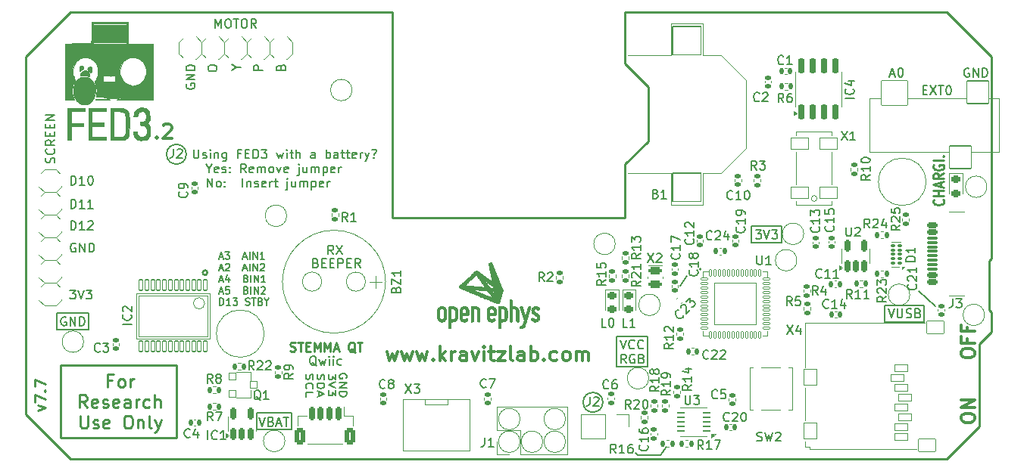
<source format=gbr>
%TF.GenerationSoftware,KiCad,Pcbnew,9.0.7*%
%TF.CreationDate,2026-01-30T16:58:59+00:00*%
%TF.ProjectId,FED3,46454433-2e6b-4696-9361-645f70636258,rev?*%
%TF.SameCoordinates,Original*%
%TF.FileFunction,Legend,Top*%
%TF.FilePolarity,Positive*%
%FSLAX46Y46*%
G04 Gerber Fmt 4.6, Leading zero omitted, Abs format (unit mm)*
G04 Created by KiCad (PCBNEW 9.0.7) date 2026-01-30 16:58:59*
%MOMM*%
%LPD*%
G01*
G04 APERTURE LIST*
G04 Aperture macros list*
%AMRoundRect*
0 Rectangle with rounded corners*
0 $1 Rounding radius*
0 $2 $3 $4 $5 $6 $7 $8 $9 X,Y pos of 4 corners*
0 Add a 4 corners polygon primitive as box body*
4,1,4,$2,$3,$4,$5,$6,$7,$8,$9,$2,$3,0*
0 Add four circle primitives for the rounded corners*
1,1,$1+$1,$2,$3*
1,1,$1+$1,$4,$5*
1,1,$1+$1,$6,$7*
1,1,$1+$1,$8,$9*
0 Add four rect primitives between the rounded corners*
20,1,$1+$1,$2,$3,$4,$5,0*
20,1,$1+$1,$4,$5,$6,$7,0*
20,1,$1+$1,$6,$7,$8,$9,0*
20,1,$1+$1,$8,$9,$2,$3,0*%
%AMFreePoly0*
4,1,17,0.351552,0.797921,0.797921,0.351552,0.812800,0.315631,0.812800,-0.315631,0.797921,-0.351552,0.351552,-0.797921,0.315631,-0.812800,-0.315631,-0.812800,-0.351552,-0.797921,-0.797921,-0.351552,-0.812800,-0.315631,-0.812800,0.315631,-0.797921,0.351552,-0.351552,0.797921,-0.315631,0.812800,0.315631,0.812800,0.351552,0.797921,0.351552,0.797921,$1*%
G04 Aperture macros list end*
%ADD10C,0.300000*%
%ADD11C,0.200000*%
%ADD12C,0.150000*%
%ADD13C,0.254000*%
%ADD14C,0.100000*%
%ADD15C,0.250000*%
%ADD16C,0.137160*%
%ADD17C,0.251460*%
%ADD18C,0.240000*%
%ADD19C,0.328168*%
%ADD20C,0.241808*%
%ADD21C,6.340000*%
%ADD22C,3.191057*%
%ADD23C,1.700000*%
%ADD24R,1.200000X1.200000*%
%ADD25C,2.000000*%
%ADD26C,2.200000*%
%ADD27C,1.600000*%
%ADD28RoundRect,0.050800X-1.200000X1.275000X-1.200000X-1.275000X1.200000X-1.275000X1.200000X1.275000X0*%
%ADD29RoundRect,0.050800X-1.450000X1.375000X-1.450000X-1.375000X1.450000X-1.375000X1.450000X1.375000X0*%
%ADD30C,0.650000*%
%ADD31RoundRect,0.150000X0.425000X-0.150000X0.425000X0.150000X-0.425000X0.150000X-0.425000X-0.150000X0*%
%ADD32RoundRect,0.075000X0.500000X-0.075000X0.500000X0.075000X-0.500000X0.075000X-0.500000X-0.075000X0*%
%ADD33O,2.100000X1.000000*%
%ADD34O,1.800000X1.000000*%
%ADD35C,0.700000*%
%ADD36C,1.500000*%
%ADD37C,1.309600*%
%ADD38C,0.900000*%
%ADD39RoundRect,0.062500X0.350000X0.062500X-0.350000X0.062500X-0.350000X-0.062500X0.350000X-0.062500X0*%
%ADD40R,1.580000X2.350000*%
%ADD41R,1.400000X1.600000*%
%ADD42O,3.149600X1.625600*%
%ADD43RoundRect,0.140000X-0.170000X0.140000X-0.170000X-0.140000X0.170000X-0.140000X0.170000X0.140000X0*%
%ADD44RoundRect,0.140000X0.170000X-0.140000X0.170000X0.140000X-0.170000X0.140000X-0.170000X-0.140000X0*%
%ADD45RoundRect,0.135000X-0.135000X-0.185000X0.135000X-0.185000X0.135000X0.185000X-0.135000X0.185000X0*%
%ADD46RoundRect,0.200000X-0.550000X0.200000X-0.550000X-0.200000X0.550000X-0.200000X0.550000X0.200000X0*%
%ADD47RoundRect,0.135000X0.135000X0.185000X-0.135000X0.185000X-0.135000X-0.185000X0.135000X-0.185000X0*%
%ADD48C,2.900000*%
%ADD49RoundRect,0.135000X-0.185000X0.135000X-0.185000X-0.135000X0.185000X-0.135000X0.185000X0.135000X0*%
%ADD50RoundRect,0.140000X0.140000X0.170000X-0.140000X0.170000X-0.140000X-0.170000X0.140000X-0.170000X0*%
%ADD51RoundRect,0.050800X1.600000X-1.600000X1.600000X1.600000X-1.600000X1.600000X-1.600000X-1.600000X0*%
%ADD52RoundRect,3.225800X0.000010X-0.000010X0.000010X0.000010X-0.000010X0.000010X-0.000010X-0.000010X0*%
%ADD53RoundRect,0.218750X-0.256250X0.218750X-0.256250X-0.218750X0.256250X-0.218750X0.256250X0.218750X0*%
%ADD54RoundRect,0.135000X0.185000X-0.135000X0.185000X0.135000X-0.185000X0.135000X-0.185000X-0.135000X0*%
%ADD55RoundRect,0.050800X-0.400000X0.350000X-0.400000X-0.350000X0.400000X-0.350000X0.400000X0.350000X0*%
%ADD56RoundRect,0.075000X0.200000X-0.075000X0.200000X0.075000X-0.200000X0.075000X-0.200000X-0.075000X0*%
%ADD57RoundRect,0.050800X0.200000X0.600000X-0.200000X0.600000X-0.200000X-0.600000X0.200000X-0.600000X0*%
%ADD58RoundRect,0.050800X-0.950000X0.650000X-0.950000X-0.650000X0.950000X-0.650000X0.950000X0.650000X0*%
%ADD59RoundRect,0.150000X0.150000X-0.512500X0.150000X0.512500X-0.150000X0.512500X-0.150000X-0.512500X0*%
%ADD60RoundRect,0.050800X0.750000X-0.350000X0.750000X0.350000X-0.750000X0.350000X-0.750000X-0.350000X0*%
%ADD61RoundRect,0.050800X0.700000X0.900000X-0.700000X0.900000X-0.700000X-0.900000X0.700000X-0.900000X0*%
%ADD62RoundRect,0.050800X0.950000X-0.700000X0.950000X0.700000X-0.950000X0.700000X-0.950000X-0.700000X0*%
%ADD63RoundRect,0.140000X-0.021213X0.219203X-0.219203X0.021213X0.021213X-0.219203X0.219203X-0.021213X0*%
%ADD64RoundRect,0.150000X0.150000X-0.725000X0.150000X0.725000X-0.150000X0.725000X-0.150000X-0.725000X0*%
%ADD65RoundRect,0.150000X0.150000X0.625000X-0.150000X0.625000X-0.150000X-0.625000X0.150000X-0.625000X0*%
%ADD66RoundRect,0.250000X0.350000X0.650000X-0.350000X0.650000X-0.350000X-0.650000X0.350000X-0.650000X0*%
%ADD67RoundRect,0.050800X-0.375000X-0.125000X0.375000X-0.125000X0.375000X0.125000X-0.375000X0.125000X0*%
%ADD68RoundRect,0.050800X0.125000X-0.375000X0.125000X0.375000X-0.125000X0.375000X-0.125000X-0.375000X0*%
%ADD69RoundRect,0.050800X0.375000X0.125000X-0.375000X0.125000X-0.375000X-0.125000X0.375000X-0.125000X0*%
%ADD70RoundRect,0.050800X-0.125000X0.375000X-0.125000X-0.375000X0.125000X-0.375000X0.125000X0.375000X0*%
%ADD71RoundRect,0.050800X-2.350000X2.350000X-2.350000X-2.350000X2.350000X-2.350000X2.350000X2.350000X0*%
%ADD72RoundRect,0.140000X-0.140000X-0.170000X0.140000X-0.170000X0.140000X0.170000X-0.140000X0.170000X0*%
%ADD73C,1.625600*%
%ADD74C,3.500000*%
%ADD75FreePoly0,180.000000*%
%ADD76O,1.625600X3.149600*%
%ADD77R,1.700000X1.700000*%
%TA.AperFunction,Profile*%
%ADD78C,0.250000*%
%TD*%
G04 APERTURE END LIST*
D10*
X199100828Y-125584774D02*
X199100828Y-125299060D01*
X199100828Y-125299060D02*
X199172257Y-125156203D01*
X199172257Y-125156203D02*
X199315114Y-125013346D01*
X199315114Y-125013346D02*
X199600828Y-124941917D01*
X199600828Y-124941917D02*
X200100828Y-124941917D01*
X200100828Y-124941917D02*
X200386542Y-125013346D01*
X200386542Y-125013346D02*
X200529400Y-125156203D01*
X200529400Y-125156203D02*
X200600828Y-125299060D01*
X200600828Y-125299060D02*
X200600828Y-125584774D01*
X200600828Y-125584774D02*
X200529400Y-125727632D01*
X200529400Y-125727632D02*
X200386542Y-125870489D01*
X200386542Y-125870489D02*
X200100828Y-125941917D01*
X200100828Y-125941917D02*
X199600828Y-125941917D01*
X199600828Y-125941917D02*
X199315114Y-125870489D01*
X199315114Y-125870489D02*
X199172257Y-125727632D01*
X199172257Y-125727632D02*
X199100828Y-125584774D01*
X200600828Y-124299060D02*
X199100828Y-124299060D01*
X199100828Y-124299060D02*
X200600828Y-123441917D01*
X200600828Y-123441917D02*
X199100828Y-123441917D01*
X199075828Y-118334774D02*
X199075828Y-118049060D01*
X199075828Y-118049060D02*
X199147257Y-117906203D01*
X199147257Y-117906203D02*
X199290114Y-117763346D01*
X199290114Y-117763346D02*
X199575828Y-117691917D01*
X199575828Y-117691917D02*
X200075828Y-117691917D01*
X200075828Y-117691917D02*
X200361542Y-117763346D01*
X200361542Y-117763346D02*
X200504400Y-117906203D01*
X200504400Y-117906203D02*
X200575828Y-118049060D01*
X200575828Y-118049060D02*
X200575828Y-118334774D01*
X200575828Y-118334774D02*
X200504400Y-118477632D01*
X200504400Y-118477632D02*
X200361542Y-118620489D01*
X200361542Y-118620489D02*
X200075828Y-118691917D01*
X200075828Y-118691917D02*
X199575828Y-118691917D01*
X199575828Y-118691917D02*
X199290114Y-118620489D01*
X199290114Y-118620489D02*
X199147257Y-118477632D01*
X199147257Y-118477632D02*
X199075828Y-118334774D01*
X199790114Y-116549060D02*
X199790114Y-117049060D01*
X200575828Y-117049060D02*
X199075828Y-117049060D01*
X199075828Y-117049060D02*
X199075828Y-116334774D01*
X199790114Y-115263346D02*
X199790114Y-115763346D01*
X200575828Y-115763346D02*
X199075828Y-115763346D01*
X199075828Y-115763346D02*
X199075828Y-115049060D01*
D11*
X160991667Y-116707275D02*
X161325000Y-117707275D01*
X161325000Y-117707275D02*
X161658333Y-116707275D01*
X162563095Y-117612036D02*
X162515476Y-117659656D01*
X162515476Y-117659656D02*
X162372619Y-117707275D01*
X162372619Y-117707275D02*
X162277381Y-117707275D01*
X162277381Y-117707275D02*
X162134524Y-117659656D01*
X162134524Y-117659656D02*
X162039286Y-117564417D01*
X162039286Y-117564417D02*
X161991667Y-117469179D01*
X161991667Y-117469179D02*
X161944048Y-117278703D01*
X161944048Y-117278703D02*
X161944048Y-117135846D01*
X161944048Y-117135846D02*
X161991667Y-116945370D01*
X161991667Y-116945370D02*
X162039286Y-116850132D01*
X162039286Y-116850132D02*
X162134524Y-116754894D01*
X162134524Y-116754894D02*
X162277381Y-116707275D01*
X162277381Y-116707275D02*
X162372619Y-116707275D01*
X162372619Y-116707275D02*
X162515476Y-116754894D01*
X162515476Y-116754894D02*
X162563095Y-116802513D01*
X163563095Y-117612036D02*
X163515476Y-117659656D01*
X163515476Y-117659656D02*
X163372619Y-117707275D01*
X163372619Y-117707275D02*
X163277381Y-117707275D01*
X163277381Y-117707275D02*
X163134524Y-117659656D01*
X163134524Y-117659656D02*
X163039286Y-117564417D01*
X163039286Y-117564417D02*
X162991667Y-117469179D01*
X162991667Y-117469179D02*
X162944048Y-117278703D01*
X162944048Y-117278703D02*
X162944048Y-117135846D01*
X162944048Y-117135846D02*
X162991667Y-116945370D01*
X162991667Y-116945370D02*
X163039286Y-116850132D01*
X163039286Y-116850132D02*
X163134524Y-116754894D01*
X163134524Y-116754894D02*
X163277381Y-116707275D01*
X163277381Y-116707275D02*
X163372619Y-116707275D01*
X163372619Y-116707275D02*
X163515476Y-116754894D01*
X163515476Y-116754894D02*
X163563095Y-116802513D01*
X161634523Y-119317219D02*
X161301190Y-118841028D01*
X161063095Y-119317219D02*
X161063095Y-118317219D01*
X161063095Y-118317219D02*
X161444047Y-118317219D01*
X161444047Y-118317219D02*
X161539285Y-118364838D01*
X161539285Y-118364838D02*
X161586904Y-118412457D01*
X161586904Y-118412457D02*
X161634523Y-118507695D01*
X161634523Y-118507695D02*
X161634523Y-118650552D01*
X161634523Y-118650552D02*
X161586904Y-118745790D01*
X161586904Y-118745790D02*
X161539285Y-118793409D01*
X161539285Y-118793409D02*
X161444047Y-118841028D01*
X161444047Y-118841028D02*
X161063095Y-118841028D01*
X162586904Y-118364838D02*
X162491666Y-118317219D01*
X162491666Y-118317219D02*
X162348809Y-118317219D01*
X162348809Y-118317219D02*
X162205952Y-118364838D01*
X162205952Y-118364838D02*
X162110714Y-118460076D01*
X162110714Y-118460076D02*
X162063095Y-118555314D01*
X162063095Y-118555314D02*
X162015476Y-118745790D01*
X162015476Y-118745790D02*
X162015476Y-118888647D01*
X162015476Y-118888647D02*
X162063095Y-119079123D01*
X162063095Y-119079123D02*
X162110714Y-119174361D01*
X162110714Y-119174361D02*
X162205952Y-119269600D01*
X162205952Y-119269600D02*
X162348809Y-119317219D01*
X162348809Y-119317219D02*
X162444047Y-119317219D01*
X162444047Y-119317219D02*
X162586904Y-119269600D01*
X162586904Y-119269600D02*
X162634523Y-119221980D01*
X162634523Y-119221980D02*
X162634523Y-118888647D01*
X162634523Y-118888647D02*
X162444047Y-118888647D01*
X163396428Y-118793409D02*
X163539285Y-118841028D01*
X163539285Y-118841028D02*
X163586904Y-118888647D01*
X163586904Y-118888647D02*
X163634523Y-118983885D01*
X163634523Y-118983885D02*
X163634523Y-119126742D01*
X163634523Y-119126742D02*
X163586904Y-119221980D01*
X163586904Y-119221980D02*
X163539285Y-119269600D01*
X163539285Y-119269600D02*
X163444047Y-119317219D01*
X163444047Y-119317219D02*
X163063095Y-119317219D01*
X163063095Y-119317219D02*
X163063095Y-118317219D01*
X163063095Y-118317219D02*
X163396428Y-118317219D01*
X163396428Y-118317219D02*
X163491666Y-118364838D01*
X163491666Y-118364838D02*
X163539285Y-118412457D01*
X163539285Y-118412457D02*
X163586904Y-118507695D01*
X163586904Y-118507695D02*
X163586904Y-118602933D01*
X163586904Y-118602933D02*
X163539285Y-118698171D01*
X163539285Y-118698171D02*
X163491666Y-118745790D01*
X163491666Y-118745790D02*
X163396428Y-118793409D01*
X163396428Y-118793409D02*
X163063095Y-118793409D01*
D12*
X160545000Y-116320000D02*
X164005000Y-116320000D01*
X164005000Y-119700000D01*
X160545000Y-119700000D01*
X160545000Y-116320000D01*
D11*
X120632143Y-125367219D02*
X120965476Y-126367219D01*
X120965476Y-126367219D02*
X121298809Y-125367219D01*
X121965476Y-125843409D02*
X122108333Y-125891028D01*
X122108333Y-125891028D02*
X122155952Y-125938647D01*
X122155952Y-125938647D02*
X122203571Y-126033885D01*
X122203571Y-126033885D02*
X122203571Y-126176742D01*
X122203571Y-126176742D02*
X122155952Y-126271980D01*
X122155952Y-126271980D02*
X122108333Y-126319600D01*
X122108333Y-126319600D02*
X122013095Y-126367219D01*
X122013095Y-126367219D02*
X121632143Y-126367219D01*
X121632143Y-126367219D02*
X121632143Y-125367219D01*
X121632143Y-125367219D02*
X121965476Y-125367219D01*
X121965476Y-125367219D02*
X122060714Y-125414838D01*
X122060714Y-125414838D02*
X122108333Y-125462457D01*
X122108333Y-125462457D02*
X122155952Y-125557695D01*
X122155952Y-125557695D02*
X122155952Y-125652933D01*
X122155952Y-125652933D02*
X122108333Y-125748171D01*
X122108333Y-125748171D02*
X122060714Y-125795790D01*
X122060714Y-125795790D02*
X121965476Y-125843409D01*
X121965476Y-125843409D02*
X121632143Y-125843409D01*
X122584524Y-126081504D02*
X123060714Y-126081504D01*
X122489286Y-126367219D02*
X122822619Y-125367219D01*
X122822619Y-125367219D02*
X123155952Y-126367219D01*
X123346429Y-125367219D02*
X123917857Y-125367219D01*
X123632143Y-126367219D02*
X123632143Y-125367219D01*
D12*
X190540000Y-112825000D02*
X194960000Y-112825000D01*
X194960000Y-114675000D01*
X190540000Y-114675000D01*
X190540000Y-112825000D01*
D11*
X190956667Y-113222219D02*
X191290000Y-114222219D01*
X191290000Y-114222219D02*
X191623333Y-113222219D01*
X191956667Y-113222219D02*
X191956667Y-114031742D01*
X191956667Y-114031742D02*
X192004286Y-114126980D01*
X192004286Y-114126980D02*
X192051905Y-114174600D01*
X192051905Y-114174600D02*
X192147143Y-114222219D01*
X192147143Y-114222219D02*
X192337619Y-114222219D01*
X192337619Y-114222219D02*
X192432857Y-114174600D01*
X192432857Y-114174600D02*
X192480476Y-114126980D01*
X192480476Y-114126980D02*
X192528095Y-114031742D01*
X192528095Y-114031742D02*
X192528095Y-113222219D01*
X192956667Y-114174600D02*
X193099524Y-114222219D01*
X193099524Y-114222219D02*
X193337619Y-114222219D01*
X193337619Y-114222219D02*
X193432857Y-114174600D01*
X193432857Y-114174600D02*
X193480476Y-114126980D01*
X193480476Y-114126980D02*
X193528095Y-114031742D01*
X193528095Y-114031742D02*
X193528095Y-113936504D01*
X193528095Y-113936504D02*
X193480476Y-113841266D01*
X193480476Y-113841266D02*
X193432857Y-113793647D01*
X193432857Y-113793647D02*
X193337619Y-113746028D01*
X193337619Y-113746028D02*
X193147143Y-113698409D01*
X193147143Y-113698409D02*
X193051905Y-113650790D01*
X193051905Y-113650790D02*
X193004286Y-113603171D01*
X193004286Y-113603171D02*
X192956667Y-113507933D01*
X192956667Y-113507933D02*
X192956667Y-113412695D01*
X192956667Y-113412695D02*
X193004286Y-113317457D01*
X193004286Y-113317457D02*
X193051905Y-113269838D01*
X193051905Y-113269838D02*
X193147143Y-113222219D01*
X193147143Y-113222219D02*
X193385238Y-113222219D01*
X193385238Y-113222219D02*
X193528095Y-113269838D01*
X194290000Y-113698409D02*
X194432857Y-113746028D01*
X194432857Y-113746028D02*
X194480476Y-113793647D01*
X194480476Y-113793647D02*
X194528095Y-113888885D01*
X194528095Y-113888885D02*
X194528095Y-114031742D01*
X194528095Y-114031742D02*
X194480476Y-114126980D01*
X194480476Y-114126980D02*
X194432857Y-114174600D01*
X194432857Y-114174600D02*
X194337619Y-114222219D01*
X194337619Y-114222219D02*
X193956667Y-114222219D01*
X193956667Y-114222219D02*
X193956667Y-113222219D01*
X193956667Y-113222219D02*
X194290000Y-113222219D01*
X194290000Y-113222219D02*
X194385238Y-113269838D01*
X194385238Y-113269838D02*
X194432857Y-113317457D01*
X194432857Y-113317457D02*
X194480476Y-113412695D01*
X194480476Y-113412695D02*
X194480476Y-113507933D01*
X194480476Y-113507933D02*
X194432857Y-113603171D01*
X194432857Y-113603171D02*
X194385238Y-113650790D01*
X194385238Y-113650790D02*
X194290000Y-113698409D01*
X194290000Y-113698409D02*
X193956667Y-113698409D01*
X167670000Y-110650000D02*
X168480000Y-109575000D01*
D13*
X114821100Y-109175600D02*
G75*
G02*
X114313100Y-109175600I-254000J0D01*
G01*
X114313100Y-109175600D02*
G75*
G02*
X114821100Y-109175600I254000J0D01*
G01*
D11*
X112470000Y-95911085D02*
G75*
G02*
X110270000Y-95911085I-1100000J0D01*
G01*
X110270000Y-95911085D02*
G75*
G02*
X112470000Y-95911085I1100000J0D01*
G01*
D14*
X195150170Y-99000000D02*
G75*
G02*
X189849830Y-99000000I-2650170J0D01*
G01*
X189849830Y-99000000D02*
G75*
G02*
X195150170Y-99000000I2650170J0D01*
G01*
D12*
X98030000Y-113700000D02*
X101550000Y-113700000D01*
X101550000Y-115550000D01*
X98030000Y-115550000D01*
X98030000Y-113700000D01*
D11*
X159031085Y-123690000D02*
G75*
G02*
X156831085Y-123690000I-1100000J0D01*
G01*
X156831085Y-123690000D02*
G75*
G02*
X159031085Y-123690000I1100000J0D01*
G01*
X162900000Y-129570000D02*
X165490000Y-129570000D01*
D12*
X175665000Y-103950000D02*
X179025000Y-103950000D01*
X179025000Y-105800000D01*
X175665000Y-105800000D01*
X175665000Y-103950000D01*
D14*
X121150019Y-116000000D02*
G75*
G02*
X115849981Y-116000000I-2650019J0D01*
G01*
X115849981Y-116000000D02*
G75*
G02*
X121150019Y-116000000I2650019J0D01*
G01*
D11*
X194340000Y-111220000D02*
X196220000Y-112970000D01*
D12*
X120370000Y-124900000D02*
X124280000Y-124900000D01*
X124280000Y-126750000D01*
X120370000Y-126750000D01*
X120370000Y-124900000D01*
D11*
X162680000Y-129370000D02*
X162900000Y-129570000D01*
D13*
X111367000Y-119572000D02*
X111367000Y-127700000D01*
X98413000Y-119572000D02*
X111367000Y-119572000D01*
D11*
X165490000Y-129570000D02*
X166131759Y-128680000D01*
D13*
X98413000Y-127700000D02*
X98413000Y-119572000D01*
X111367000Y-127700000D02*
X98413000Y-127700000D01*
D11*
X97719600Y-96867945D02*
X97767219Y-96725088D01*
X97767219Y-96725088D02*
X97767219Y-96486993D01*
X97767219Y-96486993D02*
X97719600Y-96391755D01*
X97719600Y-96391755D02*
X97671980Y-96344136D01*
X97671980Y-96344136D02*
X97576742Y-96296517D01*
X97576742Y-96296517D02*
X97481504Y-96296517D01*
X97481504Y-96296517D02*
X97386266Y-96344136D01*
X97386266Y-96344136D02*
X97338647Y-96391755D01*
X97338647Y-96391755D02*
X97291028Y-96486993D01*
X97291028Y-96486993D02*
X97243409Y-96677469D01*
X97243409Y-96677469D02*
X97195790Y-96772707D01*
X97195790Y-96772707D02*
X97148171Y-96820326D01*
X97148171Y-96820326D02*
X97052933Y-96867945D01*
X97052933Y-96867945D02*
X96957695Y-96867945D01*
X96957695Y-96867945D02*
X96862457Y-96820326D01*
X96862457Y-96820326D02*
X96814838Y-96772707D01*
X96814838Y-96772707D02*
X96767219Y-96677469D01*
X96767219Y-96677469D02*
X96767219Y-96439374D01*
X96767219Y-96439374D02*
X96814838Y-96296517D01*
X97671980Y-95296517D02*
X97719600Y-95344136D01*
X97719600Y-95344136D02*
X97767219Y-95486993D01*
X97767219Y-95486993D02*
X97767219Y-95582231D01*
X97767219Y-95582231D02*
X97719600Y-95725088D01*
X97719600Y-95725088D02*
X97624361Y-95820326D01*
X97624361Y-95820326D02*
X97529123Y-95867945D01*
X97529123Y-95867945D02*
X97338647Y-95915564D01*
X97338647Y-95915564D02*
X97195790Y-95915564D01*
X97195790Y-95915564D02*
X97005314Y-95867945D01*
X97005314Y-95867945D02*
X96910076Y-95820326D01*
X96910076Y-95820326D02*
X96814838Y-95725088D01*
X96814838Y-95725088D02*
X96767219Y-95582231D01*
X96767219Y-95582231D02*
X96767219Y-95486993D01*
X96767219Y-95486993D02*
X96814838Y-95344136D01*
X96814838Y-95344136D02*
X96862457Y-95296517D01*
X97767219Y-94296517D02*
X97291028Y-94629850D01*
X97767219Y-94867945D02*
X96767219Y-94867945D01*
X96767219Y-94867945D02*
X96767219Y-94486993D01*
X96767219Y-94486993D02*
X96814838Y-94391755D01*
X96814838Y-94391755D02*
X96862457Y-94344136D01*
X96862457Y-94344136D02*
X96957695Y-94296517D01*
X96957695Y-94296517D02*
X97100552Y-94296517D01*
X97100552Y-94296517D02*
X97195790Y-94344136D01*
X97195790Y-94344136D02*
X97243409Y-94391755D01*
X97243409Y-94391755D02*
X97291028Y-94486993D01*
X97291028Y-94486993D02*
X97291028Y-94867945D01*
X97243409Y-93867945D02*
X97243409Y-93534612D01*
X97767219Y-93391755D02*
X97767219Y-93867945D01*
X97767219Y-93867945D02*
X96767219Y-93867945D01*
X96767219Y-93867945D02*
X96767219Y-93391755D01*
X97243409Y-92963183D02*
X97243409Y-92629850D01*
X97767219Y-92486993D02*
X97767219Y-92963183D01*
X97767219Y-92963183D02*
X96767219Y-92963183D01*
X96767219Y-92963183D02*
X96767219Y-92486993D01*
X97767219Y-92058421D02*
X96767219Y-92058421D01*
X96767219Y-92058421D02*
X97767219Y-91486993D01*
X97767219Y-91486993D02*
X96767219Y-91486993D01*
X126968006Y-108088409D02*
X127110863Y-108136028D01*
X127110863Y-108136028D02*
X127158482Y-108183647D01*
X127158482Y-108183647D02*
X127206101Y-108278885D01*
X127206101Y-108278885D02*
X127206101Y-108421742D01*
X127206101Y-108421742D02*
X127158482Y-108516980D01*
X127158482Y-108516980D02*
X127110863Y-108564600D01*
X127110863Y-108564600D02*
X127015625Y-108612219D01*
X127015625Y-108612219D02*
X126634673Y-108612219D01*
X126634673Y-108612219D02*
X126634673Y-107612219D01*
X126634673Y-107612219D02*
X126968006Y-107612219D01*
X126968006Y-107612219D02*
X127063244Y-107659838D01*
X127063244Y-107659838D02*
X127110863Y-107707457D01*
X127110863Y-107707457D02*
X127158482Y-107802695D01*
X127158482Y-107802695D02*
X127158482Y-107897933D01*
X127158482Y-107897933D02*
X127110863Y-107993171D01*
X127110863Y-107993171D02*
X127063244Y-108040790D01*
X127063244Y-108040790D02*
X126968006Y-108088409D01*
X126968006Y-108088409D02*
X126634673Y-108088409D01*
X127634673Y-108088409D02*
X127968006Y-108088409D01*
X128110863Y-108612219D02*
X127634673Y-108612219D01*
X127634673Y-108612219D02*
X127634673Y-107612219D01*
X127634673Y-107612219D02*
X128110863Y-107612219D01*
X128539435Y-108088409D02*
X128872768Y-108088409D01*
X129015625Y-108612219D02*
X128539435Y-108612219D01*
X128539435Y-108612219D02*
X128539435Y-107612219D01*
X128539435Y-107612219D02*
X129015625Y-107612219D01*
X129444197Y-108612219D02*
X129444197Y-107612219D01*
X129444197Y-107612219D02*
X129825149Y-107612219D01*
X129825149Y-107612219D02*
X129920387Y-107659838D01*
X129920387Y-107659838D02*
X129968006Y-107707457D01*
X129968006Y-107707457D02*
X130015625Y-107802695D01*
X130015625Y-107802695D02*
X130015625Y-107945552D01*
X130015625Y-107945552D02*
X129968006Y-108040790D01*
X129968006Y-108040790D02*
X129920387Y-108088409D01*
X129920387Y-108088409D02*
X129825149Y-108136028D01*
X129825149Y-108136028D02*
X129444197Y-108136028D01*
X130444197Y-108088409D02*
X130777530Y-108088409D01*
X130920387Y-108612219D02*
X130444197Y-108612219D01*
X130444197Y-108612219D02*
X130444197Y-107612219D01*
X130444197Y-107612219D02*
X130920387Y-107612219D01*
X131920387Y-108612219D02*
X131587054Y-108136028D01*
X131348959Y-108612219D02*
X131348959Y-107612219D01*
X131348959Y-107612219D02*
X131729911Y-107612219D01*
X131729911Y-107612219D02*
X131825149Y-107659838D01*
X131825149Y-107659838D02*
X131872768Y-107707457D01*
X131872768Y-107707457D02*
X131920387Y-107802695D01*
X131920387Y-107802695D02*
X131920387Y-107945552D01*
X131920387Y-107945552D02*
X131872768Y-108040790D01*
X131872768Y-108040790D02*
X131825149Y-108088409D01*
X131825149Y-108088409D02*
X131729911Y-108136028D01*
X131729911Y-108136028D02*
X131348959Y-108136028D01*
X125896400Y-120572054D02*
X125858304Y-120714911D01*
X125858304Y-120714911D02*
X125858304Y-120953006D01*
X125858304Y-120953006D02*
X125896400Y-121048244D01*
X125896400Y-121048244D02*
X125934495Y-121095863D01*
X125934495Y-121095863D02*
X126010685Y-121143482D01*
X126010685Y-121143482D02*
X126086876Y-121143482D01*
X126086876Y-121143482D02*
X126163066Y-121095863D01*
X126163066Y-121095863D02*
X126201161Y-121048244D01*
X126201161Y-121048244D02*
X126239257Y-120953006D01*
X126239257Y-120953006D02*
X126277352Y-120762530D01*
X126277352Y-120762530D02*
X126315447Y-120667292D01*
X126315447Y-120667292D02*
X126353542Y-120619673D01*
X126353542Y-120619673D02*
X126429733Y-120572054D01*
X126429733Y-120572054D02*
X126505923Y-120572054D01*
X126505923Y-120572054D02*
X126582114Y-120619673D01*
X126582114Y-120619673D02*
X126620209Y-120667292D01*
X126620209Y-120667292D02*
X126658304Y-120762530D01*
X126658304Y-120762530D02*
X126658304Y-121000625D01*
X126658304Y-121000625D02*
X126620209Y-121143482D01*
X125934495Y-122143482D02*
X125896400Y-122095863D01*
X125896400Y-122095863D02*
X125858304Y-121953006D01*
X125858304Y-121953006D02*
X125858304Y-121857768D01*
X125858304Y-121857768D02*
X125896400Y-121714911D01*
X125896400Y-121714911D02*
X125972590Y-121619673D01*
X125972590Y-121619673D02*
X126048780Y-121572054D01*
X126048780Y-121572054D02*
X126201161Y-121524435D01*
X126201161Y-121524435D02*
X126315447Y-121524435D01*
X126315447Y-121524435D02*
X126467828Y-121572054D01*
X126467828Y-121572054D02*
X126544019Y-121619673D01*
X126544019Y-121619673D02*
X126620209Y-121714911D01*
X126620209Y-121714911D02*
X126658304Y-121857768D01*
X126658304Y-121857768D02*
X126658304Y-121953006D01*
X126658304Y-121953006D02*
X126620209Y-122095863D01*
X126620209Y-122095863D02*
X126582114Y-122143482D01*
X125858304Y-123048244D02*
X125858304Y-122572054D01*
X125858304Y-122572054D02*
X126658304Y-122572054D01*
X127032381Y-119607457D02*
X126937143Y-119559838D01*
X126937143Y-119559838D02*
X126841905Y-119464600D01*
X126841905Y-119464600D02*
X126699048Y-119321742D01*
X126699048Y-119321742D02*
X126603810Y-119274123D01*
X126603810Y-119274123D02*
X126508572Y-119274123D01*
X126556191Y-119512219D02*
X126460953Y-119464600D01*
X126460953Y-119464600D02*
X126365715Y-119369361D01*
X126365715Y-119369361D02*
X126318096Y-119178885D01*
X126318096Y-119178885D02*
X126318096Y-118845552D01*
X126318096Y-118845552D02*
X126365715Y-118655076D01*
X126365715Y-118655076D02*
X126460953Y-118559838D01*
X126460953Y-118559838D02*
X126556191Y-118512219D01*
X126556191Y-118512219D02*
X126746667Y-118512219D01*
X126746667Y-118512219D02*
X126841905Y-118559838D01*
X126841905Y-118559838D02*
X126937143Y-118655076D01*
X126937143Y-118655076D02*
X126984762Y-118845552D01*
X126984762Y-118845552D02*
X126984762Y-119178885D01*
X126984762Y-119178885D02*
X126937143Y-119369361D01*
X126937143Y-119369361D02*
X126841905Y-119464600D01*
X126841905Y-119464600D02*
X126746667Y-119512219D01*
X126746667Y-119512219D02*
X126556191Y-119512219D01*
X127318096Y-118845552D02*
X127508572Y-119512219D01*
X127508572Y-119512219D02*
X127699048Y-119036028D01*
X127699048Y-119036028D02*
X127889524Y-119512219D01*
X127889524Y-119512219D02*
X128080000Y-118845552D01*
X128460953Y-119512219D02*
X128460953Y-118845552D01*
X128460953Y-118512219D02*
X128413334Y-118559838D01*
X128413334Y-118559838D02*
X128460953Y-118607457D01*
X128460953Y-118607457D02*
X128508572Y-118559838D01*
X128508572Y-118559838D02*
X128460953Y-118512219D01*
X128460953Y-118512219D02*
X128460953Y-118607457D01*
X128937143Y-119512219D02*
X128937143Y-118845552D01*
X128937143Y-118512219D02*
X128889524Y-118559838D01*
X128889524Y-118559838D02*
X128937143Y-118607457D01*
X128937143Y-118607457D02*
X128984762Y-118559838D01*
X128984762Y-118559838D02*
X128937143Y-118512219D01*
X128937143Y-118512219D02*
X128937143Y-118607457D01*
X129841904Y-119464600D02*
X129746666Y-119512219D01*
X129746666Y-119512219D02*
X129556190Y-119512219D01*
X129556190Y-119512219D02*
X129460952Y-119464600D01*
X129460952Y-119464600D02*
X129413333Y-119416980D01*
X129413333Y-119416980D02*
X129365714Y-119321742D01*
X129365714Y-119321742D02*
X129365714Y-119036028D01*
X129365714Y-119036028D02*
X129413333Y-118940790D01*
X129413333Y-118940790D02*
X129460952Y-118893171D01*
X129460952Y-118893171D02*
X129556190Y-118845552D01*
X129556190Y-118845552D02*
X129746666Y-118845552D01*
X129746666Y-118845552D02*
X129841904Y-118893171D01*
X113299673Y-95367331D02*
X113299673Y-96176854D01*
X113299673Y-96176854D02*
X113347292Y-96272092D01*
X113347292Y-96272092D02*
X113394911Y-96319712D01*
X113394911Y-96319712D02*
X113490149Y-96367331D01*
X113490149Y-96367331D02*
X113680625Y-96367331D01*
X113680625Y-96367331D02*
X113775863Y-96319712D01*
X113775863Y-96319712D02*
X113823482Y-96272092D01*
X113823482Y-96272092D02*
X113871101Y-96176854D01*
X113871101Y-96176854D02*
X113871101Y-95367331D01*
X114299673Y-96319712D02*
X114394911Y-96367331D01*
X114394911Y-96367331D02*
X114585387Y-96367331D01*
X114585387Y-96367331D02*
X114680625Y-96319712D01*
X114680625Y-96319712D02*
X114728244Y-96224473D01*
X114728244Y-96224473D02*
X114728244Y-96176854D01*
X114728244Y-96176854D02*
X114680625Y-96081616D01*
X114680625Y-96081616D02*
X114585387Y-96033997D01*
X114585387Y-96033997D02*
X114442530Y-96033997D01*
X114442530Y-96033997D02*
X114347292Y-95986378D01*
X114347292Y-95986378D02*
X114299673Y-95891140D01*
X114299673Y-95891140D02*
X114299673Y-95843521D01*
X114299673Y-95843521D02*
X114347292Y-95748283D01*
X114347292Y-95748283D02*
X114442530Y-95700664D01*
X114442530Y-95700664D02*
X114585387Y-95700664D01*
X114585387Y-95700664D02*
X114680625Y-95748283D01*
X115156816Y-96367331D02*
X115156816Y-95700664D01*
X115156816Y-95367331D02*
X115109197Y-95414950D01*
X115109197Y-95414950D02*
X115156816Y-95462569D01*
X115156816Y-95462569D02*
X115204435Y-95414950D01*
X115204435Y-95414950D02*
X115156816Y-95367331D01*
X115156816Y-95367331D02*
X115156816Y-95462569D01*
X115633006Y-95700664D02*
X115633006Y-96367331D01*
X115633006Y-95795902D02*
X115680625Y-95748283D01*
X115680625Y-95748283D02*
X115775863Y-95700664D01*
X115775863Y-95700664D02*
X115918720Y-95700664D01*
X115918720Y-95700664D02*
X116013958Y-95748283D01*
X116013958Y-95748283D02*
X116061577Y-95843521D01*
X116061577Y-95843521D02*
X116061577Y-96367331D01*
X116966339Y-95700664D02*
X116966339Y-96510188D01*
X116966339Y-96510188D02*
X116918720Y-96605426D01*
X116918720Y-96605426D02*
X116871101Y-96653045D01*
X116871101Y-96653045D02*
X116775863Y-96700664D01*
X116775863Y-96700664D02*
X116633006Y-96700664D01*
X116633006Y-96700664D02*
X116537768Y-96653045D01*
X116966339Y-96319712D02*
X116871101Y-96367331D01*
X116871101Y-96367331D02*
X116680625Y-96367331D01*
X116680625Y-96367331D02*
X116585387Y-96319712D01*
X116585387Y-96319712D02*
X116537768Y-96272092D01*
X116537768Y-96272092D02*
X116490149Y-96176854D01*
X116490149Y-96176854D02*
X116490149Y-95891140D01*
X116490149Y-95891140D02*
X116537768Y-95795902D01*
X116537768Y-95795902D02*
X116585387Y-95748283D01*
X116585387Y-95748283D02*
X116680625Y-95700664D01*
X116680625Y-95700664D02*
X116871101Y-95700664D01*
X116871101Y-95700664D02*
X116966339Y-95748283D01*
X118537768Y-95843521D02*
X118204435Y-95843521D01*
X118204435Y-96367331D02*
X118204435Y-95367331D01*
X118204435Y-95367331D02*
X118680625Y-95367331D01*
X119061578Y-95843521D02*
X119394911Y-95843521D01*
X119537768Y-96367331D02*
X119061578Y-96367331D01*
X119061578Y-96367331D02*
X119061578Y-95367331D01*
X119061578Y-95367331D02*
X119537768Y-95367331D01*
X119966340Y-96367331D02*
X119966340Y-95367331D01*
X119966340Y-95367331D02*
X120204435Y-95367331D01*
X120204435Y-95367331D02*
X120347292Y-95414950D01*
X120347292Y-95414950D02*
X120442530Y-95510188D01*
X120442530Y-95510188D02*
X120490149Y-95605426D01*
X120490149Y-95605426D02*
X120537768Y-95795902D01*
X120537768Y-95795902D02*
X120537768Y-95938759D01*
X120537768Y-95938759D02*
X120490149Y-96129235D01*
X120490149Y-96129235D02*
X120442530Y-96224473D01*
X120442530Y-96224473D02*
X120347292Y-96319712D01*
X120347292Y-96319712D02*
X120204435Y-96367331D01*
X120204435Y-96367331D02*
X119966340Y-96367331D01*
X120871102Y-95367331D02*
X121490149Y-95367331D01*
X121490149Y-95367331D02*
X121156816Y-95748283D01*
X121156816Y-95748283D02*
X121299673Y-95748283D01*
X121299673Y-95748283D02*
X121394911Y-95795902D01*
X121394911Y-95795902D02*
X121442530Y-95843521D01*
X121442530Y-95843521D02*
X121490149Y-95938759D01*
X121490149Y-95938759D02*
X121490149Y-96176854D01*
X121490149Y-96176854D02*
X121442530Y-96272092D01*
X121442530Y-96272092D02*
X121394911Y-96319712D01*
X121394911Y-96319712D02*
X121299673Y-96367331D01*
X121299673Y-96367331D02*
X121013959Y-96367331D01*
X121013959Y-96367331D02*
X120918721Y-96319712D01*
X120918721Y-96319712D02*
X120871102Y-96272092D01*
X122585388Y-95700664D02*
X122775864Y-96367331D01*
X122775864Y-96367331D02*
X122966340Y-95891140D01*
X122966340Y-95891140D02*
X123156816Y-96367331D01*
X123156816Y-96367331D02*
X123347292Y-95700664D01*
X123728245Y-96367331D02*
X123728245Y-95700664D01*
X123728245Y-95367331D02*
X123680626Y-95414950D01*
X123680626Y-95414950D02*
X123728245Y-95462569D01*
X123728245Y-95462569D02*
X123775864Y-95414950D01*
X123775864Y-95414950D02*
X123728245Y-95367331D01*
X123728245Y-95367331D02*
X123728245Y-95462569D01*
X124061578Y-95700664D02*
X124442530Y-95700664D01*
X124204435Y-95367331D02*
X124204435Y-96224473D01*
X124204435Y-96224473D02*
X124252054Y-96319712D01*
X124252054Y-96319712D02*
X124347292Y-96367331D01*
X124347292Y-96367331D02*
X124442530Y-96367331D01*
X124775864Y-96367331D02*
X124775864Y-95367331D01*
X125204435Y-96367331D02*
X125204435Y-95843521D01*
X125204435Y-95843521D02*
X125156816Y-95748283D01*
X125156816Y-95748283D02*
X125061578Y-95700664D01*
X125061578Y-95700664D02*
X124918721Y-95700664D01*
X124918721Y-95700664D02*
X124823483Y-95748283D01*
X124823483Y-95748283D02*
X124775864Y-95795902D01*
X126871102Y-96367331D02*
X126871102Y-95843521D01*
X126871102Y-95843521D02*
X126823483Y-95748283D01*
X126823483Y-95748283D02*
X126728245Y-95700664D01*
X126728245Y-95700664D02*
X126537769Y-95700664D01*
X126537769Y-95700664D02*
X126442531Y-95748283D01*
X126871102Y-96319712D02*
X126775864Y-96367331D01*
X126775864Y-96367331D02*
X126537769Y-96367331D01*
X126537769Y-96367331D02*
X126442531Y-96319712D01*
X126442531Y-96319712D02*
X126394912Y-96224473D01*
X126394912Y-96224473D02*
X126394912Y-96129235D01*
X126394912Y-96129235D02*
X126442531Y-96033997D01*
X126442531Y-96033997D02*
X126537769Y-95986378D01*
X126537769Y-95986378D02*
X126775864Y-95986378D01*
X126775864Y-95986378D02*
X126871102Y-95938759D01*
X128109198Y-96367331D02*
X128109198Y-95367331D01*
X128109198Y-95748283D02*
X128204436Y-95700664D01*
X128204436Y-95700664D02*
X128394912Y-95700664D01*
X128394912Y-95700664D02*
X128490150Y-95748283D01*
X128490150Y-95748283D02*
X128537769Y-95795902D01*
X128537769Y-95795902D02*
X128585388Y-95891140D01*
X128585388Y-95891140D02*
X128585388Y-96176854D01*
X128585388Y-96176854D02*
X128537769Y-96272092D01*
X128537769Y-96272092D02*
X128490150Y-96319712D01*
X128490150Y-96319712D02*
X128394912Y-96367331D01*
X128394912Y-96367331D02*
X128204436Y-96367331D01*
X128204436Y-96367331D02*
X128109198Y-96319712D01*
X129442531Y-96367331D02*
X129442531Y-95843521D01*
X129442531Y-95843521D02*
X129394912Y-95748283D01*
X129394912Y-95748283D02*
X129299674Y-95700664D01*
X129299674Y-95700664D02*
X129109198Y-95700664D01*
X129109198Y-95700664D02*
X129013960Y-95748283D01*
X129442531Y-96319712D02*
X129347293Y-96367331D01*
X129347293Y-96367331D02*
X129109198Y-96367331D01*
X129109198Y-96367331D02*
X129013960Y-96319712D01*
X129013960Y-96319712D02*
X128966341Y-96224473D01*
X128966341Y-96224473D02*
X128966341Y-96129235D01*
X128966341Y-96129235D02*
X129013960Y-96033997D01*
X129013960Y-96033997D02*
X129109198Y-95986378D01*
X129109198Y-95986378D02*
X129347293Y-95986378D01*
X129347293Y-95986378D02*
X129442531Y-95938759D01*
X129775865Y-95700664D02*
X130156817Y-95700664D01*
X129918722Y-95367331D02*
X129918722Y-96224473D01*
X129918722Y-96224473D02*
X129966341Y-96319712D01*
X129966341Y-96319712D02*
X130061579Y-96367331D01*
X130061579Y-96367331D02*
X130156817Y-96367331D01*
X130347294Y-95700664D02*
X130728246Y-95700664D01*
X130490151Y-95367331D02*
X130490151Y-96224473D01*
X130490151Y-96224473D02*
X130537770Y-96319712D01*
X130537770Y-96319712D02*
X130633008Y-96367331D01*
X130633008Y-96367331D02*
X130728246Y-96367331D01*
X131442532Y-96319712D02*
X131347294Y-96367331D01*
X131347294Y-96367331D02*
X131156818Y-96367331D01*
X131156818Y-96367331D02*
X131061580Y-96319712D01*
X131061580Y-96319712D02*
X131013961Y-96224473D01*
X131013961Y-96224473D02*
X131013961Y-95843521D01*
X131013961Y-95843521D02*
X131061580Y-95748283D01*
X131061580Y-95748283D02*
X131156818Y-95700664D01*
X131156818Y-95700664D02*
X131347294Y-95700664D01*
X131347294Y-95700664D02*
X131442532Y-95748283D01*
X131442532Y-95748283D02*
X131490151Y-95843521D01*
X131490151Y-95843521D02*
X131490151Y-95938759D01*
X131490151Y-95938759D02*
X131013961Y-96033997D01*
X131918723Y-96367331D02*
X131918723Y-95700664D01*
X131918723Y-95891140D02*
X131966342Y-95795902D01*
X131966342Y-95795902D02*
X132013961Y-95748283D01*
X132013961Y-95748283D02*
X132109199Y-95700664D01*
X132109199Y-95700664D02*
X132204437Y-95700664D01*
X132442533Y-95700664D02*
X132680628Y-96367331D01*
X132918723Y-95700664D02*
X132680628Y-96367331D01*
X132680628Y-96367331D02*
X132585390Y-96605426D01*
X132585390Y-96605426D02*
X132537771Y-96653045D01*
X132537771Y-96653045D02*
X132442533Y-96700664D01*
X133442533Y-96272092D02*
X133490152Y-96319712D01*
X133490152Y-96319712D02*
X133442533Y-96367331D01*
X133442533Y-96367331D02*
X133394914Y-96319712D01*
X133394914Y-96319712D02*
X133442533Y-96272092D01*
X133442533Y-96272092D02*
X133442533Y-96367331D01*
X133252057Y-95414950D02*
X133347295Y-95367331D01*
X133347295Y-95367331D02*
X133585390Y-95367331D01*
X133585390Y-95367331D02*
X133680628Y-95414950D01*
X133680628Y-95414950D02*
X133728247Y-95510188D01*
X133728247Y-95510188D02*
X133728247Y-95605426D01*
X133728247Y-95605426D02*
X133680628Y-95700664D01*
X133680628Y-95700664D02*
X133633009Y-95748283D01*
X133633009Y-95748283D02*
X133537771Y-95795902D01*
X133537771Y-95795902D02*
X133490152Y-95843521D01*
X133490152Y-95843521D02*
X133442533Y-95938759D01*
X133442533Y-95938759D02*
X133442533Y-95986378D01*
X115013959Y-97501084D02*
X115013959Y-97977275D01*
X114680626Y-96977275D02*
X115013959Y-97501084D01*
X115013959Y-97501084D02*
X115347292Y-96977275D01*
X116061578Y-97929656D02*
X115966340Y-97977275D01*
X115966340Y-97977275D02*
X115775864Y-97977275D01*
X115775864Y-97977275D02*
X115680626Y-97929656D01*
X115680626Y-97929656D02*
X115633007Y-97834417D01*
X115633007Y-97834417D02*
X115633007Y-97453465D01*
X115633007Y-97453465D02*
X115680626Y-97358227D01*
X115680626Y-97358227D02*
X115775864Y-97310608D01*
X115775864Y-97310608D02*
X115966340Y-97310608D01*
X115966340Y-97310608D02*
X116061578Y-97358227D01*
X116061578Y-97358227D02*
X116109197Y-97453465D01*
X116109197Y-97453465D02*
X116109197Y-97548703D01*
X116109197Y-97548703D02*
X115633007Y-97643941D01*
X116490150Y-97929656D02*
X116585388Y-97977275D01*
X116585388Y-97977275D02*
X116775864Y-97977275D01*
X116775864Y-97977275D02*
X116871102Y-97929656D01*
X116871102Y-97929656D02*
X116918721Y-97834417D01*
X116918721Y-97834417D02*
X116918721Y-97786798D01*
X116918721Y-97786798D02*
X116871102Y-97691560D01*
X116871102Y-97691560D02*
X116775864Y-97643941D01*
X116775864Y-97643941D02*
X116633007Y-97643941D01*
X116633007Y-97643941D02*
X116537769Y-97596322D01*
X116537769Y-97596322D02*
X116490150Y-97501084D01*
X116490150Y-97501084D02*
X116490150Y-97453465D01*
X116490150Y-97453465D02*
X116537769Y-97358227D01*
X116537769Y-97358227D02*
X116633007Y-97310608D01*
X116633007Y-97310608D02*
X116775864Y-97310608D01*
X116775864Y-97310608D02*
X116871102Y-97358227D01*
X117347293Y-97882036D02*
X117394912Y-97929656D01*
X117394912Y-97929656D02*
X117347293Y-97977275D01*
X117347293Y-97977275D02*
X117299674Y-97929656D01*
X117299674Y-97929656D02*
X117347293Y-97882036D01*
X117347293Y-97882036D02*
X117347293Y-97977275D01*
X117347293Y-97358227D02*
X117394912Y-97405846D01*
X117394912Y-97405846D02*
X117347293Y-97453465D01*
X117347293Y-97453465D02*
X117299674Y-97405846D01*
X117299674Y-97405846D02*
X117347293Y-97358227D01*
X117347293Y-97358227D02*
X117347293Y-97453465D01*
X119156816Y-97977275D02*
X118823483Y-97501084D01*
X118585388Y-97977275D02*
X118585388Y-96977275D01*
X118585388Y-96977275D02*
X118966340Y-96977275D01*
X118966340Y-96977275D02*
X119061578Y-97024894D01*
X119061578Y-97024894D02*
X119109197Y-97072513D01*
X119109197Y-97072513D02*
X119156816Y-97167751D01*
X119156816Y-97167751D02*
X119156816Y-97310608D01*
X119156816Y-97310608D02*
X119109197Y-97405846D01*
X119109197Y-97405846D02*
X119061578Y-97453465D01*
X119061578Y-97453465D02*
X118966340Y-97501084D01*
X118966340Y-97501084D02*
X118585388Y-97501084D01*
X119966340Y-97929656D02*
X119871102Y-97977275D01*
X119871102Y-97977275D02*
X119680626Y-97977275D01*
X119680626Y-97977275D02*
X119585388Y-97929656D01*
X119585388Y-97929656D02*
X119537769Y-97834417D01*
X119537769Y-97834417D02*
X119537769Y-97453465D01*
X119537769Y-97453465D02*
X119585388Y-97358227D01*
X119585388Y-97358227D02*
X119680626Y-97310608D01*
X119680626Y-97310608D02*
X119871102Y-97310608D01*
X119871102Y-97310608D02*
X119966340Y-97358227D01*
X119966340Y-97358227D02*
X120013959Y-97453465D01*
X120013959Y-97453465D02*
X120013959Y-97548703D01*
X120013959Y-97548703D02*
X119537769Y-97643941D01*
X120442531Y-97977275D02*
X120442531Y-97310608D01*
X120442531Y-97405846D02*
X120490150Y-97358227D01*
X120490150Y-97358227D02*
X120585388Y-97310608D01*
X120585388Y-97310608D02*
X120728245Y-97310608D01*
X120728245Y-97310608D02*
X120823483Y-97358227D01*
X120823483Y-97358227D02*
X120871102Y-97453465D01*
X120871102Y-97453465D02*
X120871102Y-97977275D01*
X120871102Y-97453465D02*
X120918721Y-97358227D01*
X120918721Y-97358227D02*
X121013959Y-97310608D01*
X121013959Y-97310608D02*
X121156816Y-97310608D01*
X121156816Y-97310608D02*
X121252055Y-97358227D01*
X121252055Y-97358227D02*
X121299674Y-97453465D01*
X121299674Y-97453465D02*
X121299674Y-97977275D01*
X121918721Y-97977275D02*
X121823483Y-97929656D01*
X121823483Y-97929656D02*
X121775864Y-97882036D01*
X121775864Y-97882036D02*
X121728245Y-97786798D01*
X121728245Y-97786798D02*
X121728245Y-97501084D01*
X121728245Y-97501084D02*
X121775864Y-97405846D01*
X121775864Y-97405846D02*
X121823483Y-97358227D01*
X121823483Y-97358227D02*
X121918721Y-97310608D01*
X121918721Y-97310608D02*
X122061578Y-97310608D01*
X122061578Y-97310608D02*
X122156816Y-97358227D01*
X122156816Y-97358227D02*
X122204435Y-97405846D01*
X122204435Y-97405846D02*
X122252054Y-97501084D01*
X122252054Y-97501084D02*
X122252054Y-97786798D01*
X122252054Y-97786798D02*
X122204435Y-97882036D01*
X122204435Y-97882036D02*
X122156816Y-97929656D01*
X122156816Y-97929656D02*
X122061578Y-97977275D01*
X122061578Y-97977275D02*
X121918721Y-97977275D01*
X122585388Y-97310608D02*
X122823483Y-97977275D01*
X122823483Y-97977275D02*
X123061578Y-97310608D01*
X123823483Y-97929656D02*
X123728245Y-97977275D01*
X123728245Y-97977275D02*
X123537769Y-97977275D01*
X123537769Y-97977275D02*
X123442531Y-97929656D01*
X123442531Y-97929656D02*
X123394912Y-97834417D01*
X123394912Y-97834417D02*
X123394912Y-97453465D01*
X123394912Y-97453465D02*
X123442531Y-97358227D01*
X123442531Y-97358227D02*
X123537769Y-97310608D01*
X123537769Y-97310608D02*
X123728245Y-97310608D01*
X123728245Y-97310608D02*
X123823483Y-97358227D01*
X123823483Y-97358227D02*
X123871102Y-97453465D01*
X123871102Y-97453465D02*
X123871102Y-97548703D01*
X123871102Y-97548703D02*
X123394912Y-97643941D01*
X125061579Y-97310608D02*
X125061579Y-98167751D01*
X125061579Y-98167751D02*
X125013960Y-98262989D01*
X125013960Y-98262989D02*
X124918722Y-98310608D01*
X124918722Y-98310608D02*
X124871103Y-98310608D01*
X125061579Y-96977275D02*
X125013960Y-97024894D01*
X125013960Y-97024894D02*
X125061579Y-97072513D01*
X125061579Y-97072513D02*
X125109198Y-97024894D01*
X125109198Y-97024894D02*
X125061579Y-96977275D01*
X125061579Y-96977275D02*
X125061579Y-97072513D01*
X125966340Y-97310608D02*
X125966340Y-97977275D01*
X125537769Y-97310608D02*
X125537769Y-97834417D01*
X125537769Y-97834417D02*
X125585388Y-97929656D01*
X125585388Y-97929656D02*
X125680626Y-97977275D01*
X125680626Y-97977275D02*
X125823483Y-97977275D01*
X125823483Y-97977275D02*
X125918721Y-97929656D01*
X125918721Y-97929656D02*
X125966340Y-97882036D01*
X126442531Y-97977275D02*
X126442531Y-97310608D01*
X126442531Y-97405846D02*
X126490150Y-97358227D01*
X126490150Y-97358227D02*
X126585388Y-97310608D01*
X126585388Y-97310608D02*
X126728245Y-97310608D01*
X126728245Y-97310608D02*
X126823483Y-97358227D01*
X126823483Y-97358227D02*
X126871102Y-97453465D01*
X126871102Y-97453465D02*
X126871102Y-97977275D01*
X126871102Y-97453465D02*
X126918721Y-97358227D01*
X126918721Y-97358227D02*
X127013959Y-97310608D01*
X127013959Y-97310608D02*
X127156816Y-97310608D01*
X127156816Y-97310608D02*
X127252055Y-97358227D01*
X127252055Y-97358227D02*
X127299674Y-97453465D01*
X127299674Y-97453465D02*
X127299674Y-97977275D01*
X127775864Y-97310608D02*
X127775864Y-98310608D01*
X127775864Y-97358227D02*
X127871102Y-97310608D01*
X127871102Y-97310608D02*
X128061578Y-97310608D01*
X128061578Y-97310608D02*
X128156816Y-97358227D01*
X128156816Y-97358227D02*
X128204435Y-97405846D01*
X128204435Y-97405846D02*
X128252054Y-97501084D01*
X128252054Y-97501084D02*
X128252054Y-97786798D01*
X128252054Y-97786798D02*
X128204435Y-97882036D01*
X128204435Y-97882036D02*
X128156816Y-97929656D01*
X128156816Y-97929656D02*
X128061578Y-97977275D01*
X128061578Y-97977275D02*
X127871102Y-97977275D01*
X127871102Y-97977275D02*
X127775864Y-97929656D01*
X129061578Y-97929656D02*
X128966340Y-97977275D01*
X128966340Y-97977275D02*
X128775864Y-97977275D01*
X128775864Y-97977275D02*
X128680626Y-97929656D01*
X128680626Y-97929656D02*
X128633007Y-97834417D01*
X128633007Y-97834417D02*
X128633007Y-97453465D01*
X128633007Y-97453465D02*
X128680626Y-97358227D01*
X128680626Y-97358227D02*
X128775864Y-97310608D01*
X128775864Y-97310608D02*
X128966340Y-97310608D01*
X128966340Y-97310608D02*
X129061578Y-97358227D01*
X129061578Y-97358227D02*
X129109197Y-97453465D01*
X129109197Y-97453465D02*
X129109197Y-97548703D01*
X129109197Y-97548703D02*
X128633007Y-97643941D01*
X129537769Y-97977275D02*
X129537769Y-97310608D01*
X129537769Y-97501084D02*
X129585388Y-97405846D01*
X129585388Y-97405846D02*
X129633007Y-97358227D01*
X129633007Y-97358227D02*
X129728245Y-97310608D01*
X129728245Y-97310608D02*
X129823483Y-97310608D01*
X114823483Y-99587219D02*
X114823483Y-98587219D01*
X114823483Y-98587219D02*
X115394911Y-99587219D01*
X115394911Y-99587219D02*
X115394911Y-98587219D01*
X116013959Y-99587219D02*
X115918721Y-99539600D01*
X115918721Y-99539600D02*
X115871102Y-99491980D01*
X115871102Y-99491980D02*
X115823483Y-99396742D01*
X115823483Y-99396742D02*
X115823483Y-99111028D01*
X115823483Y-99111028D02*
X115871102Y-99015790D01*
X115871102Y-99015790D02*
X115918721Y-98968171D01*
X115918721Y-98968171D02*
X116013959Y-98920552D01*
X116013959Y-98920552D02*
X116156816Y-98920552D01*
X116156816Y-98920552D02*
X116252054Y-98968171D01*
X116252054Y-98968171D02*
X116299673Y-99015790D01*
X116299673Y-99015790D02*
X116347292Y-99111028D01*
X116347292Y-99111028D02*
X116347292Y-99396742D01*
X116347292Y-99396742D02*
X116299673Y-99491980D01*
X116299673Y-99491980D02*
X116252054Y-99539600D01*
X116252054Y-99539600D02*
X116156816Y-99587219D01*
X116156816Y-99587219D02*
X116013959Y-99587219D01*
X116775864Y-99491980D02*
X116823483Y-99539600D01*
X116823483Y-99539600D02*
X116775864Y-99587219D01*
X116775864Y-99587219D02*
X116728245Y-99539600D01*
X116728245Y-99539600D02*
X116775864Y-99491980D01*
X116775864Y-99491980D02*
X116775864Y-99587219D01*
X116775864Y-98968171D02*
X116823483Y-99015790D01*
X116823483Y-99015790D02*
X116775864Y-99063409D01*
X116775864Y-99063409D02*
X116728245Y-99015790D01*
X116728245Y-99015790D02*
X116775864Y-98968171D01*
X116775864Y-98968171D02*
X116775864Y-99063409D01*
X118775864Y-99587219D02*
X118775864Y-98587219D01*
X119252054Y-98920552D02*
X119252054Y-99587219D01*
X119252054Y-99015790D02*
X119299673Y-98968171D01*
X119299673Y-98968171D02*
X119394911Y-98920552D01*
X119394911Y-98920552D02*
X119537768Y-98920552D01*
X119537768Y-98920552D02*
X119633006Y-98968171D01*
X119633006Y-98968171D02*
X119680625Y-99063409D01*
X119680625Y-99063409D02*
X119680625Y-99587219D01*
X120109197Y-99539600D02*
X120204435Y-99587219D01*
X120204435Y-99587219D02*
X120394911Y-99587219D01*
X120394911Y-99587219D02*
X120490149Y-99539600D01*
X120490149Y-99539600D02*
X120537768Y-99444361D01*
X120537768Y-99444361D02*
X120537768Y-99396742D01*
X120537768Y-99396742D02*
X120490149Y-99301504D01*
X120490149Y-99301504D02*
X120394911Y-99253885D01*
X120394911Y-99253885D02*
X120252054Y-99253885D01*
X120252054Y-99253885D02*
X120156816Y-99206266D01*
X120156816Y-99206266D02*
X120109197Y-99111028D01*
X120109197Y-99111028D02*
X120109197Y-99063409D01*
X120109197Y-99063409D02*
X120156816Y-98968171D01*
X120156816Y-98968171D02*
X120252054Y-98920552D01*
X120252054Y-98920552D02*
X120394911Y-98920552D01*
X120394911Y-98920552D02*
X120490149Y-98968171D01*
X121347292Y-99539600D02*
X121252054Y-99587219D01*
X121252054Y-99587219D02*
X121061578Y-99587219D01*
X121061578Y-99587219D02*
X120966340Y-99539600D01*
X120966340Y-99539600D02*
X120918721Y-99444361D01*
X120918721Y-99444361D02*
X120918721Y-99063409D01*
X120918721Y-99063409D02*
X120966340Y-98968171D01*
X120966340Y-98968171D02*
X121061578Y-98920552D01*
X121061578Y-98920552D02*
X121252054Y-98920552D01*
X121252054Y-98920552D02*
X121347292Y-98968171D01*
X121347292Y-98968171D02*
X121394911Y-99063409D01*
X121394911Y-99063409D02*
X121394911Y-99158647D01*
X121394911Y-99158647D02*
X120918721Y-99253885D01*
X121823483Y-99587219D02*
X121823483Y-98920552D01*
X121823483Y-99111028D02*
X121871102Y-99015790D01*
X121871102Y-99015790D02*
X121918721Y-98968171D01*
X121918721Y-98968171D02*
X122013959Y-98920552D01*
X122013959Y-98920552D02*
X122109197Y-98920552D01*
X122299674Y-98920552D02*
X122680626Y-98920552D01*
X122442531Y-98587219D02*
X122442531Y-99444361D01*
X122442531Y-99444361D02*
X122490150Y-99539600D01*
X122490150Y-99539600D02*
X122585388Y-99587219D01*
X122585388Y-99587219D02*
X122680626Y-99587219D01*
X123775865Y-98920552D02*
X123775865Y-99777695D01*
X123775865Y-99777695D02*
X123728246Y-99872933D01*
X123728246Y-99872933D02*
X123633008Y-99920552D01*
X123633008Y-99920552D02*
X123585389Y-99920552D01*
X123775865Y-98587219D02*
X123728246Y-98634838D01*
X123728246Y-98634838D02*
X123775865Y-98682457D01*
X123775865Y-98682457D02*
X123823484Y-98634838D01*
X123823484Y-98634838D02*
X123775865Y-98587219D01*
X123775865Y-98587219D02*
X123775865Y-98682457D01*
X124680626Y-98920552D02*
X124680626Y-99587219D01*
X124252055Y-98920552D02*
X124252055Y-99444361D01*
X124252055Y-99444361D02*
X124299674Y-99539600D01*
X124299674Y-99539600D02*
X124394912Y-99587219D01*
X124394912Y-99587219D02*
X124537769Y-99587219D01*
X124537769Y-99587219D02*
X124633007Y-99539600D01*
X124633007Y-99539600D02*
X124680626Y-99491980D01*
X125156817Y-99587219D02*
X125156817Y-98920552D01*
X125156817Y-99015790D02*
X125204436Y-98968171D01*
X125204436Y-98968171D02*
X125299674Y-98920552D01*
X125299674Y-98920552D02*
X125442531Y-98920552D01*
X125442531Y-98920552D02*
X125537769Y-98968171D01*
X125537769Y-98968171D02*
X125585388Y-99063409D01*
X125585388Y-99063409D02*
X125585388Y-99587219D01*
X125585388Y-99063409D02*
X125633007Y-98968171D01*
X125633007Y-98968171D02*
X125728245Y-98920552D01*
X125728245Y-98920552D02*
X125871102Y-98920552D01*
X125871102Y-98920552D02*
X125966341Y-98968171D01*
X125966341Y-98968171D02*
X126013960Y-99063409D01*
X126013960Y-99063409D02*
X126013960Y-99587219D01*
X126490150Y-98920552D02*
X126490150Y-99920552D01*
X126490150Y-98968171D02*
X126585388Y-98920552D01*
X126585388Y-98920552D02*
X126775864Y-98920552D01*
X126775864Y-98920552D02*
X126871102Y-98968171D01*
X126871102Y-98968171D02*
X126918721Y-99015790D01*
X126918721Y-99015790D02*
X126966340Y-99111028D01*
X126966340Y-99111028D02*
X126966340Y-99396742D01*
X126966340Y-99396742D02*
X126918721Y-99491980D01*
X126918721Y-99491980D02*
X126871102Y-99539600D01*
X126871102Y-99539600D02*
X126775864Y-99587219D01*
X126775864Y-99587219D02*
X126585388Y-99587219D01*
X126585388Y-99587219D02*
X126490150Y-99539600D01*
X127775864Y-99539600D02*
X127680626Y-99587219D01*
X127680626Y-99587219D02*
X127490150Y-99587219D01*
X127490150Y-99587219D02*
X127394912Y-99539600D01*
X127394912Y-99539600D02*
X127347293Y-99444361D01*
X127347293Y-99444361D02*
X127347293Y-99063409D01*
X127347293Y-99063409D02*
X127394912Y-98968171D01*
X127394912Y-98968171D02*
X127490150Y-98920552D01*
X127490150Y-98920552D02*
X127680626Y-98920552D01*
X127680626Y-98920552D02*
X127775864Y-98968171D01*
X127775864Y-98968171D02*
X127823483Y-99063409D01*
X127823483Y-99063409D02*
X127823483Y-99158647D01*
X127823483Y-99158647D02*
X127347293Y-99253885D01*
X128252055Y-99587219D02*
X128252055Y-98920552D01*
X128252055Y-99111028D02*
X128299674Y-99015790D01*
X128299674Y-99015790D02*
X128347293Y-98968171D01*
X128347293Y-98968171D02*
X128442531Y-98920552D01*
X128442531Y-98920552D02*
X128537769Y-98920552D01*
X118091028Y-86174374D02*
X118567219Y-86174374D01*
X117567219Y-86507707D02*
X118091028Y-86174374D01*
X118091028Y-86174374D02*
X117567219Y-85841041D01*
X123068409Y-86174374D02*
X123116028Y-86031517D01*
X123116028Y-86031517D02*
X123163647Y-85983898D01*
X123163647Y-85983898D02*
X123258885Y-85936279D01*
X123258885Y-85936279D02*
X123401742Y-85936279D01*
X123401742Y-85936279D02*
X123496980Y-85983898D01*
X123496980Y-85983898D02*
X123544600Y-86031517D01*
X123544600Y-86031517D02*
X123592219Y-86126755D01*
X123592219Y-86126755D02*
X123592219Y-86507707D01*
X123592219Y-86507707D02*
X122592219Y-86507707D01*
X122592219Y-86507707D02*
X122592219Y-86174374D01*
X122592219Y-86174374D02*
X122639838Y-86079136D01*
X122639838Y-86079136D02*
X122687457Y-86031517D01*
X122687457Y-86031517D02*
X122782695Y-85983898D01*
X122782695Y-85983898D02*
X122877933Y-85983898D01*
X122877933Y-85983898D02*
X122973171Y-86031517D01*
X122973171Y-86031517D02*
X123020790Y-86079136D01*
X123020790Y-86079136D02*
X123068409Y-86174374D01*
X123068409Y-86174374D02*
X123068409Y-86507707D01*
X115719673Y-81767219D02*
X115719673Y-80767219D01*
X115719673Y-80767219D02*
X116053006Y-81481504D01*
X116053006Y-81481504D02*
X116386339Y-80767219D01*
X116386339Y-80767219D02*
X116386339Y-81767219D01*
X117053006Y-80767219D02*
X117243482Y-80767219D01*
X117243482Y-80767219D02*
X117338720Y-80814838D01*
X117338720Y-80814838D02*
X117433958Y-80910076D01*
X117433958Y-80910076D02*
X117481577Y-81100552D01*
X117481577Y-81100552D02*
X117481577Y-81433885D01*
X117481577Y-81433885D02*
X117433958Y-81624361D01*
X117433958Y-81624361D02*
X117338720Y-81719600D01*
X117338720Y-81719600D02*
X117243482Y-81767219D01*
X117243482Y-81767219D02*
X117053006Y-81767219D01*
X117053006Y-81767219D02*
X116957768Y-81719600D01*
X116957768Y-81719600D02*
X116862530Y-81624361D01*
X116862530Y-81624361D02*
X116814911Y-81433885D01*
X116814911Y-81433885D02*
X116814911Y-81100552D01*
X116814911Y-81100552D02*
X116862530Y-80910076D01*
X116862530Y-80910076D02*
X116957768Y-80814838D01*
X116957768Y-80814838D02*
X117053006Y-80767219D01*
X117767292Y-80767219D02*
X118338720Y-80767219D01*
X118053006Y-81767219D02*
X118053006Y-80767219D01*
X118862530Y-80767219D02*
X119053006Y-80767219D01*
X119053006Y-80767219D02*
X119148244Y-80814838D01*
X119148244Y-80814838D02*
X119243482Y-80910076D01*
X119243482Y-80910076D02*
X119291101Y-81100552D01*
X119291101Y-81100552D02*
X119291101Y-81433885D01*
X119291101Y-81433885D02*
X119243482Y-81624361D01*
X119243482Y-81624361D02*
X119148244Y-81719600D01*
X119148244Y-81719600D02*
X119053006Y-81767219D01*
X119053006Y-81767219D02*
X118862530Y-81767219D01*
X118862530Y-81767219D02*
X118767292Y-81719600D01*
X118767292Y-81719600D02*
X118672054Y-81624361D01*
X118672054Y-81624361D02*
X118624435Y-81433885D01*
X118624435Y-81433885D02*
X118624435Y-81100552D01*
X118624435Y-81100552D02*
X118672054Y-80910076D01*
X118672054Y-80910076D02*
X118767292Y-80814838D01*
X118767292Y-80814838D02*
X118862530Y-80767219D01*
X120291101Y-81767219D02*
X119957768Y-81291028D01*
X119719673Y-81767219D02*
X119719673Y-80767219D01*
X119719673Y-80767219D02*
X120100625Y-80767219D01*
X120100625Y-80767219D02*
X120195863Y-80814838D01*
X120195863Y-80814838D02*
X120243482Y-80862457D01*
X120243482Y-80862457D02*
X120291101Y-80957695D01*
X120291101Y-80957695D02*
X120291101Y-81100552D01*
X120291101Y-81100552D02*
X120243482Y-81195790D01*
X120243482Y-81195790D02*
X120195863Y-81243409D01*
X120195863Y-81243409D02*
X120100625Y-81291028D01*
X120100625Y-81291028D02*
X119719673Y-81291028D01*
D15*
X124103809Y-117932000D02*
X124246666Y-117979619D01*
X124246666Y-117979619D02*
X124484761Y-117979619D01*
X124484761Y-117979619D02*
X124579999Y-117932000D01*
X124579999Y-117932000D02*
X124627618Y-117884380D01*
X124627618Y-117884380D02*
X124675237Y-117789142D01*
X124675237Y-117789142D02*
X124675237Y-117693904D01*
X124675237Y-117693904D02*
X124627618Y-117598666D01*
X124627618Y-117598666D02*
X124579999Y-117551047D01*
X124579999Y-117551047D02*
X124484761Y-117503428D01*
X124484761Y-117503428D02*
X124294285Y-117455809D01*
X124294285Y-117455809D02*
X124199047Y-117408190D01*
X124199047Y-117408190D02*
X124151428Y-117360571D01*
X124151428Y-117360571D02*
X124103809Y-117265333D01*
X124103809Y-117265333D02*
X124103809Y-117170095D01*
X124103809Y-117170095D02*
X124151428Y-117074857D01*
X124151428Y-117074857D02*
X124199047Y-117027238D01*
X124199047Y-117027238D02*
X124294285Y-116979619D01*
X124294285Y-116979619D02*
X124532380Y-116979619D01*
X124532380Y-116979619D02*
X124675237Y-117027238D01*
X124960952Y-116979619D02*
X125532380Y-116979619D01*
X125246666Y-117979619D02*
X125246666Y-116979619D01*
X125865714Y-117455809D02*
X126199047Y-117455809D01*
X126341904Y-117979619D02*
X125865714Y-117979619D01*
X125865714Y-117979619D02*
X125865714Y-116979619D01*
X125865714Y-116979619D02*
X126341904Y-116979619D01*
X126770476Y-117979619D02*
X126770476Y-116979619D01*
X126770476Y-116979619D02*
X127103809Y-117693904D01*
X127103809Y-117693904D02*
X127437142Y-116979619D01*
X127437142Y-116979619D02*
X127437142Y-117979619D01*
X127913333Y-117979619D02*
X127913333Y-116979619D01*
X127913333Y-116979619D02*
X128246666Y-117693904D01*
X128246666Y-117693904D02*
X128579999Y-116979619D01*
X128579999Y-116979619D02*
X128579999Y-117979619D01*
X129008571Y-117693904D02*
X129484761Y-117693904D01*
X128913333Y-117979619D02*
X129246666Y-116979619D01*
X129246666Y-116979619D02*
X129579999Y-117979619D01*
X131341904Y-118074857D02*
X131246666Y-118027238D01*
X131246666Y-118027238D02*
X131151428Y-117932000D01*
X131151428Y-117932000D02*
X131008571Y-117789142D01*
X131008571Y-117789142D02*
X130913333Y-117741523D01*
X130913333Y-117741523D02*
X130818095Y-117741523D01*
X130865714Y-117979619D02*
X130770476Y-117932000D01*
X130770476Y-117932000D02*
X130675238Y-117836761D01*
X130675238Y-117836761D02*
X130627619Y-117646285D01*
X130627619Y-117646285D02*
X130627619Y-117312952D01*
X130627619Y-117312952D02*
X130675238Y-117122476D01*
X130675238Y-117122476D02*
X130770476Y-117027238D01*
X130770476Y-117027238D02*
X130865714Y-116979619D01*
X130865714Y-116979619D02*
X131056190Y-116979619D01*
X131056190Y-116979619D02*
X131151428Y-117027238D01*
X131151428Y-117027238D02*
X131246666Y-117122476D01*
X131246666Y-117122476D02*
X131294285Y-117312952D01*
X131294285Y-117312952D02*
X131294285Y-117646285D01*
X131294285Y-117646285D02*
X131246666Y-117836761D01*
X131246666Y-117836761D02*
X131151428Y-117932000D01*
X131151428Y-117932000D02*
X131056190Y-117979619D01*
X131056190Y-117979619D02*
X130865714Y-117979619D01*
X131580000Y-116979619D02*
X132151428Y-116979619D01*
X131865714Y-117979619D02*
X131865714Y-116979619D01*
D11*
X99569673Y-99342219D02*
X99569673Y-98342219D01*
X99569673Y-98342219D02*
X99807768Y-98342219D01*
X99807768Y-98342219D02*
X99950625Y-98389838D01*
X99950625Y-98389838D02*
X100045863Y-98485076D01*
X100045863Y-98485076D02*
X100093482Y-98580314D01*
X100093482Y-98580314D02*
X100141101Y-98770790D01*
X100141101Y-98770790D02*
X100141101Y-98913647D01*
X100141101Y-98913647D02*
X100093482Y-99104123D01*
X100093482Y-99104123D02*
X100045863Y-99199361D01*
X100045863Y-99199361D02*
X99950625Y-99294600D01*
X99950625Y-99294600D02*
X99807768Y-99342219D01*
X99807768Y-99342219D02*
X99569673Y-99342219D01*
X101093482Y-99342219D02*
X100522054Y-99342219D01*
X100807768Y-99342219D02*
X100807768Y-98342219D01*
X100807768Y-98342219D02*
X100712530Y-98485076D01*
X100712530Y-98485076D02*
X100617292Y-98580314D01*
X100617292Y-98580314D02*
X100522054Y-98627933D01*
X101712530Y-98342219D02*
X101807768Y-98342219D01*
X101807768Y-98342219D02*
X101903006Y-98389838D01*
X101903006Y-98389838D02*
X101950625Y-98437457D01*
X101950625Y-98437457D02*
X101998244Y-98532695D01*
X101998244Y-98532695D02*
X102045863Y-98723171D01*
X102045863Y-98723171D02*
X102045863Y-98961266D01*
X102045863Y-98961266D02*
X101998244Y-99151742D01*
X101998244Y-99151742D02*
X101950625Y-99246980D01*
X101950625Y-99246980D02*
X101903006Y-99294600D01*
X101903006Y-99294600D02*
X101807768Y-99342219D01*
X101807768Y-99342219D02*
X101712530Y-99342219D01*
X101712530Y-99342219D02*
X101617292Y-99294600D01*
X101617292Y-99294600D02*
X101569673Y-99246980D01*
X101569673Y-99246980D02*
X101522054Y-99151742D01*
X101522054Y-99151742D02*
X101474435Y-98961266D01*
X101474435Y-98961266D02*
X101474435Y-98723171D01*
X101474435Y-98723171D02*
X101522054Y-98532695D01*
X101522054Y-98532695D02*
X101569673Y-98437457D01*
X101569673Y-98437457D02*
X101617292Y-98389838D01*
X101617292Y-98389838D02*
X101712530Y-98342219D01*
D16*
X116172616Y-107444570D02*
X116553569Y-107444570D01*
X116096426Y-107673142D02*
X116363093Y-106873142D01*
X116363093Y-106873142D02*
X116629759Y-107673142D01*
X116820235Y-106873142D02*
X117315473Y-106873142D01*
X117315473Y-106873142D02*
X117048807Y-107177904D01*
X117048807Y-107177904D02*
X117163092Y-107177904D01*
X117163092Y-107177904D02*
X117239283Y-107215999D01*
X117239283Y-107215999D02*
X117277378Y-107254094D01*
X117277378Y-107254094D02*
X117315473Y-107330285D01*
X117315473Y-107330285D02*
X117315473Y-107520761D01*
X117315473Y-107520761D02*
X117277378Y-107596951D01*
X117277378Y-107596951D02*
X117239283Y-107635047D01*
X117239283Y-107635047D02*
X117163092Y-107673142D01*
X117163092Y-107673142D02*
X116934521Y-107673142D01*
X116934521Y-107673142D02*
X116858330Y-107635047D01*
X116858330Y-107635047D02*
X116820235Y-107596951D01*
X118839283Y-107444570D02*
X119220236Y-107444570D01*
X118763093Y-107673142D02*
X119029760Y-106873142D01*
X119029760Y-106873142D02*
X119296426Y-107673142D01*
X119563093Y-107673142D02*
X119563093Y-106873142D01*
X119944045Y-107673142D02*
X119944045Y-106873142D01*
X119944045Y-106873142D02*
X120401188Y-107673142D01*
X120401188Y-107673142D02*
X120401188Y-106873142D01*
X121201187Y-107673142D02*
X120744044Y-107673142D01*
X120972616Y-107673142D02*
X120972616Y-106873142D01*
X120972616Y-106873142D02*
X120896425Y-106987427D01*
X120896425Y-106987427D02*
X120820235Y-107063618D01*
X120820235Y-107063618D02*
X120744044Y-107101713D01*
X116172616Y-108732525D02*
X116553569Y-108732525D01*
X116096426Y-108961097D02*
X116363093Y-108161097D01*
X116363093Y-108161097D02*
X116629759Y-108961097D01*
X116858330Y-108237287D02*
X116896426Y-108199192D01*
X116896426Y-108199192D02*
X116972616Y-108161097D01*
X116972616Y-108161097D02*
X117163092Y-108161097D01*
X117163092Y-108161097D02*
X117239283Y-108199192D01*
X117239283Y-108199192D02*
X117277378Y-108237287D01*
X117277378Y-108237287D02*
X117315473Y-108313478D01*
X117315473Y-108313478D02*
X117315473Y-108389668D01*
X117315473Y-108389668D02*
X117277378Y-108503954D01*
X117277378Y-108503954D02*
X116820235Y-108961097D01*
X116820235Y-108961097D02*
X117315473Y-108961097D01*
X118839283Y-108732525D02*
X119220236Y-108732525D01*
X118763093Y-108961097D02*
X119029760Y-108161097D01*
X119029760Y-108161097D02*
X119296426Y-108961097D01*
X119563093Y-108961097D02*
X119563093Y-108161097D01*
X119944045Y-108961097D02*
X119944045Y-108161097D01*
X119944045Y-108161097D02*
X120401188Y-108961097D01*
X120401188Y-108961097D02*
X120401188Y-108161097D01*
X120744044Y-108237287D02*
X120782140Y-108199192D01*
X120782140Y-108199192D02*
X120858330Y-108161097D01*
X120858330Y-108161097D02*
X121048806Y-108161097D01*
X121048806Y-108161097D02*
X121124997Y-108199192D01*
X121124997Y-108199192D02*
X121163092Y-108237287D01*
X121163092Y-108237287D02*
X121201187Y-108313478D01*
X121201187Y-108313478D02*
X121201187Y-108389668D01*
X121201187Y-108389668D02*
X121163092Y-108503954D01*
X121163092Y-108503954D02*
X120705949Y-108961097D01*
X120705949Y-108961097D02*
X121201187Y-108961097D01*
X116172616Y-110020480D02*
X116553569Y-110020480D01*
X116096426Y-110249052D02*
X116363093Y-109449052D01*
X116363093Y-109449052D02*
X116629759Y-110249052D01*
X117239283Y-109715718D02*
X117239283Y-110249052D01*
X117048807Y-109410957D02*
X116858330Y-109982385D01*
X116858330Y-109982385D02*
X117353569Y-109982385D01*
X119144045Y-109830004D02*
X119258331Y-109868099D01*
X119258331Y-109868099D02*
X119296426Y-109906195D01*
X119296426Y-109906195D02*
X119334522Y-109982385D01*
X119334522Y-109982385D02*
X119334522Y-110096671D01*
X119334522Y-110096671D02*
X119296426Y-110172861D01*
X119296426Y-110172861D02*
X119258331Y-110210957D01*
X119258331Y-110210957D02*
X119182141Y-110249052D01*
X119182141Y-110249052D02*
X118877379Y-110249052D01*
X118877379Y-110249052D02*
X118877379Y-109449052D01*
X118877379Y-109449052D02*
X119144045Y-109449052D01*
X119144045Y-109449052D02*
X119220236Y-109487147D01*
X119220236Y-109487147D02*
X119258331Y-109525242D01*
X119258331Y-109525242D02*
X119296426Y-109601433D01*
X119296426Y-109601433D02*
X119296426Y-109677623D01*
X119296426Y-109677623D02*
X119258331Y-109753814D01*
X119258331Y-109753814D02*
X119220236Y-109791909D01*
X119220236Y-109791909D02*
X119144045Y-109830004D01*
X119144045Y-109830004D02*
X118877379Y-109830004D01*
X119677379Y-110249052D02*
X119677379Y-109449052D01*
X120058331Y-110249052D02*
X120058331Y-109449052D01*
X120058331Y-109449052D02*
X120515474Y-110249052D01*
X120515474Y-110249052D02*
X120515474Y-109449052D01*
X121315473Y-110249052D02*
X120858330Y-110249052D01*
X121086902Y-110249052D02*
X121086902Y-109449052D01*
X121086902Y-109449052D02*
X121010711Y-109563337D01*
X121010711Y-109563337D02*
X120934521Y-109639528D01*
X120934521Y-109639528D02*
X120858330Y-109677623D01*
X116172616Y-111308435D02*
X116553569Y-111308435D01*
X116096426Y-111537007D02*
X116363093Y-110737007D01*
X116363093Y-110737007D02*
X116629759Y-111537007D01*
X117277378Y-110737007D02*
X116896426Y-110737007D01*
X116896426Y-110737007D02*
X116858330Y-111117959D01*
X116858330Y-111117959D02*
X116896426Y-111079864D01*
X116896426Y-111079864D02*
X116972616Y-111041769D01*
X116972616Y-111041769D02*
X117163092Y-111041769D01*
X117163092Y-111041769D02*
X117239283Y-111079864D01*
X117239283Y-111079864D02*
X117277378Y-111117959D01*
X117277378Y-111117959D02*
X117315473Y-111194150D01*
X117315473Y-111194150D02*
X117315473Y-111384626D01*
X117315473Y-111384626D02*
X117277378Y-111460816D01*
X117277378Y-111460816D02*
X117239283Y-111498912D01*
X117239283Y-111498912D02*
X117163092Y-111537007D01*
X117163092Y-111537007D02*
X116972616Y-111537007D01*
X116972616Y-111537007D02*
X116896426Y-111498912D01*
X116896426Y-111498912D02*
X116858330Y-111460816D01*
X119144045Y-111117959D02*
X119258331Y-111156054D01*
X119258331Y-111156054D02*
X119296426Y-111194150D01*
X119296426Y-111194150D02*
X119334522Y-111270340D01*
X119334522Y-111270340D02*
X119334522Y-111384626D01*
X119334522Y-111384626D02*
X119296426Y-111460816D01*
X119296426Y-111460816D02*
X119258331Y-111498912D01*
X119258331Y-111498912D02*
X119182141Y-111537007D01*
X119182141Y-111537007D02*
X118877379Y-111537007D01*
X118877379Y-111537007D02*
X118877379Y-110737007D01*
X118877379Y-110737007D02*
X119144045Y-110737007D01*
X119144045Y-110737007D02*
X119220236Y-110775102D01*
X119220236Y-110775102D02*
X119258331Y-110813197D01*
X119258331Y-110813197D02*
X119296426Y-110889388D01*
X119296426Y-110889388D02*
X119296426Y-110965578D01*
X119296426Y-110965578D02*
X119258331Y-111041769D01*
X119258331Y-111041769D02*
X119220236Y-111079864D01*
X119220236Y-111079864D02*
X119144045Y-111117959D01*
X119144045Y-111117959D02*
X118877379Y-111117959D01*
X119677379Y-111537007D02*
X119677379Y-110737007D01*
X120058331Y-111537007D02*
X120058331Y-110737007D01*
X120058331Y-110737007D02*
X120515474Y-111537007D01*
X120515474Y-111537007D02*
X120515474Y-110737007D01*
X120858330Y-110813197D02*
X120896426Y-110775102D01*
X120896426Y-110775102D02*
X120972616Y-110737007D01*
X120972616Y-110737007D02*
X121163092Y-110737007D01*
X121163092Y-110737007D02*
X121239283Y-110775102D01*
X121239283Y-110775102D02*
X121277378Y-110813197D01*
X121277378Y-110813197D02*
X121315473Y-110889388D01*
X121315473Y-110889388D02*
X121315473Y-110965578D01*
X121315473Y-110965578D02*
X121277378Y-111079864D01*
X121277378Y-111079864D02*
X120820235Y-111537007D01*
X120820235Y-111537007D02*
X121315473Y-111537007D01*
X116210712Y-112824962D02*
X116210712Y-112024962D01*
X116210712Y-112024962D02*
X116401188Y-112024962D01*
X116401188Y-112024962D02*
X116515474Y-112063057D01*
X116515474Y-112063057D02*
X116591664Y-112139247D01*
X116591664Y-112139247D02*
X116629759Y-112215438D01*
X116629759Y-112215438D02*
X116667855Y-112367819D01*
X116667855Y-112367819D02*
X116667855Y-112482105D01*
X116667855Y-112482105D02*
X116629759Y-112634486D01*
X116629759Y-112634486D02*
X116591664Y-112710676D01*
X116591664Y-112710676D02*
X116515474Y-112786867D01*
X116515474Y-112786867D02*
X116401188Y-112824962D01*
X116401188Y-112824962D02*
X116210712Y-112824962D01*
X117429759Y-112824962D02*
X116972616Y-112824962D01*
X117201188Y-112824962D02*
X117201188Y-112024962D01*
X117201188Y-112024962D02*
X117124997Y-112139247D01*
X117124997Y-112139247D02*
X117048807Y-112215438D01*
X117048807Y-112215438D02*
X116972616Y-112253533D01*
X117696426Y-112024962D02*
X118191664Y-112024962D01*
X118191664Y-112024962D02*
X117924998Y-112329724D01*
X117924998Y-112329724D02*
X118039283Y-112329724D01*
X118039283Y-112329724D02*
X118115474Y-112367819D01*
X118115474Y-112367819D02*
X118153569Y-112405914D01*
X118153569Y-112405914D02*
X118191664Y-112482105D01*
X118191664Y-112482105D02*
X118191664Y-112672581D01*
X118191664Y-112672581D02*
X118153569Y-112748771D01*
X118153569Y-112748771D02*
X118115474Y-112786867D01*
X118115474Y-112786867D02*
X118039283Y-112824962D01*
X118039283Y-112824962D02*
X117810712Y-112824962D01*
X117810712Y-112824962D02*
X117734521Y-112786867D01*
X117734521Y-112786867D02*
X117696426Y-112748771D01*
X119105950Y-112786867D02*
X119220236Y-112824962D01*
X119220236Y-112824962D02*
X119410712Y-112824962D01*
X119410712Y-112824962D02*
X119486903Y-112786867D01*
X119486903Y-112786867D02*
X119524998Y-112748771D01*
X119524998Y-112748771D02*
X119563093Y-112672581D01*
X119563093Y-112672581D02*
X119563093Y-112596390D01*
X119563093Y-112596390D02*
X119524998Y-112520200D01*
X119524998Y-112520200D02*
X119486903Y-112482105D01*
X119486903Y-112482105D02*
X119410712Y-112444009D01*
X119410712Y-112444009D02*
X119258331Y-112405914D01*
X119258331Y-112405914D02*
X119182141Y-112367819D01*
X119182141Y-112367819D02*
X119144046Y-112329724D01*
X119144046Y-112329724D02*
X119105950Y-112253533D01*
X119105950Y-112253533D02*
X119105950Y-112177343D01*
X119105950Y-112177343D02*
X119144046Y-112101152D01*
X119144046Y-112101152D02*
X119182141Y-112063057D01*
X119182141Y-112063057D02*
X119258331Y-112024962D01*
X119258331Y-112024962D02*
X119448808Y-112024962D01*
X119448808Y-112024962D02*
X119563093Y-112063057D01*
X119791665Y-112024962D02*
X120248808Y-112024962D01*
X120020236Y-112824962D02*
X120020236Y-112024962D01*
X120782141Y-112405914D02*
X120896427Y-112444009D01*
X120896427Y-112444009D02*
X120934522Y-112482105D01*
X120934522Y-112482105D02*
X120972618Y-112558295D01*
X120972618Y-112558295D02*
X120972618Y-112672581D01*
X120972618Y-112672581D02*
X120934522Y-112748771D01*
X120934522Y-112748771D02*
X120896427Y-112786867D01*
X120896427Y-112786867D02*
X120820237Y-112824962D01*
X120820237Y-112824962D02*
X120515475Y-112824962D01*
X120515475Y-112824962D02*
X120515475Y-112024962D01*
X120515475Y-112024962D02*
X120782141Y-112024962D01*
X120782141Y-112024962D02*
X120858332Y-112063057D01*
X120858332Y-112063057D02*
X120896427Y-112101152D01*
X120896427Y-112101152D02*
X120934522Y-112177343D01*
X120934522Y-112177343D02*
X120934522Y-112253533D01*
X120934522Y-112253533D02*
X120896427Y-112329724D01*
X120896427Y-112329724D02*
X120858332Y-112367819D01*
X120858332Y-112367819D02*
X120782141Y-112405914D01*
X120782141Y-112405914D02*
X120515475Y-112405914D01*
X121467856Y-112444009D02*
X121467856Y-112824962D01*
X121201189Y-112024962D02*
X121467856Y-112444009D01*
X121467856Y-112444009D02*
X121734522Y-112024962D01*
D11*
X176126905Y-104382219D02*
X176745952Y-104382219D01*
X176745952Y-104382219D02*
X176412619Y-104763171D01*
X176412619Y-104763171D02*
X176555476Y-104763171D01*
X176555476Y-104763171D02*
X176650714Y-104810790D01*
X176650714Y-104810790D02*
X176698333Y-104858409D01*
X176698333Y-104858409D02*
X176745952Y-104953647D01*
X176745952Y-104953647D02*
X176745952Y-105191742D01*
X176745952Y-105191742D02*
X176698333Y-105286980D01*
X176698333Y-105286980D02*
X176650714Y-105334600D01*
X176650714Y-105334600D02*
X176555476Y-105382219D01*
X176555476Y-105382219D02*
X176269762Y-105382219D01*
X176269762Y-105382219D02*
X176174524Y-105334600D01*
X176174524Y-105334600D02*
X176126905Y-105286980D01*
X177031667Y-104382219D02*
X177365000Y-105382219D01*
X177365000Y-105382219D02*
X177698333Y-104382219D01*
X177936429Y-104382219D02*
X178555476Y-104382219D01*
X178555476Y-104382219D02*
X178222143Y-104763171D01*
X178222143Y-104763171D02*
X178365000Y-104763171D01*
X178365000Y-104763171D02*
X178460238Y-104810790D01*
X178460238Y-104810790D02*
X178507857Y-104858409D01*
X178507857Y-104858409D02*
X178555476Y-104953647D01*
X178555476Y-104953647D02*
X178555476Y-105191742D01*
X178555476Y-105191742D02*
X178507857Y-105286980D01*
X178507857Y-105286980D02*
X178460238Y-105334600D01*
X178460238Y-105334600D02*
X178365000Y-105382219D01*
X178365000Y-105382219D02*
X178079286Y-105382219D01*
X178079286Y-105382219D02*
X177984048Y-105334600D01*
X177984048Y-105334600D02*
X177936429Y-105286980D01*
X199963482Y-86304838D02*
X199868244Y-86257219D01*
X199868244Y-86257219D02*
X199725387Y-86257219D01*
X199725387Y-86257219D02*
X199582530Y-86304838D01*
X199582530Y-86304838D02*
X199487292Y-86400076D01*
X199487292Y-86400076D02*
X199439673Y-86495314D01*
X199439673Y-86495314D02*
X199392054Y-86685790D01*
X199392054Y-86685790D02*
X199392054Y-86828647D01*
X199392054Y-86828647D02*
X199439673Y-87019123D01*
X199439673Y-87019123D02*
X199487292Y-87114361D01*
X199487292Y-87114361D02*
X199582530Y-87209600D01*
X199582530Y-87209600D02*
X199725387Y-87257219D01*
X199725387Y-87257219D02*
X199820625Y-87257219D01*
X199820625Y-87257219D02*
X199963482Y-87209600D01*
X199963482Y-87209600D02*
X200011101Y-87161980D01*
X200011101Y-87161980D02*
X200011101Y-86828647D01*
X200011101Y-86828647D02*
X199820625Y-86828647D01*
X200439673Y-87257219D02*
X200439673Y-86257219D01*
X200439673Y-86257219D02*
X201011101Y-87257219D01*
X201011101Y-87257219D02*
X201011101Y-86257219D01*
X201487292Y-87257219D02*
X201487292Y-86257219D01*
X201487292Y-86257219D02*
X201725387Y-86257219D01*
X201725387Y-86257219D02*
X201868244Y-86304838D01*
X201868244Y-86304838D02*
X201963482Y-86400076D01*
X201963482Y-86400076D02*
X202011101Y-86495314D01*
X202011101Y-86495314D02*
X202058720Y-86685790D01*
X202058720Y-86685790D02*
X202058720Y-86828647D01*
X202058720Y-86828647D02*
X202011101Y-87019123D01*
X202011101Y-87019123D02*
X201963482Y-87114361D01*
X201963482Y-87114361D02*
X201868244Y-87209600D01*
X201868244Y-87209600D02*
X201725387Y-87257219D01*
X201725387Y-87257219D02*
X201487292Y-87257219D01*
X99018095Y-114179838D02*
X98922857Y-114132219D01*
X98922857Y-114132219D02*
X98780000Y-114132219D01*
X98780000Y-114132219D02*
X98637143Y-114179838D01*
X98637143Y-114179838D02*
X98541905Y-114275076D01*
X98541905Y-114275076D02*
X98494286Y-114370314D01*
X98494286Y-114370314D02*
X98446667Y-114560790D01*
X98446667Y-114560790D02*
X98446667Y-114703647D01*
X98446667Y-114703647D02*
X98494286Y-114894123D01*
X98494286Y-114894123D02*
X98541905Y-114989361D01*
X98541905Y-114989361D02*
X98637143Y-115084600D01*
X98637143Y-115084600D02*
X98780000Y-115132219D01*
X98780000Y-115132219D02*
X98875238Y-115132219D01*
X98875238Y-115132219D02*
X99018095Y-115084600D01*
X99018095Y-115084600D02*
X99065714Y-115036980D01*
X99065714Y-115036980D02*
X99065714Y-114703647D01*
X99065714Y-114703647D02*
X98875238Y-114703647D01*
X99494286Y-115132219D02*
X99494286Y-114132219D01*
X99494286Y-114132219D02*
X100065714Y-115132219D01*
X100065714Y-115132219D02*
X100065714Y-114132219D01*
X100541905Y-115132219D02*
X100541905Y-114132219D01*
X100541905Y-114132219D02*
X100780000Y-114132219D01*
X100780000Y-114132219D02*
X100922857Y-114179838D01*
X100922857Y-114179838D02*
X101018095Y-114275076D01*
X101018095Y-114275076D02*
X101065714Y-114370314D01*
X101065714Y-114370314D02*
X101113333Y-114560790D01*
X101113333Y-114560790D02*
X101113333Y-114703647D01*
X101113333Y-114703647D02*
X101065714Y-114894123D01*
X101065714Y-114894123D02*
X101018095Y-114989361D01*
X101018095Y-114989361D02*
X100922857Y-115084600D01*
X100922857Y-115084600D02*
X100780000Y-115132219D01*
X100780000Y-115132219D02*
X100541905Y-115132219D01*
X100093482Y-105914838D02*
X99998244Y-105867219D01*
X99998244Y-105867219D02*
X99855387Y-105867219D01*
X99855387Y-105867219D02*
X99712530Y-105914838D01*
X99712530Y-105914838D02*
X99617292Y-106010076D01*
X99617292Y-106010076D02*
X99569673Y-106105314D01*
X99569673Y-106105314D02*
X99522054Y-106295790D01*
X99522054Y-106295790D02*
X99522054Y-106438647D01*
X99522054Y-106438647D02*
X99569673Y-106629123D01*
X99569673Y-106629123D02*
X99617292Y-106724361D01*
X99617292Y-106724361D02*
X99712530Y-106819600D01*
X99712530Y-106819600D02*
X99855387Y-106867219D01*
X99855387Y-106867219D02*
X99950625Y-106867219D01*
X99950625Y-106867219D02*
X100093482Y-106819600D01*
X100093482Y-106819600D02*
X100141101Y-106771980D01*
X100141101Y-106771980D02*
X100141101Y-106438647D01*
X100141101Y-106438647D02*
X99950625Y-106438647D01*
X100569673Y-106867219D02*
X100569673Y-105867219D01*
X100569673Y-105867219D02*
X101141101Y-106867219D01*
X101141101Y-106867219D02*
X101141101Y-105867219D01*
X101617292Y-106867219D02*
X101617292Y-105867219D01*
X101617292Y-105867219D02*
X101855387Y-105867219D01*
X101855387Y-105867219D02*
X101998244Y-105914838D01*
X101998244Y-105914838D02*
X102093482Y-106010076D01*
X102093482Y-106010076D02*
X102141101Y-106105314D01*
X102141101Y-106105314D02*
X102188720Y-106295790D01*
X102188720Y-106295790D02*
X102188720Y-106438647D01*
X102188720Y-106438647D02*
X102141101Y-106629123D01*
X102141101Y-106629123D02*
X102093482Y-106724361D01*
X102093482Y-106724361D02*
X101998244Y-106819600D01*
X101998244Y-106819600D02*
X101855387Y-106867219D01*
X101855387Y-106867219D02*
X101617292Y-106867219D01*
D17*
X104180294Y-121253394D02*
X103705314Y-121253394D01*
X103705314Y-121999791D02*
X103705314Y-120574851D01*
X103705314Y-120574851D02*
X104383857Y-120574851D01*
X105130254Y-121999791D02*
X104994545Y-121931937D01*
X104994545Y-121931937D02*
X104926691Y-121864082D01*
X104926691Y-121864082D02*
X104858837Y-121728374D01*
X104858837Y-121728374D02*
X104858837Y-121321248D01*
X104858837Y-121321248D02*
X104926691Y-121185539D01*
X104926691Y-121185539D02*
X104994545Y-121117685D01*
X104994545Y-121117685D02*
X105130254Y-121049831D01*
X105130254Y-121049831D02*
X105333817Y-121049831D01*
X105333817Y-121049831D02*
X105469525Y-121117685D01*
X105469525Y-121117685D02*
X105537380Y-121185539D01*
X105537380Y-121185539D02*
X105605234Y-121321248D01*
X105605234Y-121321248D02*
X105605234Y-121728374D01*
X105605234Y-121728374D02*
X105537380Y-121864082D01*
X105537380Y-121864082D02*
X105469525Y-121931937D01*
X105469525Y-121931937D02*
X105333817Y-121999791D01*
X105333817Y-121999791D02*
X105130254Y-121999791D01*
X106215922Y-121999791D02*
X106215922Y-121049831D01*
X106215922Y-121321248D02*
X106283776Y-121185539D01*
X106283776Y-121185539D02*
X106351631Y-121117685D01*
X106351631Y-121117685D02*
X106487339Y-121049831D01*
X106487339Y-121049831D02*
X106623048Y-121049831D01*
X101364341Y-124293865D02*
X100889361Y-123615322D01*
X100550090Y-124293865D02*
X100550090Y-122868925D01*
X100550090Y-122868925D02*
X101092924Y-122868925D01*
X101092924Y-122868925D02*
X101228633Y-122936779D01*
X101228633Y-122936779D02*
X101296487Y-123004633D01*
X101296487Y-123004633D02*
X101364341Y-123140342D01*
X101364341Y-123140342D02*
X101364341Y-123343905D01*
X101364341Y-123343905D02*
X101296487Y-123479613D01*
X101296487Y-123479613D02*
X101228633Y-123547468D01*
X101228633Y-123547468D02*
X101092924Y-123615322D01*
X101092924Y-123615322D02*
X100550090Y-123615322D01*
X102517864Y-124226011D02*
X102382156Y-124293865D01*
X102382156Y-124293865D02*
X102110739Y-124293865D01*
X102110739Y-124293865D02*
X101975030Y-124226011D01*
X101975030Y-124226011D02*
X101907176Y-124090302D01*
X101907176Y-124090302D02*
X101907176Y-123547468D01*
X101907176Y-123547468D02*
X101975030Y-123411759D01*
X101975030Y-123411759D02*
X102110739Y-123343905D01*
X102110739Y-123343905D02*
X102382156Y-123343905D01*
X102382156Y-123343905D02*
X102517864Y-123411759D01*
X102517864Y-123411759D02*
X102585719Y-123547468D01*
X102585719Y-123547468D02*
X102585719Y-123683176D01*
X102585719Y-123683176D02*
X101907176Y-123818885D01*
X103128553Y-124226011D02*
X103264261Y-124293865D01*
X103264261Y-124293865D02*
X103535678Y-124293865D01*
X103535678Y-124293865D02*
X103671387Y-124226011D01*
X103671387Y-124226011D02*
X103739241Y-124090302D01*
X103739241Y-124090302D02*
X103739241Y-124022448D01*
X103739241Y-124022448D02*
X103671387Y-123886739D01*
X103671387Y-123886739D02*
X103535678Y-123818885D01*
X103535678Y-123818885D02*
X103332116Y-123818885D01*
X103332116Y-123818885D02*
X103196407Y-123751031D01*
X103196407Y-123751031D02*
X103128553Y-123615322D01*
X103128553Y-123615322D02*
X103128553Y-123547468D01*
X103128553Y-123547468D02*
X103196407Y-123411759D01*
X103196407Y-123411759D02*
X103332116Y-123343905D01*
X103332116Y-123343905D02*
X103535678Y-123343905D01*
X103535678Y-123343905D02*
X103671387Y-123411759D01*
X104892764Y-124226011D02*
X104757056Y-124293865D01*
X104757056Y-124293865D02*
X104485639Y-124293865D01*
X104485639Y-124293865D02*
X104349930Y-124226011D01*
X104349930Y-124226011D02*
X104282076Y-124090302D01*
X104282076Y-124090302D02*
X104282076Y-123547468D01*
X104282076Y-123547468D02*
X104349930Y-123411759D01*
X104349930Y-123411759D02*
X104485639Y-123343905D01*
X104485639Y-123343905D02*
X104757056Y-123343905D01*
X104757056Y-123343905D02*
X104892764Y-123411759D01*
X104892764Y-123411759D02*
X104960619Y-123547468D01*
X104960619Y-123547468D02*
X104960619Y-123683176D01*
X104960619Y-123683176D02*
X104282076Y-123818885D01*
X106181996Y-124293865D02*
X106181996Y-123547468D01*
X106181996Y-123547468D02*
X106114141Y-123411759D01*
X106114141Y-123411759D02*
X105978433Y-123343905D01*
X105978433Y-123343905D02*
X105707016Y-123343905D01*
X105707016Y-123343905D02*
X105571307Y-123411759D01*
X106181996Y-124226011D02*
X106046287Y-124293865D01*
X106046287Y-124293865D02*
X105707016Y-124293865D01*
X105707016Y-124293865D02*
X105571307Y-124226011D01*
X105571307Y-124226011D02*
X105503453Y-124090302D01*
X105503453Y-124090302D02*
X105503453Y-123954593D01*
X105503453Y-123954593D02*
X105571307Y-123818885D01*
X105571307Y-123818885D02*
X105707016Y-123751031D01*
X105707016Y-123751031D02*
X106046287Y-123751031D01*
X106046287Y-123751031D02*
X106181996Y-123683176D01*
X106860538Y-124293865D02*
X106860538Y-123343905D01*
X106860538Y-123615322D02*
X106928392Y-123479613D01*
X106928392Y-123479613D02*
X106996247Y-123411759D01*
X106996247Y-123411759D02*
X107131955Y-123343905D01*
X107131955Y-123343905D02*
X107267664Y-123343905D01*
X108353333Y-124226011D02*
X108217624Y-124293865D01*
X108217624Y-124293865D02*
X107946207Y-124293865D01*
X107946207Y-124293865D02*
X107810498Y-124226011D01*
X107810498Y-124226011D02*
X107742644Y-124158156D01*
X107742644Y-124158156D02*
X107674790Y-124022448D01*
X107674790Y-124022448D02*
X107674790Y-123615322D01*
X107674790Y-123615322D02*
X107742644Y-123479613D01*
X107742644Y-123479613D02*
X107810498Y-123411759D01*
X107810498Y-123411759D02*
X107946207Y-123343905D01*
X107946207Y-123343905D02*
X108217624Y-123343905D01*
X108217624Y-123343905D02*
X108353333Y-123411759D01*
X108964021Y-124293865D02*
X108964021Y-122868925D01*
X109574710Y-124293865D02*
X109574710Y-123547468D01*
X109574710Y-123547468D02*
X109506855Y-123411759D01*
X109506855Y-123411759D02*
X109371147Y-123343905D01*
X109371147Y-123343905D02*
X109167584Y-123343905D01*
X109167584Y-123343905D02*
X109031875Y-123411759D01*
X109031875Y-123411759D02*
X108964021Y-123479613D01*
X100617944Y-125162999D02*
X100617944Y-126316522D01*
X100617944Y-126316522D02*
X100685798Y-126452230D01*
X100685798Y-126452230D02*
X100753653Y-126520085D01*
X100753653Y-126520085D02*
X100889361Y-126587939D01*
X100889361Y-126587939D02*
X101160778Y-126587939D01*
X101160778Y-126587939D02*
X101296487Y-126520085D01*
X101296487Y-126520085D02*
X101364341Y-126452230D01*
X101364341Y-126452230D02*
X101432195Y-126316522D01*
X101432195Y-126316522D02*
X101432195Y-125162999D01*
X102042884Y-126520085D02*
X102178592Y-126587939D01*
X102178592Y-126587939D02*
X102450009Y-126587939D01*
X102450009Y-126587939D02*
X102585718Y-126520085D01*
X102585718Y-126520085D02*
X102653572Y-126384376D01*
X102653572Y-126384376D02*
X102653572Y-126316522D01*
X102653572Y-126316522D02*
X102585718Y-126180813D01*
X102585718Y-126180813D02*
X102450009Y-126112959D01*
X102450009Y-126112959D02*
X102246447Y-126112959D01*
X102246447Y-126112959D02*
X102110738Y-126045105D01*
X102110738Y-126045105D02*
X102042884Y-125909396D01*
X102042884Y-125909396D02*
X102042884Y-125841542D01*
X102042884Y-125841542D02*
X102110738Y-125705833D01*
X102110738Y-125705833D02*
X102246447Y-125637979D01*
X102246447Y-125637979D02*
X102450009Y-125637979D01*
X102450009Y-125637979D02*
X102585718Y-125705833D01*
X103807095Y-126520085D02*
X103671387Y-126587939D01*
X103671387Y-126587939D02*
X103399970Y-126587939D01*
X103399970Y-126587939D02*
X103264261Y-126520085D01*
X103264261Y-126520085D02*
X103196407Y-126384376D01*
X103196407Y-126384376D02*
X103196407Y-125841542D01*
X103196407Y-125841542D02*
X103264261Y-125705833D01*
X103264261Y-125705833D02*
X103399970Y-125637979D01*
X103399970Y-125637979D02*
X103671387Y-125637979D01*
X103671387Y-125637979D02*
X103807095Y-125705833D01*
X103807095Y-125705833D02*
X103874950Y-125841542D01*
X103874950Y-125841542D02*
X103874950Y-125977250D01*
X103874950Y-125977250D02*
X103196407Y-126112959D01*
X105842724Y-125162999D02*
X106114141Y-125162999D01*
X106114141Y-125162999D02*
X106249850Y-125230853D01*
X106249850Y-125230853D02*
X106385558Y-125366562D01*
X106385558Y-125366562D02*
X106453413Y-125637979D01*
X106453413Y-125637979D02*
X106453413Y-126112959D01*
X106453413Y-126112959D02*
X106385558Y-126384376D01*
X106385558Y-126384376D02*
X106249850Y-126520085D01*
X106249850Y-126520085D02*
X106114141Y-126587939D01*
X106114141Y-126587939D02*
X105842724Y-126587939D01*
X105842724Y-126587939D02*
X105707016Y-126520085D01*
X105707016Y-126520085D02*
X105571307Y-126384376D01*
X105571307Y-126384376D02*
X105503453Y-126112959D01*
X105503453Y-126112959D02*
X105503453Y-125637979D01*
X105503453Y-125637979D02*
X105571307Y-125366562D01*
X105571307Y-125366562D02*
X105707016Y-125230853D01*
X105707016Y-125230853D02*
X105842724Y-125162999D01*
X107064101Y-125637979D02*
X107064101Y-126587939D01*
X107064101Y-125773687D02*
X107131955Y-125705833D01*
X107131955Y-125705833D02*
X107267664Y-125637979D01*
X107267664Y-125637979D02*
X107471227Y-125637979D01*
X107471227Y-125637979D02*
X107606935Y-125705833D01*
X107606935Y-125705833D02*
X107674790Y-125841542D01*
X107674790Y-125841542D02*
X107674790Y-126587939D01*
X108556895Y-126587939D02*
X108421186Y-126520085D01*
X108421186Y-126520085D02*
X108353332Y-126384376D01*
X108353332Y-126384376D02*
X108353332Y-125162999D01*
X108964020Y-125637979D02*
X109303292Y-126587939D01*
X109642563Y-125637979D02*
X109303292Y-126587939D01*
X109303292Y-126587939D02*
X109167583Y-126927210D01*
X109167583Y-126927210D02*
X109099729Y-126995065D01*
X109099729Y-126995065D02*
X108964020Y-127062919D01*
D11*
X112489838Y-88031517D02*
X112442219Y-88126755D01*
X112442219Y-88126755D02*
X112442219Y-88269612D01*
X112442219Y-88269612D02*
X112489838Y-88412469D01*
X112489838Y-88412469D02*
X112585076Y-88507707D01*
X112585076Y-88507707D02*
X112680314Y-88555326D01*
X112680314Y-88555326D02*
X112870790Y-88602945D01*
X112870790Y-88602945D02*
X113013647Y-88602945D01*
X113013647Y-88602945D02*
X113204123Y-88555326D01*
X113204123Y-88555326D02*
X113299361Y-88507707D01*
X113299361Y-88507707D02*
X113394600Y-88412469D01*
X113394600Y-88412469D02*
X113442219Y-88269612D01*
X113442219Y-88269612D02*
X113442219Y-88174374D01*
X113442219Y-88174374D02*
X113394600Y-88031517D01*
X113394600Y-88031517D02*
X113346980Y-87983898D01*
X113346980Y-87983898D02*
X113013647Y-87983898D01*
X113013647Y-87983898D02*
X113013647Y-88174374D01*
X113442219Y-87555326D02*
X112442219Y-87555326D01*
X112442219Y-87555326D02*
X113442219Y-86983898D01*
X113442219Y-86983898D02*
X112442219Y-86983898D01*
X113442219Y-86507707D02*
X112442219Y-86507707D01*
X112442219Y-86507707D02*
X112442219Y-86269612D01*
X112442219Y-86269612D02*
X112489838Y-86126755D01*
X112489838Y-86126755D02*
X112585076Y-86031517D01*
X112585076Y-86031517D02*
X112680314Y-85983898D01*
X112680314Y-85983898D02*
X112870790Y-85936279D01*
X112870790Y-85936279D02*
X113013647Y-85936279D01*
X113013647Y-85936279D02*
X113204123Y-85983898D01*
X113204123Y-85983898D02*
X113299361Y-86031517D01*
X113299361Y-86031517D02*
X113394600Y-86126755D01*
X113394600Y-86126755D02*
X113442219Y-86269612D01*
X113442219Y-86269612D02*
X113442219Y-86507707D01*
X191172054Y-86951504D02*
X191648244Y-86951504D01*
X191076816Y-87237219D02*
X191410149Y-86237219D01*
X191410149Y-86237219D02*
X191743482Y-87237219D01*
X192267292Y-86237219D02*
X192362530Y-86237219D01*
X192362530Y-86237219D02*
X192457768Y-86284838D01*
X192457768Y-86284838D02*
X192505387Y-86332457D01*
X192505387Y-86332457D02*
X192553006Y-86427695D01*
X192553006Y-86427695D02*
X192600625Y-86618171D01*
X192600625Y-86618171D02*
X192600625Y-86856266D01*
X192600625Y-86856266D02*
X192553006Y-87046742D01*
X192553006Y-87046742D02*
X192505387Y-87141980D01*
X192505387Y-87141980D02*
X192457768Y-87189600D01*
X192457768Y-87189600D02*
X192362530Y-87237219D01*
X192362530Y-87237219D02*
X192267292Y-87237219D01*
X192267292Y-87237219D02*
X192172054Y-87189600D01*
X192172054Y-87189600D02*
X192124435Y-87141980D01*
X192124435Y-87141980D02*
X192076816Y-87046742D01*
X192076816Y-87046742D02*
X192029197Y-86856266D01*
X192029197Y-86856266D02*
X192029197Y-86618171D01*
X192029197Y-86618171D02*
X192076816Y-86427695D01*
X192076816Y-86427695D02*
X192124435Y-86332457D01*
X192124435Y-86332457D02*
X192172054Y-86284838D01*
X192172054Y-86284838D02*
X192267292Y-86237219D01*
X111026666Y-95314763D02*
X111026666Y-96029048D01*
X111026666Y-96029048D02*
X110979047Y-96171905D01*
X110979047Y-96171905D02*
X110883809Y-96267144D01*
X110883809Y-96267144D02*
X110740952Y-96314763D01*
X110740952Y-96314763D02*
X110645714Y-96314763D01*
X111455238Y-95410001D02*
X111502857Y-95362382D01*
X111502857Y-95362382D02*
X111598095Y-95314763D01*
X111598095Y-95314763D02*
X111836190Y-95314763D01*
X111836190Y-95314763D02*
X111931428Y-95362382D01*
X111931428Y-95362382D02*
X111979047Y-95410001D01*
X111979047Y-95410001D02*
X112026666Y-95505239D01*
X112026666Y-95505239D02*
X112026666Y-95600477D01*
X112026666Y-95600477D02*
X111979047Y-95743334D01*
X111979047Y-95743334D02*
X111407619Y-96314763D01*
X111407619Y-96314763D02*
X112026666Y-96314763D01*
D18*
X197046377Y-100962582D02*
X197103520Y-101010201D01*
X197103520Y-101010201D02*
X197160662Y-101153058D01*
X197160662Y-101153058D02*
X197160662Y-101248296D01*
X197160662Y-101248296D02*
X197103520Y-101391153D01*
X197103520Y-101391153D02*
X196989234Y-101486391D01*
X196989234Y-101486391D02*
X196874948Y-101534010D01*
X196874948Y-101534010D02*
X196646377Y-101581629D01*
X196646377Y-101581629D02*
X196474948Y-101581629D01*
X196474948Y-101581629D02*
X196246377Y-101534010D01*
X196246377Y-101534010D02*
X196132091Y-101486391D01*
X196132091Y-101486391D02*
X196017805Y-101391153D01*
X196017805Y-101391153D02*
X195960662Y-101248296D01*
X195960662Y-101248296D02*
X195960662Y-101153058D01*
X195960662Y-101153058D02*
X196017805Y-101010201D01*
X196017805Y-101010201D02*
X196074948Y-100962582D01*
X197160662Y-100534010D02*
X195960662Y-100534010D01*
X196532091Y-100534010D02*
X196532091Y-99962582D01*
X197160662Y-99962582D02*
X195960662Y-99962582D01*
X196817805Y-99534010D02*
X196817805Y-99057820D01*
X197160662Y-99629248D02*
X195960662Y-99295915D01*
X195960662Y-99295915D02*
X197160662Y-98962582D01*
X197160662Y-98057820D02*
X196589234Y-98391153D01*
X197160662Y-98629248D02*
X195960662Y-98629248D01*
X195960662Y-98629248D02*
X195960662Y-98248296D01*
X195960662Y-98248296D02*
X196017805Y-98153058D01*
X196017805Y-98153058D02*
X196074948Y-98105439D01*
X196074948Y-98105439D02*
X196189234Y-98057820D01*
X196189234Y-98057820D02*
X196360662Y-98057820D01*
X196360662Y-98057820D02*
X196474948Y-98105439D01*
X196474948Y-98105439D02*
X196532091Y-98153058D01*
X196532091Y-98153058D02*
X196589234Y-98248296D01*
X196589234Y-98248296D02*
X196589234Y-98629248D01*
X196017805Y-97105439D02*
X195960662Y-97200677D01*
X195960662Y-97200677D02*
X195960662Y-97343534D01*
X195960662Y-97343534D02*
X196017805Y-97486391D01*
X196017805Y-97486391D02*
X196132091Y-97581629D01*
X196132091Y-97581629D02*
X196246377Y-97629248D01*
X196246377Y-97629248D02*
X196474948Y-97676867D01*
X196474948Y-97676867D02*
X196646377Y-97676867D01*
X196646377Y-97676867D02*
X196874948Y-97629248D01*
X196874948Y-97629248D02*
X196989234Y-97581629D01*
X196989234Y-97581629D02*
X197103520Y-97486391D01*
X197103520Y-97486391D02*
X197160662Y-97343534D01*
X197160662Y-97343534D02*
X197160662Y-97248296D01*
X197160662Y-97248296D02*
X197103520Y-97105439D01*
X197103520Y-97105439D02*
X197046377Y-97057820D01*
X197046377Y-97057820D02*
X196646377Y-97057820D01*
X196646377Y-97057820D02*
X196646377Y-97248296D01*
X197160662Y-96629248D02*
X195960662Y-96629248D01*
X197046377Y-96153058D02*
X197103520Y-96105439D01*
X197103520Y-96105439D02*
X197160662Y-96153058D01*
X197160662Y-96153058D02*
X197103520Y-96200677D01*
X197103520Y-96200677D02*
X197046377Y-96153058D01*
X197046377Y-96153058D02*
X197160662Y-96153058D01*
D11*
X114892219Y-86364850D02*
X114892219Y-86174374D01*
X114892219Y-86174374D02*
X114939838Y-86079136D01*
X114939838Y-86079136D02*
X115035076Y-85983898D01*
X115035076Y-85983898D02*
X115225552Y-85936279D01*
X115225552Y-85936279D02*
X115558885Y-85936279D01*
X115558885Y-85936279D02*
X115749361Y-85983898D01*
X115749361Y-85983898D02*
X115844600Y-86079136D01*
X115844600Y-86079136D02*
X115892219Y-86174374D01*
X115892219Y-86174374D02*
X115892219Y-86364850D01*
X115892219Y-86364850D02*
X115844600Y-86460088D01*
X115844600Y-86460088D02*
X115749361Y-86555326D01*
X115749361Y-86555326D02*
X115558885Y-86602945D01*
X115558885Y-86602945D02*
X115225552Y-86602945D01*
X115225552Y-86602945D02*
X115035076Y-86555326D01*
X115035076Y-86555326D02*
X114939838Y-86460088D01*
X114939838Y-86460088D02*
X114892219Y-86364850D01*
X129158304Y-120524435D02*
X129158304Y-121143482D01*
X129158304Y-121143482D02*
X128853542Y-120810149D01*
X128853542Y-120810149D02*
X128853542Y-120953006D01*
X128853542Y-120953006D02*
X128815447Y-121048244D01*
X128815447Y-121048244D02*
X128777352Y-121095863D01*
X128777352Y-121095863D02*
X128701161Y-121143482D01*
X128701161Y-121143482D02*
X128510685Y-121143482D01*
X128510685Y-121143482D02*
X128434495Y-121095863D01*
X128434495Y-121095863D02*
X128396400Y-121048244D01*
X128396400Y-121048244D02*
X128358304Y-120953006D01*
X128358304Y-120953006D02*
X128358304Y-120667292D01*
X128358304Y-120667292D02*
X128396400Y-120572054D01*
X128396400Y-120572054D02*
X128434495Y-120524435D01*
X129158304Y-121429197D02*
X128358304Y-121762530D01*
X128358304Y-121762530D02*
X129158304Y-122095863D01*
X129158304Y-122333959D02*
X129158304Y-122953006D01*
X129158304Y-122953006D02*
X128853542Y-122619673D01*
X128853542Y-122619673D02*
X128853542Y-122762530D01*
X128853542Y-122762530D02*
X128815447Y-122857768D01*
X128815447Y-122857768D02*
X128777352Y-122905387D01*
X128777352Y-122905387D02*
X128701161Y-122953006D01*
X128701161Y-122953006D02*
X128510685Y-122953006D01*
X128510685Y-122953006D02*
X128434495Y-122905387D01*
X128434495Y-122905387D02*
X128396400Y-122857768D01*
X128396400Y-122857768D02*
X128358304Y-122762530D01*
X128358304Y-122762530D02*
X128358304Y-122476816D01*
X128358304Y-122476816D02*
X128396400Y-122381578D01*
X128396400Y-122381578D02*
X128434495Y-122333959D01*
X128921101Y-107117219D02*
X128587768Y-106641028D01*
X128349673Y-107117219D02*
X128349673Y-106117219D01*
X128349673Y-106117219D02*
X128730625Y-106117219D01*
X128730625Y-106117219D02*
X128825863Y-106164838D01*
X128825863Y-106164838D02*
X128873482Y-106212457D01*
X128873482Y-106212457D02*
X128921101Y-106307695D01*
X128921101Y-106307695D02*
X128921101Y-106450552D01*
X128921101Y-106450552D02*
X128873482Y-106545790D01*
X128873482Y-106545790D02*
X128825863Y-106593409D01*
X128825863Y-106593409D02*
X128730625Y-106641028D01*
X128730625Y-106641028D02*
X128349673Y-106641028D01*
X129254435Y-106117219D02*
X129921101Y-107117219D01*
X129921101Y-106117219D02*
X129254435Y-107117219D01*
X121017219Y-86507707D02*
X120017219Y-86507707D01*
X120017219Y-86507707D02*
X120017219Y-86126755D01*
X120017219Y-86126755D02*
X120064838Y-86031517D01*
X120064838Y-86031517D02*
X120112457Y-85983898D01*
X120112457Y-85983898D02*
X120207695Y-85936279D01*
X120207695Y-85936279D02*
X120350552Y-85936279D01*
X120350552Y-85936279D02*
X120445790Y-85983898D01*
X120445790Y-85983898D02*
X120493409Y-86031517D01*
X120493409Y-86031517D02*
X120541028Y-86126755D01*
X120541028Y-86126755D02*
X120541028Y-86507707D01*
D10*
X134872433Y-117977923D02*
X135177195Y-119044590D01*
X135177195Y-119044590D02*
X135481957Y-118282685D01*
X135481957Y-118282685D02*
X135786719Y-119044590D01*
X135786719Y-119044590D02*
X136091481Y-117977923D01*
X136548623Y-117977923D02*
X136853385Y-119044590D01*
X136853385Y-119044590D02*
X137158147Y-118282685D01*
X137158147Y-118282685D02*
X137462909Y-119044590D01*
X137462909Y-119044590D02*
X137767671Y-117977923D01*
X138224813Y-117977923D02*
X138529575Y-119044590D01*
X138529575Y-119044590D02*
X138834337Y-118282685D01*
X138834337Y-118282685D02*
X139139099Y-119044590D01*
X139139099Y-119044590D02*
X139443861Y-117977923D01*
X140053384Y-118892209D02*
X140129574Y-118968400D01*
X140129574Y-118968400D02*
X140053384Y-119044590D01*
X140053384Y-119044590D02*
X139977193Y-118968400D01*
X139977193Y-118968400D02*
X140053384Y-118892209D01*
X140053384Y-118892209D02*
X140053384Y-119044590D01*
X140815289Y-119044590D02*
X140815289Y-117444590D01*
X140967670Y-118435066D02*
X141424813Y-119044590D01*
X141424813Y-117977923D02*
X140815289Y-118587447D01*
X142110527Y-119044590D02*
X142110527Y-117977923D01*
X142110527Y-118282685D02*
X142186717Y-118130304D01*
X142186717Y-118130304D02*
X142262908Y-118054114D01*
X142262908Y-118054114D02*
X142415289Y-117977923D01*
X142415289Y-117977923D02*
X142567670Y-117977923D01*
X143786717Y-119044590D02*
X143786717Y-118206495D01*
X143786717Y-118206495D02*
X143710527Y-118054114D01*
X143710527Y-118054114D02*
X143558146Y-117977923D01*
X143558146Y-117977923D02*
X143253384Y-117977923D01*
X143253384Y-117977923D02*
X143101003Y-118054114D01*
X143786717Y-118968400D02*
X143634336Y-119044590D01*
X143634336Y-119044590D02*
X143253384Y-119044590D01*
X143253384Y-119044590D02*
X143101003Y-118968400D01*
X143101003Y-118968400D02*
X143024812Y-118816019D01*
X143024812Y-118816019D02*
X143024812Y-118663638D01*
X143024812Y-118663638D02*
X143101003Y-118511257D01*
X143101003Y-118511257D02*
X143253384Y-118435066D01*
X143253384Y-118435066D02*
X143634336Y-118435066D01*
X143634336Y-118435066D02*
X143786717Y-118358876D01*
X144396241Y-117977923D02*
X144777193Y-119044590D01*
X144777193Y-119044590D02*
X145158146Y-117977923D01*
X145767670Y-119044590D02*
X145767670Y-117977923D01*
X145767670Y-117444590D02*
X145691479Y-117520780D01*
X145691479Y-117520780D02*
X145767670Y-117596971D01*
X145767670Y-117596971D02*
X145843860Y-117520780D01*
X145843860Y-117520780D02*
X145767670Y-117444590D01*
X145767670Y-117444590D02*
X145767670Y-117596971D01*
X146301003Y-117977923D02*
X146910527Y-117977923D01*
X146529575Y-117444590D02*
X146529575Y-118816019D01*
X146529575Y-118816019D02*
X146605765Y-118968400D01*
X146605765Y-118968400D02*
X146758146Y-119044590D01*
X146758146Y-119044590D02*
X146910527Y-119044590D01*
X147291480Y-117977923D02*
X148129575Y-117977923D01*
X148129575Y-117977923D02*
X147291480Y-119044590D01*
X147291480Y-119044590D02*
X148129575Y-119044590D01*
X148967670Y-119044590D02*
X148815289Y-118968400D01*
X148815289Y-118968400D02*
X148739099Y-118816019D01*
X148739099Y-118816019D02*
X148739099Y-117444590D01*
X150262908Y-119044590D02*
X150262908Y-118206495D01*
X150262908Y-118206495D02*
X150186718Y-118054114D01*
X150186718Y-118054114D02*
X150034337Y-117977923D01*
X150034337Y-117977923D02*
X149729575Y-117977923D01*
X149729575Y-117977923D02*
X149577194Y-118054114D01*
X150262908Y-118968400D02*
X150110527Y-119044590D01*
X150110527Y-119044590D02*
X149729575Y-119044590D01*
X149729575Y-119044590D02*
X149577194Y-118968400D01*
X149577194Y-118968400D02*
X149501003Y-118816019D01*
X149501003Y-118816019D02*
X149501003Y-118663638D01*
X149501003Y-118663638D02*
X149577194Y-118511257D01*
X149577194Y-118511257D02*
X149729575Y-118435066D01*
X149729575Y-118435066D02*
X150110527Y-118435066D01*
X150110527Y-118435066D02*
X150262908Y-118358876D01*
X151024813Y-119044590D02*
X151024813Y-117444590D01*
X151024813Y-118054114D02*
X151177194Y-117977923D01*
X151177194Y-117977923D02*
X151481956Y-117977923D01*
X151481956Y-117977923D02*
X151634337Y-118054114D01*
X151634337Y-118054114D02*
X151710527Y-118130304D01*
X151710527Y-118130304D02*
X151786718Y-118282685D01*
X151786718Y-118282685D02*
X151786718Y-118739828D01*
X151786718Y-118739828D02*
X151710527Y-118892209D01*
X151710527Y-118892209D02*
X151634337Y-118968400D01*
X151634337Y-118968400D02*
X151481956Y-119044590D01*
X151481956Y-119044590D02*
X151177194Y-119044590D01*
X151177194Y-119044590D02*
X151024813Y-118968400D01*
X152472432Y-118892209D02*
X152548622Y-118968400D01*
X152548622Y-118968400D02*
X152472432Y-119044590D01*
X152472432Y-119044590D02*
X152396241Y-118968400D01*
X152396241Y-118968400D02*
X152472432Y-118892209D01*
X152472432Y-118892209D02*
X152472432Y-119044590D01*
X153920051Y-118968400D02*
X153767670Y-119044590D01*
X153767670Y-119044590D02*
X153462908Y-119044590D01*
X153462908Y-119044590D02*
X153310527Y-118968400D01*
X153310527Y-118968400D02*
X153234337Y-118892209D01*
X153234337Y-118892209D02*
X153158146Y-118739828D01*
X153158146Y-118739828D02*
X153158146Y-118282685D01*
X153158146Y-118282685D02*
X153234337Y-118130304D01*
X153234337Y-118130304D02*
X153310527Y-118054114D01*
X153310527Y-118054114D02*
X153462908Y-117977923D01*
X153462908Y-117977923D02*
X153767670Y-117977923D01*
X153767670Y-117977923D02*
X153920051Y-118054114D01*
X154834337Y-119044590D02*
X154681956Y-118968400D01*
X154681956Y-118968400D02*
X154605766Y-118892209D01*
X154605766Y-118892209D02*
X154529575Y-118739828D01*
X154529575Y-118739828D02*
X154529575Y-118282685D01*
X154529575Y-118282685D02*
X154605766Y-118130304D01*
X154605766Y-118130304D02*
X154681956Y-118054114D01*
X154681956Y-118054114D02*
X154834337Y-117977923D01*
X154834337Y-117977923D02*
X155062909Y-117977923D01*
X155062909Y-117977923D02*
X155215290Y-118054114D01*
X155215290Y-118054114D02*
X155291480Y-118130304D01*
X155291480Y-118130304D02*
X155367671Y-118282685D01*
X155367671Y-118282685D02*
X155367671Y-118739828D01*
X155367671Y-118739828D02*
X155291480Y-118892209D01*
X155291480Y-118892209D02*
X155215290Y-118968400D01*
X155215290Y-118968400D02*
X155062909Y-119044590D01*
X155062909Y-119044590D02*
X154834337Y-119044590D01*
X156053385Y-119044590D02*
X156053385Y-117977923D01*
X156053385Y-118130304D02*
X156129575Y-118054114D01*
X156129575Y-118054114D02*
X156281956Y-117977923D01*
X156281956Y-117977923D02*
X156510528Y-117977923D01*
X156510528Y-117977923D02*
X156662909Y-118054114D01*
X156662909Y-118054114D02*
X156739099Y-118206495D01*
X156739099Y-118206495D02*
X156739099Y-119044590D01*
X156739099Y-118206495D02*
X156815290Y-118054114D01*
X156815290Y-118054114D02*
X156967671Y-117977923D01*
X156967671Y-117977923D02*
X157196242Y-117977923D01*
X157196242Y-117977923D02*
X157348623Y-118054114D01*
X157348623Y-118054114D02*
X157424813Y-118206495D01*
X157424813Y-118206495D02*
X157424813Y-119044590D01*
D11*
X99569673Y-104392219D02*
X99569673Y-103392219D01*
X99569673Y-103392219D02*
X99807768Y-103392219D01*
X99807768Y-103392219D02*
X99950625Y-103439838D01*
X99950625Y-103439838D02*
X100045863Y-103535076D01*
X100045863Y-103535076D02*
X100093482Y-103630314D01*
X100093482Y-103630314D02*
X100141101Y-103820790D01*
X100141101Y-103820790D02*
X100141101Y-103963647D01*
X100141101Y-103963647D02*
X100093482Y-104154123D01*
X100093482Y-104154123D02*
X100045863Y-104249361D01*
X100045863Y-104249361D02*
X99950625Y-104344600D01*
X99950625Y-104344600D02*
X99807768Y-104392219D01*
X99807768Y-104392219D02*
X99569673Y-104392219D01*
X101093482Y-104392219D02*
X100522054Y-104392219D01*
X100807768Y-104392219D02*
X100807768Y-103392219D01*
X100807768Y-103392219D02*
X100712530Y-103535076D01*
X100712530Y-103535076D02*
X100617292Y-103630314D01*
X100617292Y-103630314D02*
X100522054Y-103677933D01*
X101474435Y-103487457D02*
X101522054Y-103439838D01*
X101522054Y-103439838D02*
X101617292Y-103392219D01*
X101617292Y-103392219D02*
X101855387Y-103392219D01*
X101855387Y-103392219D02*
X101950625Y-103439838D01*
X101950625Y-103439838D02*
X101998244Y-103487457D01*
X101998244Y-103487457D02*
X102045863Y-103582695D01*
X102045863Y-103582695D02*
X102045863Y-103677933D01*
X102045863Y-103677933D02*
X101998244Y-103820790D01*
X101998244Y-103820790D02*
X101426816Y-104392219D01*
X101426816Y-104392219D02*
X102045863Y-104392219D01*
X99474435Y-111117219D02*
X100093482Y-111117219D01*
X100093482Y-111117219D02*
X99760149Y-111498171D01*
X99760149Y-111498171D02*
X99903006Y-111498171D01*
X99903006Y-111498171D02*
X99998244Y-111545790D01*
X99998244Y-111545790D02*
X100045863Y-111593409D01*
X100045863Y-111593409D02*
X100093482Y-111688647D01*
X100093482Y-111688647D02*
X100093482Y-111926742D01*
X100093482Y-111926742D02*
X100045863Y-112021980D01*
X100045863Y-112021980D02*
X99998244Y-112069600D01*
X99998244Y-112069600D02*
X99903006Y-112117219D01*
X99903006Y-112117219D02*
X99617292Y-112117219D01*
X99617292Y-112117219D02*
X99522054Y-112069600D01*
X99522054Y-112069600D02*
X99474435Y-112021980D01*
X100379197Y-111117219D02*
X100712530Y-112117219D01*
X100712530Y-112117219D02*
X101045863Y-111117219D01*
X101283959Y-111117219D02*
X101903006Y-111117219D01*
X101903006Y-111117219D02*
X101569673Y-111498171D01*
X101569673Y-111498171D02*
X101712530Y-111498171D01*
X101712530Y-111498171D02*
X101807768Y-111545790D01*
X101807768Y-111545790D02*
X101855387Y-111593409D01*
X101855387Y-111593409D02*
X101903006Y-111688647D01*
X101903006Y-111688647D02*
X101903006Y-111926742D01*
X101903006Y-111926742D02*
X101855387Y-112021980D01*
X101855387Y-112021980D02*
X101807768Y-112069600D01*
X101807768Y-112069600D02*
X101712530Y-112117219D01*
X101712530Y-112117219D02*
X101426816Y-112117219D01*
X101426816Y-112117219D02*
X101331578Y-112069600D01*
X101331578Y-112069600D02*
X101283959Y-112021980D01*
X127146400Y-120572054D02*
X127108304Y-120714911D01*
X127108304Y-120714911D02*
X127108304Y-120953006D01*
X127108304Y-120953006D02*
X127146400Y-121048244D01*
X127146400Y-121048244D02*
X127184495Y-121095863D01*
X127184495Y-121095863D02*
X127260685Y-121143482D01*
X127260685Y-121143482D02*
X127336876Y-121143482D01*
X127336876Y-121143482D02*
X127413066Y-121095863D01*
X127413066Y-121095863D02*
X127451161Y-121048244D01*
X127451161Y-121048244D02*
X127489257Y-120953006D01*
X127489257Y-120953006D02*
X127527352Y-120762530D01*
X127527352Y-120762530D02*
X127565447Y-120667292D01*
X127565447Y-120667292D02*
X127603542Y-120619673D01*
X127603542Y-120619673D02*
X127679733Y-120572054D01*
X127679733Y-120572054D02*
X127755923Y-120572054D01*
X127755923Y-120572054D02*
X127832114Y-120619673D01*
X127832114Y-120619673D02*
X127870209Y-120667292D01*
X127870209Y-120667292D02*
X127908304Y-120762530D01*
X127908304Y-120762530D02*
X127908304Y-121000625D01*
X127908304Y-121000625D02*
X127870209Y-121143482D01*
X127108304Y-121572054D02*
X127908304Y-121572054D01*
X127908304Y-121572054D02*
X127908304Y-121810149D01*
X127908304Y-121810149D02*
X127870209Y-121953006D01*
X127870209Y-121953006D02*
X127794019Y-122048244D01*
X127794019Y-122048244D02*
X127717828Y-122095863D01*
X127717828Y-122095863D02*
X127565447Y-122143482D01*
X127565447Y-122143482D02*
X127451161Y-122143482D01*
X127451161Y-122143482D02*
X127298780Y-122095863D01*
X127298780Y-122095863D02*
X127222590Y-122048244D01*
X127222590Y-122048244D02*
X127146400Y-121953006D01*
X127146400Y-121953006D02*
X127108304Y-121810149D01*
X127108304Y-121810149D02*
X127108304Y-121572054D01*
X127336876Y-122524435D02*
X127336876Y-123000625D01*
X127108304Y-122429197D02*
X127908304Y-122762530D01*
X127908304Y-122762530D02*
X127108304Y-123095863D01*
D19*
X109198419Y-94001897D02*
X109276554Y-94080033D01*
X109276554Y-94080033D02*
X109198419Y-94158168D01*
X109198419Y-94158168D02*
X109120283Y-94080033D01*
X109120283Y-94080033D02*
X109198419Y-94001897D01*
X109198419Y-94001897D02*
X109198419Y-94158168D01*
X109901635Y-92673598D02*
X109979771Y-92595463D01*
X109979771Y-92595463D02*
X110136041Y-92517328D01*
X110136041Y-92517328D02*
X110526717Y-92517328D01*
X110526717Y-92517328D02*
X110682988Y-92595463D01*
X110682988Y-92595463D02*
X110761123Y-92673598D01*
X110761123Y-92673598D02*
X110839258Y-92829869D01*
X110839258Y-92829869D02*
X110839258Y-92986139D01*
X110839258Y-92986139D02*
X110761123Y-93220545D01*
X110761123Y-93220545D02*
X109823500Y-94158168D01*
X109823500Y-94158168D02*
X110839258Y-94158168D01*
D11*
X130370209Y-120993482D02*
X130408304Y-120898244D01*
X130408304Y-120898244D02*
X130408304Y-120755387D01*
X130408304Y-120755387D02*
X130370209Y-120612530D01*
X130370209Y-120612530D02*
X130294019Y-120517292D01*
X130294019Y-120517292D02*
X130217828Y-120469673D01*
X130217828Y-120469673D02*
X130065447Y-120422054D01*
X130065447Y-120422054D02*
X129951161Y-120422054D01*
X129951161Y-120422054D02*
X129798780Y-120469673D01*
X129798780Y-120469673D02*
X129722590Y-120517292D01*
X129722590Y-120517292D02*
X129646400Y-120612530D01*
X129646400Y-120612530D02*
X129608304Y-120755387D01*
X129608304Y-120755387D02*
X129608304Y-120850625D01*
X129608304Y-120850625D02*
X129646400Y-120993482D01*
X129646400Y-120993482D02*
X129684495Y-121041101D01*
X129684495Y-121041101D02*
X129951161Y-121041101D01*
X129951161Y-121041101D02*
X129951161Y-120850625D01*
X129608304Y-121469673D02*
X130408304Y-121469673D01*
X130408304Y-121469673D02*
X129608304Y-122041101D01*
X129608304Y-122041101D02*
X130408304Y-122041101D01*
X129608304Y-122517292D02*
X130408304Y-122517292D01*
X130408304Y-122517292D02*
X130408304Y-122755387D01*
X130408304Y-122755387D02*
X130370209Y-122898244D01*
X130370209Y-122898244D02*
X130294019Y-122993482D01*
X130294019Y-122993482D02*
X130217828Y-123041101D01*
X130217828Y-123041101D02*
X130065447Y-123088720D01*
X130065447Y-123088720D02*
X129951161Y-123088720D01*
X129951161Y-123088720D02*
X129798780Y-123041101D01*
X129798780Y-123041101D02*
X129722590Y-122993482D01*
X129722590Y-122993482D02*
X129646400Y-122898244D01*
X129646400Y-122898244D02*
X129608304Y-122755387D01*
X129608304Y-122755387D02*
X129608304Y-122517292D01*
D20*
X95913435Y-124588196D02*
X96719462Y-124300329D01*
X96719462Y-124300329D02*
X95913435Y-124012462D01*
X95510422Y-123667023D02*
X95510422Y-122860996D01*
X95510422Y-122860996D02*
X96719462Y-123379156D01*
X96604315Y-122400409D02*
X96661889Y-122342836D01*
X96661889Y-122342836D02*
X96719462Y-122400409D01*
X96719462Y-122400409D02*
X96661889Y-122457982D01*
X96661889Y-122457982D02*
X96604315Y-122400409D01*
X96604315Y-122400409D02*
X96719462Y-122400409D01*
X95510422Y-121939823D02*
X95510422Y-121133796D01*
X95510422Y-121133796D02*
X96719462Y-121651956D01*
D11*
X99569673Y-101967219D02*
X99569673Y-100967219D01*
X99569673Y-100967219D02*
X99807768Y-100967219D01*
X99807768Y-100967219D02*
X99950625Y-101014838D01*
X99950625Y-101014838D02*
X100045863Y-101110076D01*
X100045863Y-101110076D02*
X100093482Y-101205314D01*
X100093482Y-101205314D02*
X100141101Y-101395790D01*
X100141101Y-101395790D02*
X100141101Y-101538647D01*
X100141101Y-101538647D02*
X100093482Y-101729123D01*
X100093482Y-101729123D02*
X100045863Y-101824361D01*
X100045863Y-101824361D02*
X99950625Y-101919600D01*
X99950625Y-101919600D02*
X99807768Y-101967219D01*
X99807768Y-101967219D02*
X99569673Y-101967219D01*
X101093482Y-101967219D02*
X100522054Y-101967219D01*
X100807768Y-101967219D02*
X100807768Y-100967219D01*
X100807768Y-100967219D02*
X100712530Y-101110076D01*
X100712530Y-101110076D02*
X100617292Y-101205314D01*
X100617292Y-101205314D02*
X100522054Y-101252933D01*
X102045863Y-101967219D02*
X101474435Y-101967219D01*
X101760149Y-101967219D02*
X101760149Y-100967219D01*
X101760149Y-100967219D02*
X101664911Y-101110076D01*
X101664911Y-101110076D02*
X101569673Y-101205314D01*
X101569673Y-101205314D02*
X101474435Y-101252933D01*
X145828716Y-127646962D02*
X145828716Y-128361247D01*
X145828716Y-128361247D02*
X145781097Y-128504104D01*
X145781097Y-128504104D02*
X145685859Y-128599343D01*
X145685859Y-128599343D02*
X145543002Y-128646962D01*
X145543002Y-128646962D02*
X145447764Y-128646962D01*
X146828716Y-128646962D02*
X146257288Y-128646962D01*
X146543002Y-128646962D02*
X146543002Y-127646962D01*
X146543002Y-127646962D02*
X146447764Y-127789819D01*
X146447764Y-127789819D02*
X146352526Y-127885057D01*
X146352526Y-127885057D02*
X146257288Y-127932676D01*
X194835088Y-88713409D02*
X195168421Y-88713409D01*
X195311278Y-89237219D02*
X194835088Y-89237219D01*
X194835088Y-89237219D02*
X194835088Y-88237219D01*
X194835088Y-88237219D02*
X195311278Y-88237219D01*
X195644612Y-88237219D02*
X196311278Y-89237219D01*
X196311278Y-88237219D02*
X195644612Y-89237219D01*
X196549374Y-88237219D02*
X197120802Y-88237219D01*
X196835088Y-89237219D02*
X196835088Y-88237219D01*
X197644612Y-88237219D02*
X197739850Y-88237219D01*
X197739850Y-88237219D02*
X197835088Y-88284838D01*
X197835088Y-88284838D02*
X197882707Y-88332457D01*
X197882707Y-88332457D02*
X197930326Y-88427695D01*
X197930326Y-88427695D02*
X197977945Y-88618171D01*
X197977945Y-88618171D02*
X197977945Y-88856266D01*
X197977945Y-88856266D02*
X197930326Y-89046742D01*
X197930326Y-89046742D02*
X197882707Y-89141980D01*
X197882707Y-89141980D02*
X197835088Y-89189600D01*
X197835088Y-89189600D02*
X197739850Y-89237219D01*
X197739850Y-89237219D02*
X197644612Y-89237219D01*
X197644612Y-89237219D02*
X197549374Y-89189600D01*
X197549374Y-89189600D02*
X197501755Y-89141980D01*
X197501755Y-89141980D02*
X197454136Y-89046742D01*
X197454136Y-89046742D02*
X197406517Y-88856266D01*
X197406517Y-88856266D02*
X197406517Y-88618171D01*
X197406517Y-88618171D02*
X197454136Y-88427695D01*
X197454136Y-88427695D02*
X197501755Y-88332457D01*
X197501755Y-88332457D02*
X197549374Y-88284838D01*
X197549374Y-88284838D02*
X197644612Y-88237219D01*
X198136666Y-112102219D02*
X198136666Y-112816504D01*
X198136666Y-112816504D02*
X198089047Y-112959361D01*
X198089047Y-112959361D02*
X197993809Y-113054600D01*
X197993809Y-113054600D02*
X197850952Y-113102219D01*
X197850952Y-113102219D02*
X197755714Y-113102219D01*
X198517619Y-112102219D02*
X199136666Y-112102219D01*
X199136666Y-112102219D02*
X198803333Y-112483171D01*
X198803333Y-112483171D02*
X198946190Y-112483171D01*
X198946190Y-112483171D02*
X199041428Y-112530790D01*
X199041428Y-112530790D02*
X199089047Y-112578409D01*
X199089047Y-112578409D02*
X199136666Y-112673647D01*
X199136666Y-112673647D02*
X199136666Y-112911742D01*
X199136666Y-112911742D02*
X199089047Y-113006980D01*
X199089047Y-113006980D02*
X199041428Y-113054600D01*
X199041428Y-113054600D02*
X198946190Y-113102219D01*
X198946190Y-113102219D02*
X198660476Y-113102219D01*
X198660476Y-113102219D02*
X198565238Y-113054600D01*
X198565238Y-113054600D02*
X198517619Y-113006980D01*
X168238095Y-122912219D02*
X168238095Y-123721742D01*
X168238095Y-123721742D02*
X168285714Y-123816980D01*
X168285714Y-123816980D02*
X168333333Y-123864600D01*
X168333333Y-123864600D02*
X168428571Y-123912219D01*
X168428571Y-123912219D02*
X168619047Y-123912219D01*
X168619047Y-123912219D02*
X168714285Y-123864600D01*
X168714285Y-123864600D02*
X168761904Y-123816980D01*
X168761904Y-123816980D02*
X168809523Y-123721742D01*
X168809523Y-123721742D02*
X168809523Y-122912219D01*
X169190476Y-122912219D02*
X169809523Y-122912219D01*
X169809523Y-122912219D02*
X169476190Y-123293171D01*
X169476190Y-123293171D02*
X169619047Y-123293171D01*
X169619047Y-123293171D02*
X169714285Y-123340790D01*
X169714285Y-123340790D02*
X169761904Y-123388409D01*
X169761904Y-123388409D02*
X169809523Y-123483647D01*
X169809523Y-123483647D02*
X169809523Y-123721742D01*
X169809523Y-123721742D02*
X169761904Y-123816980D01*
X169761904Y-123816980D02*
X169714285Y-123864600D01*
X169714285Y-123864600D02*
X169619047Y-123912219D01*
X169619047Y-123912219D02*
X169333333Y-123912219D01*
X169333333Y-123912219D02*
X169238095Y-123864600D01*
X169238095Y-123864600D02*
X169190476Y-123816980D01*
X176266667Y-127979600D02*
X176409524Y-128027219D01*
X176409524Y-128027219D02*
X176647619Y-128027219D01*
X176647619Y-128027219D02*
X176742857Y-127979600D01*
X176742857Y-127979600D02*
X176790476Y-127931980D01*
X176790476Y-127931980D02*
X176838095Y-127836742D01*
X176838095Y-127836742D02*
X176838095Y-127741504D01*
X176838095Y-127741504D02*
X176790476Y-127646266D01*
X176790476Y-127646266D02*
X176742857Y-127598647D01*
X176742857Y-127598647D02*
X176647619Y-127551028D01*
X176647619Y-127551028D02*
X176457143Y-127503409D01*
X176457143Y-127503409D02*
X176361905Y-127455790D01*
X176361905Y-127455790D02*
X176314286Y-127408171D01*
X176314286Y-127408171D02*
X176266667Y-127312933D01*
X176266667Y-127312933D02*
X176266667Y-127217695D01*
X176266667Y-127217695D02*
X176314286Y-127122457D01*
X176314286Y-127122457D02*
X176361905Y-127074838D01*
X176361905Y-127074838D02*
X176457143Y-127027219D01*
X176457143Y-127027219D02*
X176695238Y-127027219D01*
X176695238Y-127027219D02*
X176838095Y-127074838D01*
X177171429Y-127027219D02*
X177409524Y-128027219D01*
X177409524Y-128027219D02*
X177600000Y-127312933D01*
X177600000Y-127312933D02*
X177790476Y-128027219D01*
X177790476Y-128027219D02*
X178028572Y-127027219D01*
X178361905Y-127122457D02*
X178409524Y-127074838D01*
X178409524Y-127074838D02*
X178504762Y-127027219D01*
X178504762Y-127027219D02*
X178742857Y-127027219D01*
X178742857Y-127027219D02*
X178838095Y-127074838D01*
X178838095Y-127074838D02*
X178885714Y-127122457D01*
X178885714Y-127122457D02*
X178933333Y-127217695D01*
X178933333Y-127217695D02*
X178933333Y-127312933D01*
X178933333Y-127312933D02*
X178885714Y-127455790D01*
X178885714Y-127455790D02*
X178314286Y-128027219D01*
X178314286Y-128027219D02*
X178933333Y-128027219D01*
X169581980Y-108892857D02*
X169629600Y-108940476D01*
X169629600Y-108940476D02*
X169677219Y-109083333D01*
X169677219Y-109083333D02*
X169677219Y-109178571D01*
X169677219Y-109178571D02*
X169629600Y-109321428D01*
X169629600Y-109321428D02*
X169534361Y-109416666D01*
X169534361Y-109416666D02*
X169439123Y-109464285D01*
X169439123Y-109464285D02*
X169248647Y-109511904D01*
X169248647Y-109511904D02*
X169105790Y-109511904D01*
X169105790Y-109511904D02*
X168915314Y-109464285D01*
X168915314Y-109464285D02*
X168820076Y-109416666D01*
X168820076Y-109416666D02*
X168724838Y-109321428D01*
X168724838Y-109321428D02*
X168677219Y-109178571D01*
X168677219Y-109178571D02*
X168677219Y-109083333D01*
X168677219Y-109083333D02*
X168724838Y-108940476D01*
X168724838Y-108940476D02*
X168772457Y-108892857D01*
X169677219Y-107940476D02*
X169677219Y-108511904D01*
X169677219Y-108226190D02*
X168677219Y-108226190D01*
X168677219Y-108226190D02*
X168820076Y-108321428D01*
X168820076Y-108321428D02*
X168915314Y-108416666D01*
X168915314Y-108416666D02*
X168962933Y-108511904D01*
X169105790Y-107369047D02*
X169058171Y-107464285D01*
X169058171Y-107464285D02*
X169010552Y-107511904D01*
X169010552Y-107511904D02*
X168915314Y-107559523D01*
X168915314Y-107559523D02*
X168867695Y-107559523D01*
X168867695Y-107559523D02*
X168772457Y-107511904D01*
X168772457Y-107511904D02*
X168724838Y-107464285D01*
X168724838Y-107464285D02*
X168677219Y-107369047D01*
X168677219Y-107369047D02*
X168677219Y-107178571D01*
X168677219Y-107178571D02*
X168724838Y-107083333D01*
X168724838Y-107083333D02*
X168772457Y-107035714D01*
X168772457Y-107035714D02*
X168867695Y-106988095D01*
X168867695Y-106988095D02*
X168915314Y-106988095D01*
X168915314Y-106988095D02*
X169010552Y-107035714D01*
X169010552Y-107035714D02*
X169058171Y-107083333D01*
X169058171Y-107083333D02*
X169105790Y-107178571D01*
X169105790Y-107178571D02*
X169105790Y-107369047D01*
X169105790Y-107369047D02*
X169153409Y-107464285D01*
X169153409Y-107464285D02*
X169201028Y-107511904D01*
X169201028Y-107511904D02*
X169296266Y-107559523D01*
X169296266Y-107559523D02*
X169486742Y-107559523D01*
X169486742Y-107559523D02*
X169581980Y-107511904D01*
X169581980Y-107511904D02*
X169629600Y-107464285D01*
X169629600Y-107464285D02*
X169677219Y-107369047D01*
X169677219Y-107369047D02*
X169677219Y-107178571D01*
X169677219Y-107178571D02*
X169629600Y-107083333D01*
X169629600Y-107083333D02*
X169581980Y-107035714D01*
X169581980Y-107035714D02*
X169486742Y-106988095D01*
X169486742Y-106988095D02*
X169296266Y-106988095D01*
X169296266Y-106988095D02*
X169201028Y-107035714D01*
X169201028Y-107035714D02*
X169153409Y-107083333D01*
X169153409Y-107083333D02*
X169105790Y-107178571D01*
X167581980Y-107042857D02*
X167629600Y-107090476D01*
X167629600Y-107090476D02*
X167677219Y-107233333D01*
X167677219Y-107233333D02*
X167677219Y-107328571D01*
X167677219Y-107328571D02*
X167629600Y-107471428D01*
X167629600Y-107471428D02*
X167534361Y-107566666D01*
X167534361Y-107566666D02*
X167439123Y-107614285D01*
X167439123Y-107614285D02*
X167248647Y-107661904D01*
X167248647Y-107661904D02*
X167105790Y-107661904D01*
X167105790Y-107661904D02*
X166915314Y-107614285D01*
X166915314Y-107614285D02*
X166820076Y-107566666D01*
X166820076Y-107566666D02*
X166724838Y-107471428D01*
X166724838Y-107471428D02*
X166677219Y-107328571D01*
X166677219Y-107328571D02*
X166677219Y-107233333D01*
X166677219Y-107233333D02*
X166724838Y-107090476D01*
X166724838Y-107090476D02*
X166772457Y-107042857D01*
X167677219Y-106090476D02*
X167677219Y-106661904D01*
X167677219Y-106376190D02*
X166677219Y-106376190D01*
X166677219Y-106376190D02*
X166820076Y-106471428D01*
X166820076Y-106471428D02*
X166915314Y-106566666D01*
X166915314Y-106566666D02*
X166962933Y-106661904D01*
X166677219Y-105757142D02*
X166677219Y-105090476D01*
X166677219Y-105090476D02*
X167677219Y-105519047D01*
X170257142Y-128952219D02*
X169923809Y-128476028D01*
X169685714Y-128952219D02*
X169685714Y-127952219D01*
X169685714Y-127952219D02*
X170066666Y-127952219D01*
X170066666Y-127952219D02*
X170161904Y-127999838D01*
X170161904Y-127999838D02*
X170209523Y-128047457D01*
X170209523Y-128047457D02*
X170257142Y-128142695D01*
X170257142Y-128142695D02*
X170257142Y-128285552D01*
X170257142Y-128285552D02*
X170209523Y-128380790D01*
X170209523Y-128380790D02*
X170161904Y-128428409D01*
X170161904Y-128428409D02*
X170066666Y-128476028D01*
X170066666Y-128476028D02*
X169685714Y-128476028D01*
X171209523Y-128952219D02*
X170638095Y-128952219D01*
X170923809Y-128952219D02*
X170923809Y-127952219D01*
X170923809Y-127952219D02*
X170828571Y-128095076D01*
X170828571Y-128095076D02*
X170733333Y-128190314D01*
X170733333Y-128190314D02*
X170638095Y-128237933D01*
X171542857Y-127952219D02*
X172209523Y-127952219D01*
X172209523Y-127952219D02*
X171780952Y-128952219D01*
X194026980Y-110472857D02*
X194074600Y-110520476D01*
X194074600Y-110520476D02*
X194122219Y-110663333D01*
X194122219Y-110663333D02*
X194122219Y-110758571D01*
X194122219Y-110758571D02*
X194074600Y-110901428D01*
X194074600Y-110901428D02*
X193979361Y-110996666D01*
X193979361Y-110996666D02*
X193884123Y-111044285D01*
X193884123Y-111044285D02*
X193693647Y-111091904D01*
X193693647Y-111091904D02*
X193550790Y-111091904D01*
X193550790Y-111091904D02*
X193360314Y-111044285D01*
X193360314Y-111044285D02*
X193265076Y-110996666D01*
X193265076Y-110996666D02*
X193169838Y-110901428D01*
X193169838Y-110901428D02*
X193122219Y-110758571D01*
X193122219Y-110758571D02*
X193122219Y-110663333D01*
X193122219Y-110663333D02*
X193169838Y-110520476D01*
X193169838Y-110520476D02*
X193217457Y-110472857D01*
X193217457Y-110091904D02*
X193169838Y-110044285D01*
X193169838Y-110044285D02*
X193122219Y-109949047D01*
X193122219Y-109949047D02*
X193122219Y-109710952D01*
X193122219Y-109710952D02*
X193169838Y-109615714D01*
X193169838Y-109615714D02*
X193217457Y-109568095D01*
X193217457Y-109568095D02*
X193312695Y-109520476D01*
X193312695Y-109520476D02*
X193407933Y-109520476D01*
X193407933Y-109520476D02*
X193550790Y-109568095D01*
X193550790Y-109568095D02*
X194122219Y-110139523D01*
X194122219Y-110139523D02*
X194122219Y-109520476D01*
X194122219Y-108568095D02*
X194122219Y-109139523D01*
X194122219Y-108853809D02*
X193122219Y-108853809D01*
X193122219Y-108853809D02*
X193265076Y-108949047D01*
X193265076Y-108949047D02*
X193360314Y-109044285D01*
X193360314Y-109044285D02*
X193407933Y-109139523D01*
X164045476Y-107029719D02*
X164712142Y-108029719D01*
X164712142Y-107029719D02*
X164045476Y-108029719D01*
X165045476Y-107124957D02*
X165093095Y-107077338D01*
X165093095Y-107077338D02*
X165188333Y-107029719D01*
X165188333Y-107029719D02*
X165426428Y-107029719D01*
X165426428Y-107029719D02*
X165521666Y-107077338D01*
X165521666Y-107077338D02*
X165569285Y-107124957D01*
X165569285Y-107124957D02*
X165616904Y-107220195D01*
X165616904Y-107220195D02*
X165616904Y-107315433D01*
X165616904Y-107315433D02*
X165569285Y-107458290D01*
X165569285Y-107458290D02*
X164997857Y-108029719D01*
X164997857Y-108029719D02*
X165616904Y-108029719D01*
X188867142Y-104162219D02*
X188533809Y-103686028D01*
X188295714Y-104162219D02*
X188295714Y-103162219D01*
X188295714Y-103162219D02*
X188676666Y-103162219D01*
X188676666Y-103162219D02*
X188771904Y-103209838D01*
X188771904Y-103209838D02*
X188819523Y-103257457D01*
X188819523Y-103257457D02*
X188867142Y-103352695D01*
X188867142Y-103352695D02*
X188867142Y-103495552D01*
X188867142Y-103495552D02*
X188819523Y-103590790D01*
X188819523Y-103590790D02*
X188771904Y-103638409D01*
X188771904Y-103638409D02*
X188676666Y-103686028D01*
X188676666Y-103686028D02*
X188295714Y-103686028D01*
X189248095Y-103257457D02*
X189295714Y-103209838D01*
X189295714Y-103209838D02*
X189390952Y-103162219D01*
X189390952Y-103162219D02*
X189629047Y-103162219D01*
X189629047Y-103162219D02*
X189724285Y-103209838D01*
X189724285Y-103209838D02*
X189771904Y-103257457D01*
X189771904Y-103257457D02*
X189819523Y-103352695D01*
X189819523Y-103352695D02*
X189819523Y-103447933D01*
X189819523Y-103447933D02*
X189771904Y-103590790D01*
X189771904Y-103590790D02*
X189200476Y-104162219D01*
X189200476Y-104162219D02*
X189819523Y-104162219D01*
X190676666Y-103495552D02*
X190676666Y-104162219D01*
X190438571Y-103114600D02*
X190200476Y-103828885D01*
X190200476Y-103828885D02*
X190819523Y-103828885D01*
X179233333Y-90102219D02*
X178900000Y-89626028D01*
X178661905Y-90102219D02*
X178661905Y-89102219D01*
X178661905Y-89102219D02*
X179042857Y-89102219D01*
X179042857Y-89102219D02*
X179138095Y-89149838D01*
X179138095Y-89149838D02*
X179185714Y-89197457D01*
X179185714Y-89197457D02*
X179233333Y-89292695D01*
X179233333Y-89292695D02*
X179233333Y-89435552D01*
X179233333Y-89435552D02*
X179185714Y-89530790D01*
X179185714Y-89530790D02*
X179138095Y-89578409D01*
X179138095Y-89578409D02*
X179042857Y-89626028D01*
X179042857Y-89626028D02*
X178661905Y-89626028D01*
X180090476Y-89102219D02*
X179900000Y-89102219D01*
X179900000Y-89102219D02*
X179804762Y-89149838D01*
X179804762Y-89149838D02*
X179757143Y-89197457D01*
X179757143Y-89197457D02*
X179661905Y-89340314D01*
X179661905Y-89340314D02*
X179614286Y-89530790D01*
X179614286Y-89530790D02*
X179614286Y-89911742D01*
X179614286Y-89911742D02*
X179661905Y-90006980D01*
X179661905Y-90006980D02*
X179709524Y-90054600D01*
X179709524Y-90054600D02*
X179804762Y-90102219D01*
X179804762Y-90102219D02*
X179995238Y-90102219D01*
X179995238Y-90102219D02*
X180090476Y-90054600D01*
X180090476Y-90054600D02*
X180138095Y-90006980D01*
X180138095Y-90006980D02*
X180185714Y-89911742D01*
X180185714Y-89911742D02*
X180185714Y-89673647D01*
X180185714Y-89673647D02*
X180138095Y-89578409D01*
X180138095Y-89578409D02*
X180090476Y-89530790D01*
X180090476Y-89530790D02*
X179995238Y-89483171D01*
X179995238Y-89483171D02*
X179804762Y-89483171D01*
X179804762Y-89483171D02*
X179709524Y-89530790D01*
X179709524Y-89530790D02*
X179661905Y-89578409D01*
X179661905Y-89578409D02*
X179614286Y-89673647D01*
X192272219Y-103832857D02*
X191796028Y-104166190D01*
X192272219Y-104404285D02*
X191272219Y-104404285D01*
X191272219Y-104404285D02*
X191272219Y-104023333D01*
X191272219Y-104023333D02*
X191319838Y-103928095D01*
X191319838Y-103928095D02*
X191367457Y-103880476D01*
X191367457Y-103880476D02*
X191462695Y-103832857D01*
X191462695Y-103832857D02*
X191605552Y-103832857D01*
X191605552Y-103832857D02*
X191700790Y-103880476D01*
X191700790Y-103880476D02*
X191748409Y-103928095D01*
X191748409Y-103928095D02*
X191796028Y-104023333D01*
X191796028Y-104023333D02*
X191796028Y-104404285D01*
X191367457Y-103451904D02*
X191319838Y-103404285D01*
X191319838Y-103404285D02*
X191272219Y-103309047D01*
X191272219Y-103309047D02*
X191272219Y-103070952D01*
X191272219Y-103070952D02*
X191319838Y-102975714D01*
X191319838Y-102975714D02*
X191367457Y-102928095D01*
X191367457Y-102928095D02*
X191462695Y-102880476D01*
X191462695Y-102880476D02*
X191557933Y-102880476D01*
X191557933Y-102880476D02*
X191700790Y-102928095D01*
X191700790Y-102928095D02*
X192272219Y-103499523D01*
X192272219Y-103499523D02*
X192272219Y-102880476D01*
X191272219Y-101975714D02*
X191272219Y-102451904D01*
X191272219Y-102451904D02*
X191748409Y-102499523D01*
X191748409Y-102499523D02*
X191700790Y-102451904D01*
X191700790Y-102451904D02*
X191653171Y-102356666D01*
X191653171Y-102356666D02*
X191653171Y-102118571D01*
X191653171Y-102118571D02*
X191700790Y-102023333D01*
X191700790Y-102023333D02*
X191748409Y-101975714D01*
X191748409Y-101975714D02*
X191843647Y-101928095D01*
X191843647Y-101928095D02*
X192081742Y-101928095D01*
X192081742Y-101928095D02*
X192176980Y-101975714D01*
X192176980Y-101975714D02*
X192224600Y-102023333D01*
X192224600Y-102023333D02*
X192272219Y-102118571D01*
X192272219Y-102118571D02*
X192272219Y-102356666D01*
X192272219Y-102356666D02*
X192224600Y-102451904D01*
X192224600Y-102451904D02*
X192176980Y-102499523D01*
X173532142Y-100881980D02*
X173484523Y-100929600D01*
X173484523Y-100929600D02*
X173341666Y-100977219D01*
X173341666Y-100977219D02*
X173246428Y-100977219D01*
X173246428Y-100977219D02*
X173103571Y-100929600D01*
X173103571Y-100929600D02*
X173008333Y-100834361D01*
X173008333Y-100834361D02*
X172960714Y-100739123D01*
X172960714Y-100739123D02*
X172913095Y-100548647D01*
X172913095Y-100548647D02*
X172913095Y-100405790D01*
X172913095Y-100405790D02*
X172960714Y-100215314D01*
X172960714Y-100215314D02*
X173008333Y-100120076D01*
X173008333Y-100120076D02*
X173103571Y-100024838D01*
X173103571Y-100024838D02*
X173246428Y-99977219D01*
X173246428Y-99977219D02*
X173341666Y-99977219D01*
X173341666Y-99977219D02*
X173484523Y-100024838D01*
X173484523Y-100024838D02*
X173532142Y-100072457D01*
X174484523Y-100977219D02*
X173913095Y-100977219D01*
X174198809Y-100977219D02*
X174198809Y-99977219D01*
X174198809Y-99977219D02*
X174103571Y-100120076D01*
X174103571Y-100120076D02*
X174008333Y-100215314D01*
X174008333Y-100215314D02*
X173913095Y-100262933D01*
X175103571Y-99977219D02*
X175198809Y-99977219D01*
X175198809Y-99977219D02*
X175294047Y-100024838D01*
X175294047Y-100024838D02*
X175341666Y-100072457D01*
X175341666Y-100072457D02*
X175389285Y-100167695D01*
X175389285Y-100167695D02*
X175436904Y-100358171D01*
X175436904Y-100358171D02*
X175436904Y-100596266D01*
X175436904Y-100596266D02*
X175389285Y-100786742D01*
X175389285Y-100786742D02*
X175341666Y-100881980D01*
X175341666Y-100881980D02*
X175294047Y-100929600D01*
X175294047Y-100929600D02*
X175198809Y-100977219D01*
X175198809Y-100977219D02*
X175103571Y-100977219D01*
X175103571Y-100977219D02*
X175008333Y-100929600D01*
X175008333Y-100929600D02*
X174960714Y-100881980D01*
X174960714Y-100881980D02*
X174913095Y-100786742D01*
X174913095Y-100786742D02*
X174865476Y-100596266D01*
X174865476Y-100596266D02*
X174865476Y-100358171D01*
X174865476Y-100358171D02*
X174913095Y-100167695D01*
X174913095Y-100167695D02*
X174960714Y-100072457D01*
X174960714Y-100072457D02*
X175008333Y-100024838D01*
X175008333Y-100024838D02*
X175103571Y-99977219D01*
X179233333Y-85756980D02*
X179185714Y-85804600D01*
X179185714Y-85804600D02*
X179042857Y-85852219D01*
X179042857Y-85852219D02*
X178947619Y-85852219D01*
X178947619Y-85852219D02*
X178804762Y-85804600D01*
X178804762Y-85804600D02*
X178709524Y-85709361D01*
X178709524Y-85709361D02*
X178661905Y-85614123D01*
X178661905Y-85614123D02*
X178614286Y-85423647D01*
X178614286Y-85423647D02*
X178614286Y-85280790D01*
X178614286Y-85280790D02*
X178661905Y-85090314D01*
X178661905Y-85090314D02*
X178709524Y-84995076D01*
X178709524Y-84995076D02*
X178804762Y-84899838D01*
X178804762Y-84899838D02*
X178947619Y-84852219D01*
X178947619Y-84852219D02*
X179042857Y-84852219D01*
X179042857Y-84852219D02*
X179185714Y-84899838D01*
X179185714Y-84899838D02*
X179233333Y-84947457D01*
X180185714Y-85852219D02*
X179614286Y-85852219D01*
X179900000Y-85852219D02*
X179900000Y-84852219D01*
X179900000Y-84852219D02*
X179804762Y-84995076D01*
X179804762Y-84995076D02*
X179709524Y-85090314D01*
X179709524Y-85090314D02*
X179614286Y-85137933D01*
X164953006Y-100343409D02*
X165095863Y-100391028D01*
X165095863Y-100391028D02*
X165143482Y-100438647D01*
X165143482Y-100438647D02*
X165191101Y-100533885D01*
X165191101Y-100533885D02*
X165191101Y-100676742D01*
X165191101Y-100676742D02*
X165143482Y-100771980D01*
X165143482Y-100771980D02*
X165095863Y-100819600D01*
X165095863Y-100819600D02*
X165000625Y-100867219D01*
X165000625Y-100867219D02*
X164619673Y-100867219D01*
X164619673Y-100867219D02*
X164619673Y-99867219D01*
X164619673Y-99867219D02*
X164953006Y-99867219D01*
X164953006Y-99867219D02*
X165048244Y-99914838D01*
X165048244Y-99914838D02*
X165095863Y-99962457D01*
X165095863Y-99962457D02*
X165143482Y-100057695D01*
X165143482Y-100057695D02*
X165143482Y-100152933D01*
X165143482Y-100152933D02*
X165095863Y-100248171D01*
X165095863Y-100248171D02*
X165048244Y-100295790D01*
X165048244Y-100295790D02*
X164953006Y-100343409D01*
X164953006Y-100343409D02*
X164619673Y-100343409D01*
X166143482Y-100867219D02*
X165572054Y-100867219D01*
X165857768Y-100867219D02*
X165857768Y-99867219D01*
X165857768Y-99867219D02*
X165762530Y-100010076D01*
X165762530Y-100010076D02*
X165667292Y-100105314D01*
X165667292Y-100105314D02*
X165572054Y-100152933D01*
X161773333Y-115272219D02*
X161297143Y-115272219D01*
X161297143Y-115272219D02*
X161297143Y-114272219D01*
X162630476Y-115272219D02*
X162059048Y-115272219D01*
X162344762Y-115272219D02*
X162344762Y-114272219D01*
X162344762Y-114272219D02*
X162249524Y-114415076D01*
X162249524Y-114415076D02*
X162154286Y-114510314D01*
X162154286Y-114510314D02*
X162059048Y-114557933D01*
X180183333Y-112852219D02*
X179850000Y-112376028D01*
X179611905Y-112852219D02*
X179611905Y-111852219D01*
X179611905Y-111852219D02*
X179992857Y-111852219D01*
X179992857Y-111852219D02*
X180088095Y-111899838D01*
X180088095Y-111899838D02*
X180135714Y-111947457D01*
X180135714Y-111947457D02*
X180183333Y-112042695D01*
X180183333Y-112042695D02*
X180183333Y-112185552D01*
X180183333Y-112185552D02*
X180135714Y-112280790D01*
X180135714Y-112280790D02*
X180088095Y-112328409D01*
X180088095Y-112328409D02*
X179992857Y-112376028D01*
X179992857Y-112376028D02*
X179611905Y-112376028D01*
X181088095Y-111852219D02*
X180611905Y-111852219D01*
X180611905Y-111852219D02*
X180564286Y-112328409D01*
X180564286Y-112328409D02*
X180611905Y-112280790D01*
X180611905Y-112280790D02*
X180707143Y-112233171D01*
X180707143Y-112233171D02*
X180945238Y-112233171D01*
X180945238Y-112233171D02*
X181040476Y-112280790D01*
X181040476Y-112280790D02*
X181088095Y-112328409D01*
X181088095Y-112328409D02*
X181135714Y-112423647D01*
X181135714Y-112423647D02*
X181135714Y-112661742D01*
X181135714Y-112661742D02*
X181088095Y-112756980D01*
X181088095Y-112756980D02*
X181040476Y-112804600D01*
X181040476Y-112804600D02*
X180945238Y-112852219D01*
X180945238Y-112852219D02*
X180707143Y-112852219D01*
X180707143Y-112852219D02*
X180611905Y-112804600D01*
X180611905Y-112804600D02*
X180564286Y-112756980D01*
X168962219Y-121742857D02*
X168486028Y-122076190D01*
X168962219Y-122314285D02*
X167962219Y-122314285D01*
X167962219Y-122314285D02*
X167962219Y-121933333D01*
X167962219Y-121933333D02*
X168009838Y-121838095D01*
X168009838Y-121838095D02*
X168057457Y-121790476D01*
X168057457Y-121790476D02*
X168152695Y-121742857D01*
X168152695Y-121742857D02*
X168295552Y-121742857D01*
X168295552Y-121742857D02*
X168390790Y-121790476D01*
X168390790Y-121790476D02*
X168438409Y-121838095D01*
X168438409Y-121838095D02*
X168486028Y-121933333D01*
X168486028Y-121933333D02*
X168486028Y-122314285D01*
X168962219Y-120790476D02*
X168962219Y-121361904D01*
X168962219Y-121076190D02*
X167962219Y-121076190D01*
X167962219Y-121076190D02*
X168105076Y-121171428D01*
X168105076Y-121171428D02*
X168200314Y-121266666D01*
X168200314Y-121266666D02*
X168247933Y-121361904D01*
X168295552Y-119933333D02*
X168962219Y-119933333D01*
X167914600Y-120171428D02*
X168628885Y-120409523D01*
X168628885Y-120409523D02*
X168628885Y-119790476D01*
X134683333Y-122056980D02*
X134635714Y-122104600D01*
X134635714Y-122104600D02*
X134492857Y-122152219D01*
X134492857Y-122152219D02*
X134397619Y-122152219D01*
X134397619Y-122152219D02*
X134254762Y-122104600D01*
X134254762Y-122104600D02*
X134159524Y-122009361D01*
X134159524Y-122009361D02*
X134111905Y-121914123D01*
X134111905Y-121914123D02*
X134064286Y-121723647D01*
X134064286Y-121723647D02*
X134064286Y-121580790D01*
X134064286Y-121580790D02*
X134111905Y-121390314D01*
X134111905Y-121390314D02*
X134159524Y-121295076D01*
X134159524Y-121295076D02*
X134254762Y-121199838D01*
X134254762Y-121199838D02*
X134397619Y-121152219D01*
X134397619Y-121152219D02*
X134492857Y-121152219D01*
X134492857Y-121152219D02*
X134635714Y-121199838D01*
X134635714Y-121199838D02*
X134683333Y-121247457D01*
X135254762Y-121580790D02*
X135159524Y-121533171D01*
X135159524Y-121533171D02*
X135111905Y-121485552D01*
X135111905Y-121485552D02*
X135064286Y-121390314D01*
X135064286Y-121390314D02*
X135064286Y-121342695D01*
X135064286Y-121342695D02*
X135111905Y-121247457D01*
X135111905Y-121247457D02*
X135159524Y-121199838D01*
X135159524Y-121199838D02*
X135254762Y-121152219D01*
X135254762Y-121152219D02*
X135445238Y-121152219D01*
X135445238Y-121152219D02*
X135540476Y-121199838D01*
X135540476Y-121199838D02*
X135588095Y-121247457D01*
X135588095Y-121247457D02*
X135635714Y-121342695D01*
X135635714Y-121342695D02*
X135635714Y-121390314D01*
X135635714Y-121390314D02*
X135588095Y-121485552D01*
X135588095Y-121485552D02*
X135540476Y-121533171D01*
X135540476Y-121533171D02*
X135445238Y-121580790D01*
X135445238Y-121580790D02*
X135254762Y-121580790D01*
X135254762Y-121580790D02*
X135159524Y-121628409D01*
X135159524Y-121628409D02*
X135111905Y-121676028D01*
X135111905Y-121676028D02*
X135064286Y-121771266D01*
X135064286Y-121771266D02*
X135064286Y-121961742D01*
X135064286Y-121961742D02*
X135111905Y-122056980D01*
X135111905Y-122056980D02*
X135159524Y-122104600D01*
X135159524Y-122104600D02*
X135254762Y-122152219D01*
X135254762Y-122152219D02*
X135445238Y-122152219D01*
X135445238Y-122152219D02*
X135540476Y-122104600D01*
X135540476Y-122104600D02*
X135588095Y-122056980D01*
X135588095Y-122056980D02*
X135635714Y-121961742D01*
X135635714Y-121961742D02*
X135635714Y-121771266D01*
X135635714Y-121771266D02*
X135588095Y-121676028D01*
X135588095Y-121676028D02*
X135540476Y-121628409D01*
X135540476Y-121628409D02*
X135445238Y-121580790D01*
X120786339Y-123462457D02*
X120691101Y-123414838D01*
X120691101Y-123414838D02*
X120595863Y-123319600D01*
X120595863Y-123319600D02*
X120453006Y-123176742D01*
X120453006Y-123176742D02*
X120357768Y-123129123D01*
X120357768Y-123129123D02*
X120262530Y-123129123D01*
X120310149Y-123367219D02*
X120214911Y-123319600D01*
X120214911Y-123319600D02*
X120119673Y-123224361D01*
X120119673Y-123224361D02*
X120072054Y-123033885D01*
X120072054Y-123033885D02*
X120072054Y-122700552D01*
X120072054Y-122700552D02*
X120119673Y-122510076D01*
X120119673Y-122510076D02*
X120214911Y-122414838D01*
X120214911Y-122414838D02*
X120310149Y-122367219D01*
X120310149Y-122367219D02*
X120500625Y-122367219D01*
X120500625Y-122367219D02*
X120595863Y-122414838D01*
X120595863Y-122414838D02*
X120691101Y-122510076D01*
X120691101Y-122510076D02*
X120738720Y-122700552D01*
X120738720Y-122700552D02*
X120738720Y-123033885D01*
X120738720Y-123033885D02*
X120691101Y-123224361D01*
X120691101Y-123224361D02*
X120595863Y-123319600D01*
X120595863Y-123319600D02*
X120500625Y-123367219D01*
X120500625Y-123367219D02*
X120310149Y-123367219D01*
X121691101Y-123367219D02*
X121119673Y-123367219D01*
X121405387Y-123367219D02*
X121405387Y-122367219D01*
X121405387Y-122367219D02*
X121310149Y-122510076D01*
X121310149Y-122510076D02*
X121214911Y-122605314D01*
X121214911Y-122605314D02*
X121119673Y-122652933D01*
X193952219Y-107898094D02*
X192952219Y-107898094D01*
X192952219Y-107898094D02*
X192952219Y-107659999D01*
X192952219Y-107659999D02*
X192999838Y-107517142D01*
X192999838Y-107517142D02*
X193095076Y-107421904D01*
X193095076Y-107421904D02*
X193190314Y-107374285D01*
X193190314Y-107374285D02*
X193380790Y-107326666D01*
X193380790Y-107326666D02*
X193523647Y-107326666D01*
X193523647Y-107326666D02*
X193714123Y-107374285D01*
X193714123Y-107374285D02*
X193809361Y-107421904D01*
X193809361Y-107421904D02*
X193904600Y-107517142D01*
X193904600Y-107517142D02*
X193952219Y-107659999D01*
X193952219Y-107659999D02*
X193952219Y-107898094D01*
X193952219Y-106374285D02*
X193952219Y-106945713D01*
X193952219Y-106659999D02*
X192952219Y-106659999D01*
X192952219Y-106659999D02*
X193095076Y-106755237D01*
X193095076Y-106755237D02*
X193190314Y-106850475D01*
X193190314Y-106850475D02*
X193237933Y-106945713D01*
X159673333Y-122086980D02*
X159625714Y-122134600D01*
X159625714Y-122134600D02*
X159482857Y-122182219D01*
X159482857Y-122182219D02*
X159387619Y-122182219D01*
X159387619Y-122182219D02*
X159244762Y-122134600D01*
X159244762Y-122134600D02*
X159149524Y-122039361D01*
X159149524Y-122039361D02*
X159101905Y-121944123D01*
X159101905Y-121944123D02*
X159054286Y-121753647D01*
X159054286Y-121753647D02*
X159054286Y-121610790D01*
X159054286Y-121610790D02*
X159101905Y-121420314D01*
X159101905Y-121420314D02*
X159149524Y-121325076D01*
X159149524Y-121325076D02*
X159244762Y-121229838D01*
X159244762Y-121229838D02*
X159387619Y-121182219D01*
X159387619Y-121182219D02*
X159482857Y-121182219D01*
X159482857Y-121182219D02*
X159625714Y-121229838D01*
X159625714Y-121229838D02*
X159673333Y-121277457D01*
X160530476Y-121182219D02*
X160340000Y-121182219D01*
X160340000Y-121182219D02*
X160244762Y-121229838D01*
X160244762Y-121229838D02*
X160197143Y-121277457D01*
X160197143Y-121277457D02*
X160101905Y-121420314D01*
X160101905Y-121420314D02*
X160054286Y-121610790D01*
X160054286Y-121610790D02*
X160054286Y-121991742D01*
X160054286Y-121991742D02*
X160101905Y-122086980D01*
X160101905Y-122086980D02*
X160149524Y-122134600D01*
X160149524Y-122134600D02*
X160244762Y-122182219D01*
X160244762Y-122182219D02*
X160435238Y-122182219D01*
X160435238Y-122182219D02*
X160530476Y-122134600D01*
X160530476Y-122134600D02*
X160578095Y-122086980D01*
X160578095Y-122086980D02*
X160625714Y-121991742D01*
X160625714Y-121991742D02*
X160625714Y-121753647D01*
X160625714Y-121753647D02*
X160578095Y-121658409D01*
X160578095Y-121658409D02*
X160530476Y-121610790D01*
X160530476Y-121610790D02*
X160435238Y-121563171D01*
X160435238Y-121563171D02*
X160244762Y-121563171D01*
X160244762Y-121563171D02*
X160149524Y-121610790D01*
X160149524Y-121610790D02*
X160101905Y-121658409D01*
X160101905Y-121658409D02*
X160054286Y-121753647D01*
X102833333Y-117956980D02*
X102785714Y-118004600D01*
X102785714Y-118004600D02*
X102642857Y-118052219D01*
X102642857Y-118052219D02*
X102547619Y-118052219D01*
X102547619Y-118052219D02*
X102404762Y-118004600D01*
X102404762Y-118004600D02*
X102309524Y-117909361D01*
X102309524Y-117909361D02*
X102261905Y-117814123D01*
X102261905Y-117814123D02*
X102214286Y-117623647D01*
X102214286Y-117623647D02*
X102214286Y-117480790D01*
X102214286Y-117480790D02*
X102261905Y-117290314D01*
X102261905Y-117290314D02*
X102309524Y-117195076D01*
X102309524Y-117195076D02*
X102404762Y-117099838D01*
X102404762Y-117099838D02*
X102547619Y-117052219D01*
X102547619Y-117052219D02*
X102642857Y-117052219D01*
X102642857Y-117052219D02*
X102785714Y-117099838D01*
X102785714Y-117099838D02*
X102833333Y-117147457D01*
X103166667Y-117052219D02*
X103785714Y-117052219D01*
X103785714Y-117052219D02*
X103452381Y-117433171D01*
X103452381Y-117433171D02*
X103595238Y-117433171D01*
X103595238Y-117433171D02*
X103690476Y-117480790D01*
X103690476Y-117480790D02*
X103738095Y-117528409D01*
X103738095Y-117528409D02*
X103785714Y-117623647D01*
X103785714Y-117623647D02*
X103785714Y-117861742D01*
X103785714Y-117861742D02*
X103738095Y-117956980D01*
X103738095Y-117956980D02*
X103690476Y-118004600D01*
X103690476Y-118004600D02*
X103595238Y-118052219D01*
X103595238Y-118052219D02*
X103309524Y-118052219D01*
X103309524Y-118052219D02*
X103214286Y-118004600D01*
X103214286Y-118004600D02*
X103166667Y-117956980D01*
X164006980Y-128492857D02*
X164054600Y-128540476D01*
X164054600Y-128540476D02*
X164102219Y-128683333D01*
X164102219Y-128683333D02*
X164102219Y-128778571D01*
X164102219Y-128778571D02*
X164054600Y-128921428D01*
X164054600Y-128921428D02*
X163959361Y-129016666D01*
X163959361Y-129016666D02*
X163864123Y-129064285D01*
X163864123Y-129064285D02*
X163673647Y-129111904D01*
X163673647Y-129111904D02*
X163530790Y-129111904D01*
X163530790Y-129111904D02*
X163340314Y-129064285D01*
X163340314Y-129064285D02*
X163245076Y-129016666D01*
X163245076Y-129016666D02*
X163149838Y-128921428D01*
X163149838Y-128921428D02*
X163102219Y-128778571D01*
X163102219Y-128778571D02*
X163102219Y-128683333D01*
X163102219Y-128683333D02*
X163149838Y-128540476D01*
X163149838Y-128540476D02*
X163197457Y-128492857D01*
X164102219Y-127540476D02*
X164102219Y-128111904D01*
X164102219Y-127826190D02*
X163102219Y-127826190D01*
X163102219Y-127826190D02*
X163245076Y-127921428D01*
X163245076Y-127921428D02*
X163340314Y-128016666D01*
X163340314Y-128016666D02*
X163387933Y-128111904D01*
X163102219Y-126683333D02*
X163102219Y-126873809D01*
X163102219Y-126873809D02*
X163149838Y-126969047D01*
X163149838Y-126969047D02*
X163197457Y-127016666D01*
X163197457Y-127016666D02*
X163340314Y-127111904D01*
X163340314Y-127111904D02*
X163530790Y-127159523D01*
X163530790Y-127159523D02*
X163911742Y-127159523D01*
X163911742Y-127159523D02*
X164006980Y-127111904D01*
X164006980Y-127111904D02*
X164054600Y-127064285D01*
X164054600Y-127064285D02*
X164102219Y-126969047D01*
X164102219Y-126969047D02*
X164102219Y-126778571D01*
X164102219Y-126778571D02*
X164054600Y-126683333D01*
X164054600Y-126683333D02*
X164006980Y-126635714D01*
X164006980Y-126635714D02*
X163911742Y-126588095D01*
X163911742Y-126588095D02*
X163673647Y-126588095D01*
X163673647Y-126588095D02*
X163578409Y-126635714D01*
X163578409Y-126635714D02*
X163530790Y-126683333D01*
X163530790Y-126683333D02*
X163483171Y-126778571D01*
X163483171Y-126778571D02*
X163483171Y-126969047D01*
X163483171Y-126969047D02*
X163530790Y-127064285D01*
X163530790Y-127064285D02*
X163578409Y-127111904D01*
X163578409Y-127111904D02*
X163673647Y-127159523D01*
X166927219Y-117092857D02*
X166451028Y-117426190D01*
X166927219Y-117664285D02*
X165927219Y-117664285D01*
X165927219Y-117664285D02*
X165927219Y-117283333D01*
X165927219Y-117283333D02*
X165974838Y-117188095D01*
X165974838Y-117188095D02*
X166022457Y-117140476D01*
X166022457Y-117140476D02*
X166117695Y-117092857D01*
X166117695Y-117092857D02*
X166260552Y-117092857D01*
X166260552Y-117092857D02*
X166355790Y-117140476D01*
X166355790Y-117140476D02*
X166403409Y-117188095D01*
X166403409Y-117188095D02*
X166451028Y-117283333D01*
X166451028Y-117283333D02*
X166451028Y-117664285D01*
X166927219Y-116140476D02*
X166927219Y-116711904D01*
X166927219Y-116426190D02*
X165927219Y-116426190D01*
X165927219Y-116426190D02*
X166070076Y-116521428D01*
X166070076Y-116521428D02*
X166165314Y-116616666D01*
X166165314Y-116616666D02*
X166212933Y-116711904D01*
X166022457Y-115759523D02*
X165974838Y-115711904D01*
X165974838Y-115711904D02*
X165927219Y-115616666D01*
X165927219Y-115616666D02*
X165927219Y-115378571D01*
X165927219Y-115378571D02*
X165974838Y-115283333D01*
X165974838Y-115283333D02*
X166022457Y-115235714D01*
X166022457Y-115235714D02*
X166117695Y-115188095D01*
X166117695Y-115188095D02*
X166212933Y-115188095D01*
X166212933Y-115188095D02*
X166355790Y-115235714D01*
X166355790Y-115235714D02*
X166927219Y-115807142D01*
X166927219Y-115807142D02*
X166927219Y-115188095D01*
X106358719Y-114926653D02*
X105358719Y-114926653D01*
X106263480Y-113879035D02*
X106311100Y-113926654D01*
X106311100Y-113926654D02*
X106358719Y-114069511D01*
X106358719Y-114069511D02*
X106358719Y-114164749D01*
X106358719Y-114164749D02*
X106311100Y-114307606D01*
X106311100Y-114307606D02*
X106215861Y-114402844D01*
X106215861Y-114402844D02*
X106120623Y-114450463D01*
X106120623Y-114450463D02*
X105930147Y-114498082D01*
X105930147Y-114498082D02*
X105787290Y-114498082D01*
X105787290Y-114498082D02*
X105596814Y-114450463D01*
X105596814Y-114450463D02*
X105501576Y-114402844D01*
X105501576Y-114402844D02*
X105406338Y-114307606D01*
X105406338Y-114307606D02*
X105358719Y-114164749D01*
X105358719Y-114164749D02*
X105358719Y-114069511D01*
X105358719Y-114069511D02*
X105406338Y-113926654D01*
X105406338Y-113926654D02*
X105453957Y-113879035D01*
X105453957Y-113498082D02*
X105406338Y-113450463D01*
X105406338Y-113450463D02*
X105358719Y-113355225D01*
X105358719Y-113355225D02*
X105358719Y-113117130D01*
X105358719Y-113117130D02*
X105406338Y-113021892D01*
X105406338Y-113021892D02*
X105453957Y-112974273D01*
X105453957Y-112974273D02*
X105549195Y-112926654D01*
X105549195Y-112926654D02*
X105644433Y-112926654D01*
X105644433Y-112926654D02*
X105787290Y-112974273D01*
X105787290Y-112974273D02*
X106358719Y-113545701D01*
X106358719Y-113545701D02*
X106358719Y-112926654D01*
X190727219Y-111842857D02*
X190251028Y-112176190D01*
X190727219Y-112414285D02*
X189727219Y-112414285D01*
X189727219Y-112414285D02*
X189727219Y-112033333D01*
X189727219Y-112033333D02*
X189774838Y-111938095D01*
X189774838Y-111938095D02*
X189822457Y-111890476D01*
X189822457Y-111890476D02*
X189917695Y-111842857D01*
X189917695Y-111842857D02*
X190060552Y-111842857D01*
X190060552Y-111842857D02*
X190155790Y-111890476D01*
X190155790Y-111890476D02*
X190203409Y-111938095D01*
X190203409Y-111938095D02*
X190251028Y-112033333D01*
X190251028Y-112033333D02*
X190251028Y-112414285D01*
X189822457Y-111461904D02*
X189774838Y-111414285D01*
X189774838Y-111414285D02*
X189727219Y-111319047D01*
X189727219Y-111319047D02*
X189727219Y-111080952D01*
X189727219Y-111080952D02*
X189774838Y-110985714D01*
X189774838Y-110985714D02*
X189822457Y-110938095D01*
X189822457Y-110938095D02*
X189917695Y-110890476D01*
X189917695Y-110890476D02*
X190012933Y-110890476D01*
X190012933Y-110890476D02*
X190155790Y-110938095D01*
X190155790Y-110938095D02*
X190727219Y-111509523D01*
X190727219Y-111509523D02*
X190727219Y-110890476D01*
X189727219Y-110557142D02*
X189727219Y-109938095D01*
X189727219Y-109938095D02*
X190108171Y-110271428D01*
X190108171Y-110271428D02*
X190108171Y-110128571D01*
X190108171Y-110128571D02*
X190155790Y-110033333D01*
X190155790Y-110033333D02*
X190203409Y-109985714D01*
X190203409Y-109985714D02*
X190298647Y-109938095D01*
X190298647Y-109938095D02*
X190536742Y-109938095D01*
X190536742Y-109938095D02*
X190631980Y-109985714D01*
X190631980Y-109985714D02*
X190679600Y-110033333D01*
X190679600Y-110033333D02*
X190727219Y-110128571D01*
X190727219Y-110128571D02*
X190727219Y-110414285D01*
X190727219Y-110414285D02*
X190679600Y-110509523D01*
X190679600Y-110509523D02*
X190631980Y-110557142D01*
X185685517Y-93331419D02*
X186352183Y-94331419D01*
X186352183Y-93331419D02*
X185685517Y-94331419D01*
X187256945Y-94331419D02*
X186685517Y-94331419D01*
X186971231Y-94331419D02*
X186971231Y-93331419D01*
X186971231Y-93331419D02*
X186875993Y-93474276D01*
X186875993Y-93474276D02*
X186780755Y-93569514D01*
X186780755Y-93569514D02*
X186685517Y-93617133D01*
X115413333Y-121522219D02*
X115080000Y-121046028D01*
X114841905Y-121522219D02*
X114841905Y-120522219D01*
X114841905Y-120522219D02*
X115222857Y-120522219D01*
X115222857Y-120522219D02*
X115318095Y-120569838D01*
X115318095Y-120569838D02*
X115365714Y-120617457D01*
X115365714Y-120617457D02*
X115413333Y-120712695D01*
X115413333Y-120712695D02*
X115413333Y-120855552D01*
X115413333Y-120855552D02*
X115365714Y-120950790D01*
X115365714Y-120950790D02*
X115318095Y-120998409D01*
X115318095Y-120998409D02*
X115222857Y-121046028D01*
X115222857Y-121046028D02*
X114841905Y-121046028D01*
X115984762Y-120950790D02*
X115889524Y-120903171D01*
X115889524Y-120903171D02*
X115841905Y-120855552D01*
X115841905Y-120855552D02*
X115794286Y-120760314D01*
X115794286Y-120760314D02*
X115794286Y-120712695D01*
X115794286Y-120712695D02*
X115841905Y-120617457D01*
X115841905Y-120617457D02*
X115889524Y-120569838D01*
X115889524Y-120569838D02*
X115984762Y-120522219D01*
X115984762Y-120522219D02*
X116175238Y-120522219D01*
X116175238Y-120522219D02*
X116270476Y-120569838D01*
X116270476Y-120569838D02*
X116318095Y-120617457D01*
X116318095Y-120617457D02*
X116365714Y-120712695D01*
X116365714Y-120712695D02*
X116365714Y-120760314D01*
X116365714Y-120760314D02*
X116318095Y-120855552D01*
X116318095Y-120855552D02*
X116270476Y-120903171D01*
X116270476Y-120903171D02*
X116175238Y-120950790D01*
X116175238Y-120950790D02*
X115984762Y-120950790D01*
X115984762Y-120950790D02*
X115889524Y-120998409D01*
X115889524Y-120998409D02*
X115841905Y-121046028D01*
X115841905Y-121046028D02*
X115794286Y-121141266D01*
X115794286Y-121141266D02*
X115794286Y-121331742D01*
X115794286Y-121331742D02*
X115841905Y-121426980D01*
X115841905Y-121426980D02*
X115889524Y-121474600D01*
X115889524Y-121474600D02*
X115984762Y-121522219D01*
X115984762Y-121522219D02*
X116175238Y-121522219D01*
X116175238Y-121522219D02*
X116270476Y-121474600D01*
X116270476Y-121474600D02*
X116318095Y-121426980D01*
X116318095Y-121426980D02*
X116365714Y-121331742D01*
X116365714Y-121331742D02*
X116365714Y-121141266D01*
X116365714Y-121141266D02*
X116318095Y-121046028D01*
X116318095Y-121046028D02*
X116270476Y-120998409D01*
X116270476Y-120998409D02*
X116175238Y-120950790D01*
X114873810Y-127852219D02*
X114873810Y-126852219D01*
X115921428Y-127756980D02*
X115873809Y-127804600D01*
X115873809Y-127804600D02*
X115730952Y-127852219D01*
X115730952Y-127852219D02*
X115635714Y-127852219D01*
X115635714Y-127852219D02*
X115492857Y-127804600D01*
X115492857Y-127804600D02*
X115397619Y-127709361D01*
X115397619Y-127709361D02*
X115350000Y-127614123D01*
X115350000Y-127614123D02*
X115302381Y-127423647D01*
X115302381Y-127423647D02*
X115302381Y-127280790D01*
X115302381Y-127280790D02*
X115350000Y-127090314D01*
X115350000Y-127090314D02*
X115397619Y-126995076D01*
X115397619Y-126995076D02*
X115492857Y-126899838D01*
X115492857Y-126899838D02*
X115635714Y-126852219D01*
X115635714Y-126852219D02*
X115730952Y-126852219D01*
X115730952Y-126852219D02*
X115873809Y-126899838D01*
X115873809Y-126899838D02*
X115921428Y-126947457D01*
X116873809Y-127852219D02*
X116302381Y-127852219D01*
X116588095Y-127852219D02*
X116588095Y-126852219D01*
X116588095Y-126852219D02*
X116492857Y-126995076D01*
X116492857Y-126995076D02*
X116397619Y-127090314D01*
X116397619Y-127090314D02*
X116302381Y-127137933D01*
X174831980Y-104067857D02*
X174879600Y-104115476D01*
X174879600Y-104115476D02*
X174927219Y-104258333D01*
X174927219Y-104258333D02*
X174927219Y-104353571D01*
X174927219Y-104353571D02*
X174879600Y-104496428D01*
X174879600Y-104496428D02*
X174784361Y-104591666D01*
X174784361Y-104591666D02*
X174689123Y-104639285D01*
X174689123Y-104639285D02*
X174498647Y-104686904D01*
X174498647Y-104686904D02*
X174355790Y-104686904D01*
X174355790Y-104686904D02*
X174165314Y-104639285D01*
X174165314Y-104639285D02*
X174070076Y-104591666D01*
X174070076Y-104591666D02*
X173974838Y-104496428D01*
X173974838Y-104496428D02*
X173927219Y-104353571D01*
X173927219Y-104353571D02*
X173927219Y-104258333D01*
X173927219Y-104258333D02*
X173974838Y-104115476D01*
X173974838Y-104115476D02*
X174022457Y-104067857D01*
X174927219Y-103115476D02*
X174927219Y-103686904D01*
X174927219Y-103401190D02*
X173927219Y-103401190D01*
X173927219Y-103401190D02*
X174070076Y-103496428D01*
X174070076Y-103496428D02*
X174165314Y-103591666D01*
X174165314Y-103591666D02*
X174212933Y-103686904D01*
X174927219Y-102639285D02*
X174927219Y-102448809D01*
X174927219Y-102448809D02*
X174879600Y-102353571D01*
X174879600Y-102353571D02*
X174831980Y-102305952D01*
X174831980Y-102305952D02*
X174689123Y-102210714D01*
X174689123Y-102210714D02*
X174498647Y-102163095D01*
X174498647Y-102163095D02*
X174117695Y-102163095D01*
X174117695Y-102163095D02*
X174022457Y-102210714D01*
X174022457Y-102210714D02*
X173974838Y-102258333D01*
X173974838Y-102258333D02*
X173927219Y-102353571D01*
X173927219Y-102353571D02*
X173927219Y-102544047D01*
X173927219Y-102544047D02*
X173974838Y-102639285D01*
X173974838Y-102639285D02*
X174022457Y-102686904D01*
X174022457Y-102686904D02*
X174117695Y-102734523D01*
X174117695Y-102734523D02*
X174355790Y-102734523D01*
X174355790Y-102734523D02*
X174451028Y-102686904D01*
X174451028Y-102686904D02*
X174498647Y-102639285D01*
X174498647Y-102639285D02*
X174546266Y-102544047D01*
X174546266Y-102544047D02*
X174546266Y-102353571D01*
X174546266Y-102353571D02*
X174498647Y-102258333D01*
X174498647Y-102258333D02*
X174451028Y-102210714D01*
X174451028Y-102210714D02*
X174355790Y-102163095D01*
X179646292Y-115051521D02*
X180312958Y-116051521D01*
X180312958Y-115051521D02*
X179646292Y-116051521D01*
X181122482Y-115384854D02*
X181122482Y-116051521D01*
X180884387Y-115003902D02*
X180646292Y-115718187D01*
X180646292Y-115718187D02*
X181265339Y-115718187D01*
X168047854Y-113956992D02*
X168047854Y-114024335D01*
X168047854Y-114024335D02*
X167980511Y-114159022D01*
X167980511Y-114159022D02*
X167913167Y-114226366D01*
X167913167Y-114226366D02*
X167778480Y-114293709D01*
X167778480Y-114293709D02*
X167643793Y-114293709D01*
X167643793Y-114293709D02*
X167542778Y-114260038D01*
X167542778Y-114260038D02*
X167374419Y-114159022D01*
X167374419Y-114159022D02*
X167273404Y-114058007D01*
X167273404Y-114058007D02*
X167172389Y-113889648D01*
X167172389Y-113889648D02*
X167138717Y-113788633D01*
X167138717Y-113788633D02*
X167138717Y-113653946D01*
X167138717Y-113653946D02*
X167206061Y-113519259D01*
X167206061Y-113519259D02*
X167273404Y-113451916D01*
X167273404Y-113451916D02*
X167408091Y-113384572D01*
X167408091Y-113384572D02*
X167475435Y-113384572D01*
X167744809Y-113115198D02*
X167744809Y-113047855D01*
X167744809Y-113047855D02*
X167778480Y-112946839D01*
X167778480Y-112946839D02*
X167946839Y-112778481D01*
X167946839Y-112778481D02*
X168047854Y-112744809D01*
X168047854Y-112744809D02*
X168115198Y-112744809D01*
X168115198Y-112744809D02*
X168216213Y-112778481D01*
X168216213Y-112778481D02*
X168283557Y-112845824D01*
X168283557Y-112845824D02*
X168350900Y-112980511D01*
X168350900Y-112980511D02*
X168350900Y-113788633D01*
X168350900Y-113788633D02*
X168788633Y-113350900D01*
X168317229Y-112408091D02*
X168754961Y-111970358D01*
X168754961Y-111970358D02*
X168788633Y-112475435D01*
X168788633Y-112475435D02*
X168889648Y-112374419D01*
X168889648Y-112374419D02*
X168990664Y-112340748D01*
X168990664Y-112340748D02*
X169058007Y-112340748D01*
X169058007Y-112340748D02*
X169159022Y-112374419D01*
X169159022Y-112374419D02*
X169327381Y-112542778D01*
X169327381Y-112542778D02*
X169361053Y-112643793D01*
X169361053Y-112643793D02*
X169361053Y-112711137D01*
X169361053Y-112711137D02*
X169327381Y-112812152D01*
X169327381Y-112812152D02*
X169125351Y-113014183D01*
X169125351Y-113014183D02*
X169024335Y-113047855D01*
X169024335Y-113047855D02*
X168956992Y-113047855D01*
X159372219Y-109982857D02*
X158896028Y-110316190D01*
X159372219Y-110554285D02*
X158372219Y-110554285D01*
X158372219Y-110554285D02*
X158372219Y-110173333D01*
X158372219Y-110173333D02*
X158419838Y-110078095D01*
X158419838Y-110078095D02*
X158467457Y-110030476D01*
X158467457Y-110030476D02*
X158562695Y-109982857D01*
X158562695Y-109982857D02*
X158705552Y-109982857D01*
X158705552Y-109982857D02*
X158800790Y-110030476D01*
X158800790Y-110030476D02*
X158848409Y-110078095D01*
X158848409Y-110078095D02*
X158896028Y-110173333D01*
X158896028Y-110173333D02*
X158896028Y-110554285D01*
X159372219Y-109030476D02*
X159372219Y-109601904D01*
X159372219Y-109316190D02*
X158372219Y-109316190D01*
X158372219Y-109316190D02*
X158515076Y-109411428D01*
X158515076Y-109411428D02*
X158610314Y-109506666D01*
X158610314Y-109506666D02*
X158657933Y-109601904D01*
X158372219Y-108125714D02*
X158372219Y-108601904D01*
X158372219Y-108601904D02*
X158848409Y-108649523D01*
X158848409Y-108649523D02*
X158800790Y-108601904D01*
X158800790Y-108601904D02*
X158753171Y-108506666D01*
X158753171Y-108506666D02*
X158753171Y-108268571D01*
X158753171Y-108268571D02*
X158800790Y-108173333D01*
X158800790Y-108173333D02*
X158848409Y-108125714D01*
X158848409Y-108125714D02*
X158943647Y-108078095D01*
X158943647Y-108078095D02*
X159181742Y-108078095D01*
X159181742Y-108078095D02*
X159276980Y-108125714D01*
X159276980Y-108125714D02*
X159324600Y-108173333D01*
X159324600Y-108173333D02*
X159372219Y-108268571D01*
X159372219Y-108268571D02*
X159372219Y-108506666D01*
X159372219Y-108506666D02*
X159324600Y-108601904D01*
X159324600Y-108601904D02*
X159276980Y-108649523D01*
X186885342Y-112059819D02*
X186552009Y-111583628D01*
X186313914Y-112059819D02*
X186313914Y-111059819D01*
X186313914Y-111059819D02*
X186694866Y-111059819D01*
X186694866Y-111059819D02*
X186790104Y-111107438D01*
X186790104Y-111107438D02*
X186837723Y-111155057D01*
X186837723Y-111155057D02*
X186885342Y-111250295D01*
X186885342Y-111250295D02*
X186885342Y-111393152D01*
X186885342Y-111393152D02*
X186837723Y-111488390D01*
X186837723Y-111488390D02*
X186790104Y-111536009D01*
X186790104Y-111536009D02*
X186694866Y-111583628D01*
X186694866Y-111583628D02*
X186313914Y-111583628D01*
X187837723Y-112059819D02*
X187266295Y-112059819D01*
X187552009Y-112059819D02*
X187552009Y-111059819D01*
X187552009Y-111059819D02*
X187456771Y-111202676D01*
X187456771Y-111202676D02*
X187361533Y-111297914D01*
X187361533Y-111297914D02*
X187266295Y-111345533D01*
X188790104Y-112059819D02*
X188218676Y-112059819D01*
X188504390Y-112059819D02*
X188504390Y-111059819D01*
X188504390Y-111059819D02*
X188409152Y-111202676D01*
X188409152Y-111202676D02*
X188313914Y-111297914D01*
X188313914Y-111297914D02*
X188218676Y-111345533D01*
X159413333Y-115262219D02*
X158937143Y-115262219D01*
X158937143Y-115262219D02*
X158937143Y-114262219D01*
X159937143Y-114262219D02*
X160032381Y-114262219D01*
X160032381Y-114262219D02*
X160127619Y-114309838D01*
X160127619Y-114309838D02*
X160175238Y-114357457D01*
X160175238Y-114357457D02*
X160222857Y-114452695D01*
X160222857Y-114452695D02*
X160270476Y-114643171D01*
X160270476Y-114643171D02*
X160270476Y-114881266D01*
X160270476Y-114881266D02*
X160222857Y-115071742D01*
X160222857Y-115071742D02*
X160175238Y-115166980D01*
X160175238Y-115166980D02*
X160127619Y-115214600D01*
X160127619Y-115214600D02*
X160032381Y-115262219D01*
X160032381Y-115262219D02*
X159937143Y-115262219D01*
X159937143Y-115262219D02*
X159841905Y-115214600D01*
X159841905Y-115214600D02*
X159794286Y-115166980D01*
X159794286Y-115166980D02*
X159746667Y-115071742D01*
X159746667Y-115071742D02*
X159699048Y-114881266D01*
X159699048Y-114881266D02*
X159699048Y-114643171D01*
X159699048Y-114643171D02*
X159746667Y-114452695D01*
X159746667Y-114452695D02*
X159794286Y-114357457D01*
X159794286Y-114357457D02*
X159841905Y-114309838D01*
X159841905Y-114309838D02*
X159937143Y-114262219D01*
X187112219Y-89636189D02*
X186112219Y-89636189D01*
X187016980Y-88588571D02*
X187064600Y-88636190D01*
X187064600Y-88636190D02*
X187112219Y-88779047D01*
X187112219Y-88779047D02*
X187112219Y-88874285D01*
X187112219Y-88874285D02*
X187064600Y-89017142D01*
X187064600Y-89017142D02*
X186969361Y-89112380D01*
X186969361Y-89112380D02*
X186874123Y-89159999D01*
X186874123Y-89159999D02*
X186683647Y-89207618D01*
X186683647Y-89207618D02*
X186540790Y-89207618D01*
X186540790Y-89207618D02*
X186350314Y-89159999D01*
X186350314Y-89159999D02*
X186255076Y-89112380D01*
X186255076Y-89112380D02*
X186159838Y-89017142D01*
X186159838Y-89017142D02*
X186112219Y-88874285D01*
X186112219Y-88874285D02*
X186112219Y-88779047D01*
X186112219Y-88779047D02*
X186159838Y-88636190D01*
X186159838Y-88636190D02*
X186207457Y-88588571D01*
X186445552Y-87731428D02*
X187112219Y-87731428D01*
X186064600Y-87969523D02*
X186778885Y-88207618D01*
X186778885Y-88207618D02*
X186778885Y-87588571D01*
X184781980Y-103942857D02*
X184829600Y-103990476D01*
X184829600Y-103990476D02*
X184877219Y-104133333D01*
X184877219Y-104133333D02*
X184877219Y-104228571D01*
X184877219Y-104228571D02*
X184829600Y-104371428D01*
X184829600Y-104371428D02*
X184734361Y-104466666D01*
X184734361Y-104466666D02*
X184639123Y-104514285D01*
X184639123Y-104514285D02*
X184448647Y-104561904D01*
X184448647Y-104561904D02*
X184305790Y-104561904D01*
X184305790Y-104561904D02*
X184115314Y-104514285D01*
X184115314Y-104514285D02*
X184020076Y-104466666D01*
X184020076Y-104466666D02*
X183924838Y-104371428D01*
X183924838Y-104371428D02*
X183877219Y-104228571D01*
X183877219Y-104228571D02*
X183877219Y-104133333D01*
X183877219Y-104133333D02*
X183924838Y-103990476D01*
X183924838Y-103990476D02*
X183972457Y-103942857D01*
X184877219Y-102990476D02*
X184877219Y-103561904D01*
X184877219Y-103276190D02*
X183877219Y-103276190D01*
X183877219Y-103276190D02*
X184020076Y-103371428D01*
X184020076Y-103371428D02*
X184115314Y-103466666D01*
X184115314Y-103466666D02*
X184162933Y-103561904D01*
X183877219Y-102085714D02*
X183877219Y-102561904D01*
X183877219Y-102561904D02*
X184353409Y-102609523D01*
X184353409Y-102609523D02*
X184305790Y-102561904D01*
X184305790Y-102561904D02*
X184258171Y-102466666D01*
X184258171Y-102466666D02*
X184258171Y-102228571D01*
X184258171Y-102228571D02*
X184305790Y-102133333D01*
X184305790Y-102133333D02*
X184353409Y-102085714D01*
X184353409Y-102085714D02*
X184448647Y-102038095D01*
X184448647Y-102038095D02*
X184686742Y-102038095D01*
X184686742Y-102038095D02*
X184781980Y-102085714D01*
X184781980Y-102085714D02*
X184829600Y-102133333D01*
X184829600Y-102133333D02*
X184877219Y-102228571D01*
X184877219Y-102228571D02*
X184877219Y-102466666D01*
X184877219Y-102466666D02*
X184829600Y-102561904D01*
X184829600Y-102561904D02*
X184781980Y-102609523D01*
X145983333Y-121981980D02*
X145935714Y-122029600D01*
X145935714Y-122029600D02*
X145792857Y-122077219D01*
X145792857Y-122077219D02*
X145697619Y-122077219D01*
X145697619Y-122077219D02*
X145554762Y-122029600D01*
X145554762Y-122029600D02*
X145459524Y-121934361D01*
X145459524Y-121934361D02*
X145411905Y-121839123D01*
X145411905Y-121839123D02*
X145364286Y-121648647D01*
X145364286Y-121648647D02*
X145364286Y-121505790D01*
X145364286Y-121505790D02*
X145411905Y-121315314D01*
X145411905Y-121315314D02*
X145459524Y-121220076D01*
X145459524Y-121220076D02*
X145554762Y-121124838D01*
X145554762Y-121124838D02*
X145697619Y-121077219D01*
X145697619Y-121077219D02*
X145792857Y-121077219D01*
X145792857Y-121077219D02*
X145935714Y-121124838D01*
X145935714Y-121124838D02*
X145983333Y-121172457D01*
X146316667Y-121077219D02*
X146983333Y-121077219D01*
X146983333Y-121077219D02*
X146554762Y-122077219D01*
X112883333Y-127556980D02*
X112835714Y-127604600D01*
X112835714Y-127604600D02*
X112692857Y-127652219D01*
X112692857Y-127652219D02*
X112597619Y-127652219D01*
X112597619Y-127652219D02*
X112454762Y-127604600D01*
X112454762Y-127604600D02*
X112359524Y-127509361D01*
X112359524Y-127509361D02*
X112311905Y-127414123D01*
X112311905Y-127414123D02*
X112264286Y-127223647D01*
X112264286Y-127223647D02*
X112264286Y-127080790D01*
X112264286Y-127080790D02*
X112311905Y-126890314D01*
X112311905Y-126890314D02*
X112359524Y-126795076D01*
X112359524Y-126795076D02*
X112454762Y-126699838D01*
X112454762Y-126699838D02*
X112597619Y-126652219D01*
X112597619Y-126652219D02*
X112692857Y-126652219D01*
X112692857Y-126652219D02*
X112835714Y-126699838D01*
X112835714Y-126699838D02*
X112883333Y-126747457D01*
X113740476Y-126985552D02*
X113740476Y-127652219D01*
X113502381Y-126604600D02*
X113264286Y-127318885D01*
X113264286Y-127318885D02*
X113883333Y-127318885D01*
X169126980Y-105392857D02*
X169174600Y-105440476D01*
X169174600Y-105440476D02*
X169222219Y-105583333D01*
X169222219Y-105583333D02*
X169222219Y-105678571D01*
X169222219Y-105678571D02*
X169174600Y-105821428D01*
X169174600Y-105821428D02*
X169079361Y-105916666D01*
X169079361Y-105916666D02*
X168984123Y-105964285D01*
X168984123Y-105964285D02*
X168793647Y-106011904D01*
X168793647Y-106011904D02*
X168650790Y-106011904D01*
X168650790Y-106011904D02*
X168460314Y-105964285D01*
X168460314Y-105964285D02*
X168365076Y-105916666D01*
X168365076Y-105916666D02*
X168269838Y-105821428D01*
X168269838Y-105821428D02*
X168222219Y-105678571D01*
X168222219Y-105678571D02*
X168222219Y-105583333D01*
X168222219Y-105583333D02*
X168269838Y-105440476D01*
X168269838Y-105440476D02*
X168317457Y-105392857D01*
X169222219Y-104440476D02*
X169222219Y-105011904D01*
X169222219Y-104726190D02*
X168222219Y-104726190D01*
X168222219Y-104726190D02*
X168365076Y-104821428D01*
X168365076Y-104821428D02*
X168460314Y-104916666D01*
X168460314Y-104916666D02*
X168507933Y-105011904D01*
X168317457Y-104059523D02*
X168269838Y-104011904D01*
X168269838Y-104011904D02*
X168222219Y-103916666D01*
X168222219Y-103916666D02*
X168222219Y-103678571D01*
X168222219Y-103678571D02*
X168269838Y-103583333D01*
X168269838Y-103583333D02*
X168317457Y-103535714D01*
X168317457Y-103535714D02*
X168412695Y-103488095D01*
X168412695Y-103488095D02*
X168507933Y-103488095D01*
X168507933Y-103488095D02*
X168650790Y-103535714D01*
X168650790Y-103535714D02*
X169222219Y-104107142D01*
X169222219Y-104107142D02*
X169222219Y-103488095D01*
X160497142Y-129392219D02*
X160163809Y-128916028D01*
X159925714Y-129392219D02*
X159925714Y-128392219D01*
X159925714Y-128392219D02*
X160306666Y-128392219D01*
X160306666Y-128392219D02*
X160401904Y-128439838D01*
X160401904Y-128439838D02*
X160449523Y-128487457D01*
X160449523Y-128487457D02*
X160497142Y-128582695D01*
X160497142Y-128582695D02*
X160497142Y-128725552D01*
X160497142Y-128725552D02*
X160449523Y-128820790D01*
X160449523Y-128820790D02*
X160401904Y-128868409D01*
X160401904Y-128868409D02*
X160306666Y-128916028D01*
X160306666Y-128916028D02*
X159925714Y-128916028D01*
X161449523Y-129392219D02*
X160878095Y-129392219D01*
X161163809Y-129392219D02*
X161163809Y-128392219D01*
X161163809Y-128392219D02*
X161068571Y-128535076D01*
X161068571Y-128535076D02*
X160973333Y-128630314D01*
X160973333Y-128630314D02*
X160878095Y-128677933D01*
X162306666Y-128392219D02*
X162116190Y-128392219D01*
X162116190Y-128392219D02*
X162020952Y-128439838D01*
X162020952Y-128439838D02*
X161973333Y-128487457D01*
X161973333Y-128487457D02*
X161878095Y-128630314D01*
X161878095Y-128630314D02*
X161830476Y-128820790D01*
X161830476Y-128820790D02*
X161830476Y-129201742D01*
X161830476Y-129201742D02*
X161878095Y-129296980D01*
X161878095Y-129296980D02*
X161925714Y-129344600D01*
X161925714Y-129344600D02*
X162020952Y-129392219D01*
X162020952Y-129392219D02*
X162211428Y-129392219D01*
X162211428Y-129392219D02*
X162306666Y-129344600D01*
X162306666Y-129344600D02*
X162354285Y-129296980D01*
X162354285Y-129296980D02*
X162401904Y-129201742D01*
X162401904Y-129201742D02*
X162401904Y-128963647D01*
X162401904Y-128963647D02*
X162354285Y-128868409D01*
X162354285Y-128868409D02*
X162306666Y-128820790D01*
X162306666Y-128820790D02*
X162211428Y-128773171D01*
X162211428Y-128773171D02*
X162020952Y-128773171D01*
X162020952Y-128773171D02*
X161925714Y-128820790D01*
X161925714Y-128820790D02*
X161878095Y-128868409D01*
X161878095Y-128868409D02*
X161830476Y-128963647D01*
X163242219Y-107032857D02*
X162766028Y-107366190D01*
X163242219Y-107604285D02*
X162242219Y-107604285D01*
X162242219Y-107604285D02*
X162242219Y-107223333D01*
X162242219Y-107223333D02*
X162289838Y-107128095D01*
X162289838Y-107128095D02*
X162337457Y-107080476D01*
X162337457Y-107080476D02*
X162432695Y-107032857D01*
X162432695Y-107032857D02*
X162575552Y-107032857D01*
X162575552Y-107032857D02*
X162670790Y-107080476D01*
X162670790Y-107080476D02*
X162718409Y-107128095D01*
X162718409Y-107128095D02*
X162766028Y-107223333D01*
X162766028Y-107223333D02*
X162766028Y-107604285D01*
X163242219Y-106080476D02*
X163242219Y-106651904D01*
X163242219Y-106366190D02*
X162242219Y-106366190D01*
X162242219Y-106366190D02*
X162385076Y-106461428D01*
X162385076Y-106461428D02*
X162480314Y-106556666D01*
X162480314Y-106556666D02*
X162527933Y-106651904D01*
X162242219Y-105747142D02*
X162242219Y-105128095D01*
X162242219Y-105128095D02*
X162623171Y-105461428D01*
X162623171Y-105461428D02*
X162623171Y-105318571D01*
X162623171Y-105318571D02*
X162670790Y-105223333D01*
X162670790Y-105223333D02*
X162718409Y-105175714D01*
X162718409Y-105175714D02*
X162813647Y-105128095D01*
X162813647Y-105128095D02*
X163051742Y-105128095D01*
X163051742Y-105128095D02*
X163146980Y-105175714D01*
X163146980Y-105175714D02*
X163194600Y-105223333D01*
X163194600Y-105223333D02*
X163242219Y-105318571D01*
X163242219Y-105318571D02*
X163242219Y-105604285D01*
X163242219Y-105604285D02*
X163194600Y-105699523D01*
X163194600Y-105699523D02*
X163146980Y-105747142D01*
X176269673Y-107267219D02*
X176269673Y-108076742D01*
X176269673Y-108076742D02*
X176317292Y-108171980D01*
X176317292Y-108171980D02*
X176364911Y-108219600D01*
X176364911Y-108219600D02*
X176460149Y-108267219D01*
X176460149Y-108267219D02*
X176650625Y-108267219D01*
X176650625Y-108267219D02*
X176745863Y-108219600D01*
X176745863Y-108219600D02*
X176793482Y-108171980D01*
X176793482Y-108171980D02*
X176841101Y-108076742D01*
X176841101Y-108076742D02*
X176841101Y-107267219D01*
X177841101Y-108267219D02*
X177269673Y-108267219D01*
X177555387Y-108267219D02*
X177555387Y-107267219D01*
X177555387Y-107267219D02*
X177460149Y-107410076D01*
X177460149Y-107410076D02*
X177364911Y-107505314D01*
X177364911Y-107505314D02*
X177269673Y-107552933D01*
X176533333Y-89906980D02*
X176485714Y-89954600D01*
X176485714Y-89954600D02*
X176342857Y-90002219D01*
X176342857Y-90002219D02*
X176247619Y-90002219D01*
X176247619Y-90002219D02*
X176104762Y-89954600D01*
X176104762Y-89954600D02*
X176009524Y-89859361D01*
X176009524Y-89859361D02*
X175961905Y-89764123D01*
X175961905Y-89764123D02*
X175914286Y-89573647D01*
X175914286Y-89573647D02*
X175914286Y-89430790D01*
X175914286Y-89430790D02*
X175961905Y-89240314D01*
X175961905Y-89240314D02*
X176009524Y-89145076D01*
X176009524Y-89145076D02*
X176104762Y-89049838D01*
X176104762Y-89049838D02*
X176247619Y-89002219D01*
X176247619Y-89002219D02*
X176342857Y-89002219D01*
X176342857Y-89002219D02*
X176485714Y-89049838D01*
X176485714Y-89049838D02*
X176533333Y-89097457D01*
X176914286Y-89097457D02*
X176961905Y-89049838D01*
X176961905Y-89049838D02*
X177057143Y-89002219D01*
X177057143Y-89002219D02*
X177295238Y-89002219D01*
X177295238Y-89002219D02*
X177390476Y-89049838D01*
X177390476Y-89049838D02*
X177438095Y-89097457D01*
X177438095Y-89097457D02*
X177485714Y-89192695D01*
X177485714Y-89192695D02*
X177485714Y-89287933D01*
X177485714Y-89287933D02*
X177438095Y-89430790D01*
X177438095Y-89430790D02*
X176866667Y-90002219D01*
X176866667Y-90002219D02*
X177485714Y-90002219D01*
X184257142Y-113056980D02*
X184209523Y-113104600D01*
X184209523Y-113104600D02*
X184066666Y-113152219D01*
X184066666Y-113152219D02*
X183971428Y-113152219D01*
X183971428Y-113152219D02*
X183828571Y-113104600D01*
X183828571Y-113104600D02*
X183733333Y-113009361D01*
X183733333Y-113009361D02*
X183685714Y-112914123D01*
X183685714Y-112914123D02*
X183638095Y-112723647D01*
X183638095Y-112723647D02*
X183638095Y-112580790D01*
X183638095Y-112580790D02*
X183685714Y-112390314D01*
X183685714Y-112390314D02*
X183733333Y-112295076D01*
X183733333Y-112295076D02*
X183828571Y-112199838D01*
X183828571Y-112199838D02*
X183971428Y-112152219D01*
X183971428Y-112152219D02*
X184066666Y-112152219D01*
X184066666Y-112152219D02*
X184209523Y-112199838D01*
X184209523Y-112199838D02*
X184257142Y-112247457D01*
X185209523Y-113152219D02*
X184638095Y-113152219D01*
X184923809Y-113152219D02*
X184923809Y-112152219D01*
X184923809Y-112152219D02*
X184828571Y-112295076D01*
X184828571Y-112295076D02*
X184733333Y-112390314D01*
X184733333Y-112390314D02*
X184638095Y-112437933D01*
X186066666Y-112485552D02*
X186066666Y-113152219D01*
X185828571Y-112104600D02*
X185590476Y-112818885D01*
X185590476Y-112818885D02*
X186209523Y-112818885D01*
X136974435Y-121667219D02*
X137641101Y-122667219D01*
X137641101Y-121667219D02*
X136974435Y-122667219D01*
X137926816Y-121667219D02*
X138545863Y-121667219D01*
X138545863Y-121667219D02*
X138212530Y-122048171D01*
X138212530Y-122048171D02*
X138355387Y-122048171D01*
X138355387Y-122048171D02*
X138450625Y-122095790D01*
X138450625Y-122095790D02*
X138498244Y-122143409D01*
X138498244Y-122143409D02*
X138545863Y-122238647D01*
X138545863Y-122238647D02*
X138545863Y-122476742D01*
X138545863Y-122476742D02*
X138498244Y-122571980D01*
X138498244Y-122571980D02*
X138450625Y-122619600D01*
X138450625Y-122619600D02*
X138355387Y-122667219D01*
X138355387Y-122667219D02*
X138069673Y-122667219D01*
X138069673Y-122667219D02*
X137974435Y-122619600D01*
X137974435Y-122619600D02*
X137926816Y-122571980D01*
X170837142Y-118746980D02*
X170789523Y-118794600D01*
X170789523Y-118794600D02*
X170646666Y-118842219D01*
X170646666Y-118842219D02*
X170551428Y-118842219D01*
X170551428Y-118842219D02*
X170408571Y-118794600D01*
X170408571Y-118794600D02*
X170313333Y-118699361D01*
X170313333Y-118699361D02*
X170265714Y-118604123D01*
X170265714Y-118604123D02*
X170218095Y-118413647D01*
X170218095Y-118413647D02*
X170218095Y-118270790D01*
X170218095Y-118270790D02*
X170265714Y-118080314D01*
X170265714Y-118080314D02*
X170313333Y-117985076D01*
X170313333Y-117985076D02*
X170408571Y-117889838D01*
X170408571Y-117889838D02*
X170551428Y-117842219D01*
X170551428Y-117842219D02*
X170646666Y-117842219D01*
X170646666Y-117842219D02*
X170789523Y-117889838D01*
X170789523Y-117889838D02*
X170837142Y-117937457D01*
X171218095Y-117937457D02*
X171265714Y-117889838D01*
X171265714Y-117889838D02*
X171360952Y-117842219D01*
X171360952Y-117842219D02*
X171599047Y-117842219D01*
X171599047Y-117842219D02*
X171694285Y-117889838D01*
X171694285Y-117889838D02*
X171741904Y-117937457D01*
X171741904Y-117937457D02*
X171789523Y-118032695D01*
X171789523Y-118032695D02*
X171789523Y-118127933D01*
X171789523Y-118127933D02*
X171741904Y-118270790D01*
X171741904Y-118270790D02*
X171170476Y-118842219D01*
X171170476Y-118842219D02*
X171789523Y-118842219D01*
X172170476Y-117937457D02*
X172218095Y-117889838D01*
X172218095Y-117889838D02*
X172313333Y-117842219D01*
X172313333Y-117842219D02*
X172551428Y-117842219D01*
X172551428Y-117842219D02*
X172646666Y-117889838D01*
X172646666Y-117889838D02*
X172694285Y-117937457D01*
X172694285Y-117937457D02*
X172741904Y-118032695D01*
X172741904Y-118032695D02*
X172741904Y-118127933D01*
X172741904Y-118127933D02*
X172694285Y-118270790D01*
X172694285Y-118270790D02*
X172122857Y-118842219D01*
X172122857Y-118842219D02*
X172741904Y-118842219D01*
X183181980Y-104042857D02*
X183229600Y-104090476D01*
X183229600Y-104090476D02*
X183277219Y-104233333D01*
X183277219Y-104233333D02*
X183277219Y-104328571D01*
X183277219Y-104328571D02*
X183229600Y-104471428D01*
X183229600Y-104471428D02*
X183134361Y-104566666D01*
X183134361Y-104566666D02*
X183039123Y-104614285D01*
X183039123Y-104614285D02*
X182848647Y-104661904D01*
X182848647Y-104661904D02*
X182705790Y-104661904D01*
X182705790Y-104661904D02*
X182515314Y-104614285D01*
X182515314Y-104614285D02*
X182420076Y-104566666D01*
X182420076Y-104566666D02*
X182324838Y-104471428D01*
X182324838Y-104471428D02*
X182277219Y-104328571D01*
X182277219Y-104328571D02*
X182277219Y-104233333D01*
X182277219Y-104233333D02*
X182324838Y-104090476D01*
X182324838Y-104090476D02*
X182372457Y-104042857D01*
X183277219Y-103090476D02*
X183277219Y-103661904D01*
X183277219Y-103376190D02*
X182277219Y-103376190D01*
X182277219Y-103376190D02*
X182420076Y-103471428D01*
X182420076Y-103471428D02*
X182515314Y-103566666D01*
X182515314Y-103566666D02*
X182562933Y-103661904D01*
X182277219Y-102757142D02*
X182277219Y-102138095D01*
X182277219Y-102138095D02*
X182658171Y-102471428D01*
X182658171Y-102471428D02*
X182658171Y-102328571D01*
X182658171Y-102328571D02*
X182705790Y-102233333D01*
X182705790Y-102233333D02*
X182753409Y-102185714D01*
X182753409Y-102185714D02*
X182848647Y-102138095D01*
X182848647Y-102138095D02*
X183086742Y-102138095D01*
X183086742Y-102138095D02*
X183181980Y-102185714D01*
X183181980Y-102185714D02*
X183229600Y-102233333D01*
X183229600Y-102233333D02*
X183277219Y-102328571D01*
X183277219Y-102328571D02*
X183277219Y-102614285D01*
X183277219Y-102614285D02*
X183229600Y-102709523D01*
X183229600Y-102709523D02*
X183181980Y-102757142D01*
X188892219Y-98192857D02*
X188416028Y-98526190D01*
X188892219Y-98764285D02*
X187892219Y-98764285D01*
X187892219Y-98764285D02*
X187892219Y-98383333D01*
X187892219Y-98383333D02*
X187939838Y-98288095D01*
X187939838Y-98288095D02*
X187987457Y-98240476D01*
X187987457Y-98240476D02*
X188082695Y-98192857D01*
X188082695Y-98192857D02*
X188225552Y-98192857D01*
X188225552Y-98192857D02*
X188320790Y-98240476D01*
X188320790Y-98240476D02*
X188368409Y-98288095D01*
X188368409Y-98288095D02*
X188416028Y-98383333D01*
X188416028Y-98383333D02*
X188416028Y-98764285D01*
X188892219Y-97240476D02*
X188892219Y-97811904D01*
X188892219Y-97526190D02*
X187892219Y-97526190D01*
X187892219Y-97526190D02*
X188035076Y-97621428D01*
X188035076Y-97621428D02*
X188130314Y-97716666D01*
X188130314Y-97716666D02*
X188177933Y-97811904D01*
X187892219Y-96621428D02*
X187892219Y-96526190D01*
X187892219Y-96526190D02*
X187939838Y-96430952D01*
X187939838Y-96430952D02*
X187987457Y-96383333D01*
X187987457Y-96383333D02*
X188082695Y-96335714D01*
X188082695Y-96335714D02*
X188273171Y-96288095D01*
X188273171Y-96288095D02*
X188511266Y-96288095D01*
X188511266Y-96288095D02*
X188701742Y-96335714D01*
X188701742Y-96335714D02*
X188796980Y-96383333D01*
X188796980Y-96383333D02*
X188844600Y-96430952D01*
X188844600Y-96430952D02*
X188892219Y-96526190D01*
X188892219Y-96526190D02*
X188892219Y-96621428D01*
X188892219Y-96621428D02*
X188844600Y-96716666D01*
X188844600Y-96716666D02*
X188796980Y-96764285D01*
X188796980Y-96764285D02*
X188701742Y-96811904D01*
X188701742Y-96811904D02*
X188511266Y-96859523D01*
X188511266Y-96859523D02*
X188273171Y-96859523D01*
X188273171Y-96859523D02*
X188082695Y-96811904D01*
X188082695Y-96811904D02*
X187987457Y-96764285D01*
X187987457Y-96764285D02*
X187939838Y-96716666D01*
X187939838Y-96716666D02*
X187892219Y-96621428D01*
X163252219Y-110102857D02*
X162776028Y-110436190D01*
X163252219Y-110674285D02*
X162252219Y-110674285D01*
X162252219Y-110674285D02*
X162252219Y-110293333D01*
X162252219Y-110293333D02*
X162299838Y-110198095D01*
X162299838Y-110198095D02*
X162347457Y-110150476D01*
X162347457Y-110150476D02*
X162442695Y-110102857D01*
X162442695Y-110102857D02*
X162585552Y-110102857D01*
X162585552Y-110102857D02*
X162680790Y-110150476D01*
X162680790Y-110150476D02*
X162728409Y-110198095D01*
X162728409Y-110198095D02*
X162776028Y-110293333D01*
X162776028Y-110293333D02*
X162776028Y-110674285D01*
X162347457Y-109721904D02*
X162299838Y-109674285D01*
X162299838Y-109674285D02*
X162252219Y-109579047D01*
X162252219Y-109579047D02*
X162252219Y-109340952D01*
X162252219Y-109340952D02*
X162299838Y-109245714D01*
X162299838Y-109245714D02*
X162347457Y-109198095D01*
X162347457Y-109198095D02*
X162442695Y-109150476D01*
X162442695Y-109150476D02*
X162537933Y-109150476D01*
X162537933Y-109150476D02*
X162680790Y-109198095D01*
X162680790Y-109198095D02*
X163252219Y-109769523D01*
X163252219Y-109769523D02*
X163252219Y-109150476D01*
X163252219Y-108198095D02*
X163252219Y-108769523D01*
X163252219Y-108483809D02*
X162252219Y-108483809D01*
X162252219Y-108483809D02*
X162395076Y-108579047D01*
X162395076Y-108579047D02*
X162490314Y-108674285D01*
X162490314Y-108674285D02*
X162537933Y-108769523D01*
X183058333Y-111652219D02*
X182725000Y-111176028D01*
X182486905Y-111652219D02*
X182486905Y-110652219D01*
X182486905Y-110652219D02*
X182867857Y-110652219D01*
X182867857Y-110652219D02*
X182963095Y-110699838D01*
X182963095Y-110699838D02*
X183010714Y-110747457D01*
X183010714Y-110747457D02*
X183058333Y-110842695D01*
X183058333Y-110842695D02*
X183058333Y-110985552D01*
X183058333Y-110985552D02*
X183010714Y-111080790D01*
X183010714Y-111080790D02*
X182963095Y-111128409D01*
X182963095Y-111128409D02*
X182867857Y-111176028D01*
X182867857Y-111176028D02*
X182486905Y-111176028D01*
X183915476Y-110985552D02*
X183915476Y-111652219D01*
X183677381Y-110604600D02*
X183439286Y-111318885D01*
X183439286Y-111318885D02*
X184058333Y-111318885D01*
X124412219Y-120456666D02*
X123936028Y-120789999D01*
X124412219Y-121028094D02*
X123412219Y-121028094D01*
X123412219Y-121028094D02*
X123412219Y-120647142D01*
X123412219Y-120647142D02*
X123459838Y-120551904D01*
X123459838Y-120551904D02*
X123507457Y-120504285D01*
X123507457Y-120504285D02*
X123602695Y-120456666D01*
X123602695Y-120456666D02*
X123745552Y-120456666D01*
X123745552Y-120456666D02*
X123840790Y-120504285D01*
X123840790Y-120504285D02*
X123888409Y-120551904D01*
X123888409Y-120551904D02*
X123936028Y-120647142D01*
X123936028Y-120647142D02*
X123936028Y-121028094D01*
X124412219Y-119980475D02*
X124412219Y-119789999D01*
X124412219Y-119789999D02*
X124364600Y-119694761D01*
X124364600Y-119694761D02*
X124316980Y-119647142D01*
X124316980Y-119647142D02*
X124174123Y-119551904D01*
X124174123Y-119551904D02*
X123983647Y-119504285D01*
X123983647Y-119504285D02*
X123602695Y-119504285D01*
X123602695Y-119504285D02*
X123507457Y-119551904D01*
X123507457Y-119551904D02*
X123459838Y-119599523D01*
X123459838Y-119599523D02*
X123412219Y-119694761D01*
X123412219Y-119694761D02*
X123412219Y-119885237D01*
X123412219Y-119885237D02*
X123459838Y-119980475D01*
X123459838Y-119980475D02*
X123507457Y-120028094D01*
X123507457Y-120028094D02*
X123602695Y-120075713D01*
X123602695Y-120075713D02*
X123840790Y-120075713D01*
X123840790Y-120075713D02*
X123936028Y-120028094D01*
X123936028Y-120028094D02*
X123983647Y-119980475D01*
X123983647Y-119980475D02*
X124031266Y-119885237D01*
X124031266Y-119885237D02*
X124031266Y-119694761D01*
X124031266Y-119694761D02*
X123983647Y-119599523D01*
X123983647Y-119599523D02*
X123936028Y-119551904D01*
X123936028Y-119551904D02*
X123840790Y-119504285D01*
X162157142Y-124402219D02*
X161823809Y-123926028D01*
X161585714Y-124402219D02*
X161585714Y-123402219D01*
X161585714Y-123402219D02*
X161966666Y-123402219D01*
X161966666Y-123402219D02*
X162061904Y-123449838D01*
X162061904Y-123449838D02*
X162109523Y-123497457D01*
X162109523Y-123497457D02*
X162157142Y-123592695D01*
X162157142Y-123592695D02*
X162157142Y-123735552D01*
X162157142Y-123735552D02*
X162109523Y-123830790D01*
X162109523Y-123830790D02*
X162061904Y-123878409D01*
X162061904Y-123878409D02*
X161966666Y-123926028D01*
X161966666Y-123926028D02*
X161585714Y-123926028D01*
X162538095Y-123497457D02*
X162585714Y-123449838D01*
X162585714Y-123449838D02*
X162680952Y-123402219D01*
X162680952Y-123402219D02*
X162919047Y-123402219D01*
X162919047Y-123402219D02*
X163014285Y-123449838D01*
X163014285Y-123449838D02*
X163061904Y-123497457D01*
X163061904Y-123497457D02*
X163109523Y-123592695D01*
X163109523Y-123592695D02*
X163109523Y-123687933D01*
X163109523Y-123687933D02*
X163061904Y-123830790D01*
X163061904Y-123830790D02*
X162490476Y-124402219D01*
X162490476Y-124402219D02*
X163109523Y-124402219D01*
X163728571Y-123402219D02*
X163823809Y-123402219D01*
X163823809Y-123402219D02*
X163919047Y-123449838D01*
X163919047Y-123449838D02*
X163966666Y-123497457D01*
X163966666Y-123497457D02*
X164014285Y-123592695D01*
X164014285Y-123592695D02*
X164061904Y-123783171D01*
X164061904Y-123783171D02*
X164061904Y-124021266D01*
X164061904Y-124021266D02*
X164014285Y-124211742D01*
X164014285Y-124211742D02*
X163966666Y-124306980D01*
X163966666Y-124306980D02*
X163919047Y-124354600D01*
X163919047Y-124354600D02*
X163823809Y-124402219D01*
X163823809Y-124402219D02*
X163728571Y-124402219D01*
X163728571Y-124402219D02*
X163633333Y-124354600D01*
X163633333Y-124354600D02*
X163585714Y-124306980D01*
X163585714Y-124306980D02*
X163538095Y-124211742D01*
X163538095Y-124211742D02*
X163490476Y-124021266D01*
X163490476Y-124021266D02*
X163490476Y-123783171D01*
X163490476Y-123783171D02*
X163538095Y-123592695D01*
X163538095Y-123592695D02*
X163585714Y-123497457D01*
X163585714Y-123497457D02*
X163633333Y-123449838D01*
X163633333Y-123449838D02*
X163728571Y-123402219D01*
X130483333Y-103427219D02*
X130150000Y-102951028D01*
X129911905Y-103427219D02*
X129911905Y-102427219D01*
X129911905Y-102427219D02*
X130292857Y-102427219D01*
X130292857Y-102427219D02*
X130388095Y-102474838D01*
X130388095Y-102474838D02*
X130435714Y-102522457D01*
X130435714Y-102522457D02*
X130483333Y-102617695D01*
X130483333Y-102617695D02*
X130483333Y-102760552D01*
X130483333Y-102760552D02*
X130435714Y-102855790D01*
X130435714Y-102855790D02*
X130388095Y-102903409D01*
X130388095Y-102903409D02*
X130292857Y-102951028D01*
X130292857Y-102951028D02*
X129911905Y-102951028D01*
X131435714Y-103427219D02*
X130864286Y-103427219D01*
X131150000Y-103427219D02*
X131150000Y-102427219D01*
X131150000Y-102427219D02*
X131054762Y-102570076D01*
X131054762Y-102570076D02*
X130959524Y-102665314D01*
X130959524Y-102665314D02*
X130864286Y-102712933D01*
X165322219Y-121872857D02*
X164846028Y-122206190D01*
X165322219Y-122444285D02*
X164322219Y-122444285D01*
X164322219Y-122444285D02*
X164322219Y-122063333D01*
X164322219Y-122063333D02*
X164369838Y-121968095D01*
X164369838Y-121968095D02*
X164417457Y-121920476D01*
X164417457Y-121920476D02*
X164512695Y-121872857D01*
X164512695Y-121872857D02*
X164655552Y-121872857D01*
X164655552Y-121872857D02*
X164750790Y-121920476D01*
X164750790Y-121920476D02*
X164798409Y-121968095D01*
X164798409Y-121968095D02*
X164846028Y-122063333D01*
X164846028Y-122063333D02*
X164846028Y-122444285D01*
X165322219Y-120920476D02*
X165322219Y-121491904D01*
X165322219Y-121206190D02*
X164322219Y-121206190D01*
X164322219Y-121206190D02*
X164465076Y-121301428D01*
X164465076Y-121301428D02*
X164560314Y-121396666D01*
X164560314Y-121396666D02*
X164607933Y-121491904D01*
X164750790Y-120349047D02*
X164703171Y-120444285D01*
X164703171Y-120444285D02*
X164655552Y-120491904D01*
X164655552Y-120491904D02*
X164560314Y-120539523D01*
X164560314Y-120539523D02*
X164512695Y-120539523D01*
X164512695Y-120539523D02*
X164417457Y-120491904D01*
X164417457Y-120491904D02*
X164369838Y-120444285D01*
X164369838Y-120444285D02*
X164322219Y-120349047D01*
X164322219Y-120349047D02*
X164322219Y-120158571D01*
X164322219Y-120158571D02*
X164369838Y-120063333D01*
X164369838Y-120063333D02*
X164417457Y-120015714D01*
X164417457Y-120015714D02*
X164512695Y-119968095D01*
X164512695Y-119968095D02*
X164560314Y-119968095D01*
X164560314Y-119968095D02*
X164655552Y-120015714D01*
X164655552Y-120015714D02*
X164703171Y-120063333D01*
X164703171Y-120063333D02*
X164750790Y-120158571D01*
X164750790Y-120158571D02*
X164750790Y-120349047D01*
X164750790Y-120349047D02*
X164798409Y-120444285D01*
X164798409Y-120444285D02*
X164846028Y-120491904D01*
X164846028Y-120491904D02*
X164941266Y-120539523D01*
X164941266Y-120539523D02*
X165131742Y-120539523D01*
X165131742Y-120539523D02*
X165226980Y-120491904D01*
X165226980Y-120491904D02*
X165274600Y-120444285D01*
X165274600Y-120444285D02*
X165322219Y-120349047D01*
X165322219Y-120349047D02*
X165322219Y-120158571D01*
X165322219Y-120158571D02*
X165274600Y-120063333D01*
X165274600Y-120063333D02*
X165226980Y-120015714D01*
X165226980Y-120015714D02*
X165131742Y-119968095D01*
X165131742Y-119968095D02*
X164941266Y-119968095D01*
X164941266Y-119968095D02*
X164846028Y-120015714D01*
X164846028Y-120015714D02*
X164798409Y-120063333D01*
X164798409Y-120063333D02*
X164750790Y-120158571D01*
X176233333Y-97652219D02*
X175900000Y-97176028D01*
X175661905Y-97652219D02*
X175661905Y-96652219D01*
X175661905Y-96652219D02*
X176042857Y-96652219D01*
X176042857Y-96652219D02*
X176138095Y-96699838D01*
X176138095Y-96699838D02*
X176185714Y-96747457D01*
X176185714Y-96747457D02*
X176233333Y-96842695D01*
X176233333Y-96842695D02*
X176233333Y-96985552D01*
X176233333Y-96985552D02*
X176185714Y-97080790D01*
X176185714Y-97080790D02*
X176138095Y-97128409D01*
X176138095Y-97128409D02*
X176042857Y-97176028D01*
X176042857Y-97176028D02*
X175661905Y-97176028D01*
X176566667Y-96652219D02*
X177185714Y-96652219D01*
X177185714Y-96652219D02*
X176852381Y-97033171D01*
X176852381Y-97033171D02*
X176995238Y-97033171D01*
X176995238Y-97033171D02*
X177090476Y-97080790D01*
X177090476Y-97080790D02*
X177138095Y-97128409D01*
X177138095Y-97128409D02*
X177185714Y-97223647D01*
X177185714Y-97223647D02*
X177185714Y-97461742D01*
X177185714Y-97461742D02*
X177138095Y-97556980D01*
X177138095Y-97556980D02*
X177090476Y-97604600D01*
X177090476Y-97604600D02*
X176995238Y-97652219D01*
X176995238Y-97652219D02*
X176709524Y-97652219D01*
X176709524Y-97652219D02*
X176614286Y-97604600D01*
X176614286Y-97604600D02*
X176566667Y-97556980D01*
X183481742Y-109678580D02*
X183434123Y-109726200D01*
X183434123Y-109726200D02*
X183291266Y-109773819D01*
X183291266Y-109773819D02*
X183196028Y-109773819D01*
X183196028Y-109773819D02*
X183053171Y-109726200D01*
X183053171Y-109726200D02*
X182957933Y-109630961D01*
X182957933Y-109630961D02*
X182910314Y-109535723D01*
X182910314Y-109535723D02*
X182862695Y-109345247D01*
X182862695Y-109345247D02*
X182862695Y-109202390D01*
X182862695Y-109202390D02*
X182910314Y-109011914D01*
X182910314Y-109011914D02*
X182957933Y-108916676D01*
X182957933Y-108916676D02*
X183053171Y-108821438D01*
X183053171Y-108821438D02*
X183196028Y-108773819D01*
X183196028Y-108773819D02*
X183291266Y-108773819D01*
X183291266Y-108773819D02*
X183434123Y-108821438D01*
X183434123Y-108821438D02*
X183481742Y-108869057D01*
X184434123Y-109773819D02*
X183862695Y-109773819D01*
X184148409Y-109773819D02*
X184148409Y-108773819D01*
X184148409Y-108773819D02*
X184053171Y-108916676D01*
X184053171Y-108916676D02*
X183957933Y-109011914D01*
X183957933Y-109011914D02*
X183862695Y-109059533D01*
X185386504Y-109773819D02*
X184815076Y-109773819D01*
X185100790Y-109773819D02*
X185100790Y-108773819D01*
X185100790Y-108773819D02*
X185005552Y-108916676D01*
X185005552Y-108916676D02*
X184910314Y-109011914D01*
X184910314Y-109011914D02*
X184815076Y-109059533D01*
X166602219Y-122292857D02*
X166126028Y-122626190D01*
X166602219Y-122864285D02*
X165602219Y-122864285D01*
X165602219Y-122864285D02*
X165602219Y-122483333D01*
X165602219Y-122483333D02*
X165649838Y-122388095D01*
X165649838Y-122388095D02*
X165697457Y-122340476D01*
X165697457Y-122340476D02*
X165792695Y-122292857D01*
X165792695Y-122292857D02*
X165935552Y-122292857D01*
X165935552Y-122292857D02*
X166030790Y-122340476D01*
X166030790Y-122340476D02*
X166078409Y-122388095D01*
X166078409Y-122388095D02*
X166126028Y-122483333D01*
X166126028Y-122483333D02*
X166126028Y-122864285D01*
X166602219Y-121340476D02*
X166602219Y-121911904D01*
X166602219Y-121626190D02*
X165602219Y-121626190D01*
X165602219Y-121626190D02*
X165745076Y-121721428D01*
X165745076Y-121721428D02*
X165840314Y-121816666D01*
X165840314Y-121816666D02*
X165887933Y-121911904D01*
X166602219Y-120864285D02*
X166602219Y-120673809D01*
X166602219Y-120673809D02*
X166554600Y-120578571D01*
X166554600Y-120578571D02*
X166506980Y-120530952D01*
X166506980Y-120530952D02*
X166364123Y-120435714D01*
X166364123Y-120435714D02*
X166173647Y-120388095D01*
X166173647Y-120388095D02*
X165792695Y-120388095D01*
X165792695Y-120388095D02*
X165697457Y-120435714D01*
X165697457Y-120435714D02*
X165649838Y-120483333D01*
X165649838Y-120483333D02*
X165602219Y-120578571D01*
X165602219Y-120578571D02*
X165602219Y-120769047D01*
X165602219Y-120769047D02*
X165649838Y-120864285D01*
X165649838Y-120864285D02*
X165697457Y-120911904D01*
X165697457Y-120911904D02*
X165792695Y-120959523D01*
X165792695Y-120959523D02*
X166030790Y-120959523D01*
X166030790Y-120959523D02*
X166126028Y-120911904D01*
X166126028Y-120911904D02*
X166173647Y-120864285D01*
X166173647Y-120864285D02*
X166221266Y-120769047D01*
X166221266Y-120769047D02*
X166221266Y-120578571D01*
X166221266Y-120578571D02*
X166173647Y-120483333D01*
X166173647Y-120483333D02*
X166126028Y-120435714D01*
X166126028Y-120435714D02*
X166030790Y-120388095D01*
X135928409Y-111080952D02*
X135976028Y-110938095D01*
X135976028Y-110938095D02*
X136023647Y-110890476D01*
X136023647Y-110890476D02*
X136118885Y-110842857D01*
X136118885Y-110842857D02*
X136261742Y-110842857D01*
X136261742Y-110842857D02*
X136356980Y-110890476D01*
X136356980Y-110890476D02*
X136404600Y-110938095D01*
X136404600Y-110938095D02*
X136452219Y-111033333D01*
X136452219Y-111033333D02*
X136452219Y-111414285D01*
X136452219Y-111414285D02*
X135452219Y-111414285D01*
X135452219Y-111414285D02*
X135452219Y-111080952D01*
X135452219Y-111080952D02*
X135499838Y-110985714D01*
X135499838Y-110985714D02*
X135547457Y-110938095D01*
X135547457Y-110938095D02*
X135642695Y-110890476D01*
X135642695Y-110890476D02*
X135737933Y-110890476D01*
X135737933Y-110890476D02*
X135833171Y-110938095D01*
X135833171Y-110938095D02*
X135880790Y-110985714D01*
X135880790Y-110985714D02*
X135928409Y-111080952D01*
X135928409Y-111080952D02*
X135928409Y-111414285D01*
X135452219Y-110509523D02*
X135452219Y-109842857D01*
X135452219Y-109842857D02*
X136452219Y-110509523D01*
X136452219Y-110509523D02*
X136452219Y-109842857D01*
X136452219Y-108938095D02*
X136452219Y-109509523D01*
X136452219Y-109223809D02*
X135452219Y-109223809D01*
X135452219Y-109223809D02*
X135595076Y-109319047D01*
X135595076Y-109319047D02*
X135690314Y-109414285D01*
X135690314Y-109414285D02*
X135737933Y-109509523D01*
X171227142Y-105406980D02*
X171179523Y-105454600D01*
X171179523Y-105454600D02*
X171036666Y-105502219D01*
X171036666Y-105502219D02*
X170941428Y-105502219D01*
X170941428Y-105502219D02*
X170798571Y-105454600D01*
X170798571Y-105454600D02*
X170703333Y-105359361D01*
X170703333Y-105359361D02*
X170655714Y-105264123D01*
X170655714Y-105264123D02*
X170608095Y-105073647D01*
X170608095Y-105073647D02*
X170608095Y-104930790D01*
X170608095Y-104930790D02*
X170655714Y-104740314D01*
X170655714Y-104740314D02*
X170703333Y-104645076D01*
X170703333Y-104645076D02*
X170798571Y-104549838D01*
X170798571Y-104549838D02*
X170941428Y-104502219D01*
X170941428Y-104502219D02*
X171036666Y-104502219D01*
X171036666Y-104502219D02*
X171179523Y-104549838D01*
X171179523Y-104549838D02*
X171227142Y-104597457D01*
X171608095Y-104597457D02*
X171655714Y-104549838D01*
X171655714Y-104549838D02*
X171750952Y-104502219D01*
X171750952Y-104502219D02*
X171989047Y-104502219D01*
X171989047Y-104502219D02*
X172084285Y-104549838D01*
X172084285Y-104549838D02*
X172131904Y-104597457D01*
X172131904Y-104597457D02*
X172179523Y-104692695D01*
X172179523Y-104692695D02*
X172179523Y-104787933D01*
X172179523Y-104787933D02*
X172131904Y-104930790D01*
X172131904Y-104930790D02*
X171560476Y-105502219D01*
X171560476Y-105502219D02*
X172179523Y-105502219D01*
X173036666Y-104835552D02*
X173036666Y-105502219D01*
X172798571Y-104454600D02*
X172560476Y-105168885D01*
X172560476Y-105168885D02*
X173179523Y-105168885D01*
X120037142Y-120062219D02*
X119703809Y-119586028D01*
X119465714Y-120062219D02*
X119465714Y-119062219D01*
X119465714Y-119062219D02*
X119846666Y-119062219D01*
X119846666Y-119062219D02*
X119941904Y-119109838D01*
X119941904Y-119109838D02*
X119989523Y-119157457D01*
X119989523Y-119157457D02*
X120037142Y-119252695D01*
X120037142Y-119252695D02*
X120037142Y-119395552D01*
X120037142Y-119395552D02*
X119989523Y-119490790D01*
X119989523Y-119490790D02*
X119941904Y-119538409D01*
X119941904Y-119538409D02*
X119846666Y-119586028D01*
X119846666Y-119586028D02*
X119465714Y-119586028D01*
X120418095Y-119157457D02*
X120465714Y-119109838D01*
X120465714Y-119109838D02*
X120560952Y-119062219D01*
X120560952Y-119062219D02*
X120799047Y-119062219D01*
X120799047Y-119062219D02*
X120894285Y-119109838D01*
X120894285Y-119109838D02*
X120941904Y-119157457D01*
X120941904Y-119157457D02*
X120989523Y-119252695D01*
X120989523Y-119252695D02*
X120989523Y-119347933D01*
X120989523Y-119347933D02*
X120941904Y-119490790D01*
X120941904Y-119490790D02*
X120370476Y-120062219D01*
X120370476Y-120062219D02*
X120989523Y-120062219D01*
X121370476Y-119157457D02*
X121418095Y-119109838D01*
X121418095Y-119109838D02*
X121513333Y-119062219D01*
X121513333Y-119062219D02*
X121751428Y-119062219D01*
X121751428Y-119062219D02*
X121846666Y-119109838D01*
X121846666Y-119109838D02*
X121894285Y-119157457D01*
X121894285Y-119157457D02*
X121941904Y-119252695D01*
X121941904Y-119252695D02*
X121941904Y-119347933D01*
X121941904Y-119347933D02*
X121894285Y-119490790D01*
X121894285Y-119490790D02*
X121322857Y-120062219D01*
X121322857Y-120062219D02*
X121941904Y-120062219D01*
X173157142Y-125731980D02*
X173109523Y-125779600D01*
X173109523Y-125779600D02*
X172966666Y-125827219D01*
X172966666Y-125827219D02*
X172871428Y-125827219D01*
X172871428Y-125827219D02*
X172728571Y-125779600D01*
X172728571Y-125779600D02*
X172633333Y-125684361D01*
X172633333Y-125684361D02*
X172585714Y-125589123D01*
X172585714Y-125589123D02*
X172538095Y-125398647D01*
X172538095Y-125398647D02*
X172538095Y-125255790D01*
X172538095Y-125255790D02*
X172585714Y-125065314D01*
X172585714Y-125065314D02*
X172633333Y-124970076D01*
X172633333Y-124970076D02*
X172728
... [184314 chars truncated]
</source>
